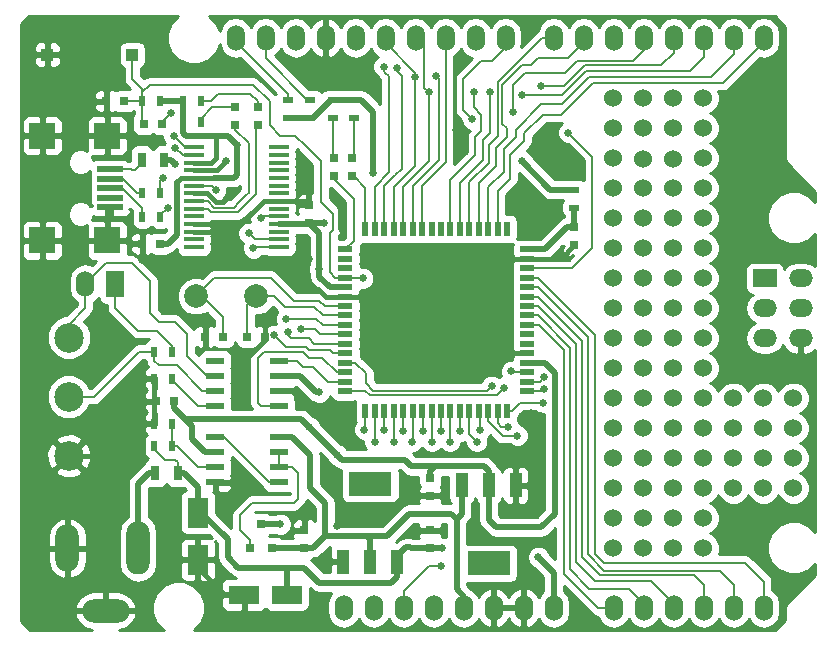
<source format=gbr>
G04 CAM350 V9.5.1 (Build 211) Date:  Tue May 10 22:49:43 2016 *
G04 Database: (Untitled) *
G04 Layer 5: canduino-F_Cu.g *
%FSLAX46Y46*%
%MOMM*%
%SFA1.000B1.000*%

%MIA0B0*%
%IPPOS*%
%ADD10C,0.25400*%
%ADD11O,1.52400X2.19964*%
%ADD12O,1.52400X2.19710*%
%ADD13O,4.00050X1.99898*%
%ADD14O,1.99898X4.00050*%
%ADD15O,1.99898X4.50088*%
%ADD16R,1.99898X1.52400*%
%ADD17O,1.99898X1.52400*%
%ADD18C,1.99898*%
%ADD19C,2.50000*%
%ADD20C,1.52400*%
%ADD21R,1.52400X2.19964*%
%ADD22C,0.68080*%
%ADD23C,0.20320*%
%ADD24C,0.50800*%
%ADD25C,0.38100*%
%ADD28R,0.50800X1.30048*%
%ADD29R,1.30048X0.50800*%
%ADD72R,2.60096X1.60020*%
%ADD73R,0.80010X0.80010*%
%ADD30R,1.55000X0.60000*%
%ADD31R,0.50000X0.90000*%
%ADD32R,1.00076X1.00076*%
%ADD33R,0.70000X1.30000*%
%ADD34R,3.65760X2.03200*%
%ADD35R,1.01600X2.03200*%
%ADD36R,2.19710X2.19710*%
%ADD37R,2.19710X0.49784*%
%ADD38R,1.80086X2.49936*%
%ADD39R,0.90000X0.50000*%
%ADD40R,0.80000X0.75000*%
%ADD41R,0.79756X0.79756*%
%ADD42R,1.65100X0.40640*%
%ADD43R,0.75000X0.80000*%
%LNcanduino-F_Cu.g*%
%LPD*%
G36*
X116128000Y-128999626D02*
G01Y-81669310D01*
X116128010Y-79658840*
X116128022Y-79658786*
X116742702Y-79044070*
X116742746Y-79044052*
X129391610Y-79044102*
X128828296Y-79606694*
X128487570Y-80427350*
X128487560Y-80427400*
X128486806Y-81315996*
X128486816Y-81316044*
X128826234Y-82137416*
X128826262Y-82137458*
X129454074Y-82766320*
X130274802Y-83107118*
X130274852Y-83107128*
X131163402Y-83107914*
X131163450Y-83107904*
X131984836Y-82768518*
X131984878Y-82768490*
X132613710Y-82140786*
X132914518Y-81417106*
X132986468Y-81778722*
X132986488Y-81778770*
X133289316Y-82231942*
X133742510Y-82534752*
X133742558Y-82534772*
X134277108Y-82641096*
X134277156*
X134617658Y-82573420*
X134617712Y-82573436*
X137647020Y-85602818*
X137636612Y-85618418*
X137636592Y-85618464*
X137628188Y-85659478*
X136283858Y-84315166*
X136044920Y-84155510*
X136044872Y-84155490*
X135763006Y-84099408*
X126999910Y-84099414*
X126718062Y-84155518*
X126718014Y-84155538*
X126494554Y-84304778*
X126255850Y-84066104*
X126255832Y-84066060*
X126255800Y-83398112*
X126255808Y-83398068*
X126255842Y-83398016*
X126261576Y-83396866*
X126261622Y-83396846*
X126474340Y-83257144*
X126616890Y-83046094*
X126616910Y-83046048*
X126666986Y-82796472*
X126666994Y-81795626*
X126620024Y-81553560*
X126620004Y-81553514*
X126480224Y-81340732*
X126269230Y-81198270*
X126269184Y-81198250*
X126019574Y-81148188*
X125018710Y-81148194*
X124776654Y-81195200*
X124776608Y-81195220*
X124563770Y-81335092*
X124421412Y-81546038*
X124421392Y-81546084*
X124371360Y-81795710*
X124371368Y-82796398*
X124418358Y-83038482*
X124418378Y-83038528*
X124558172Y-83251302*
X124769174Y-83393748*
X124769220Y-83393768*
X124782502Y-83396502*
X124782546Y-83396534*
X124782566Y-83396576*
X124782588Y-84371198*
X124838678Y-84653066*
X124838698Y-84653114*
X124998354Y-84892042*
X125338644Y-85232538*
X125229014Y-85210568*
X124428910Y-85210574*
X124186844Y-85257572*
X124186798Y-85257590*
X124090108Y-85321028*
X124088670Y-85319694*
X123855336Y-85223026*
X123855288Y-85223016*
X123614790Y-85223044*
X123614722Y-85223064*
X123614632Y-85223124*
X123456054Y-85381766*
X123456020Y-85381826*
X123456000Y-85381922*
X123456042Y-86105780*
X123456060Y-86105846*
X123456098Y-86105910*
X123456164Y-86105964*
X123456242Y-86105992*
X123456286Y-86106000*
X123475900Y-86106040*
X123475958Y-86106070*
X123475994Y-86106156*
X123475938Y-86359930*
X123475900Y-86359974*
X123475832Y-86360000*
X123456180Y-86360058*
X123456084Y-86360102*
X123456042Y-86360150*
X123456012Y-86360210*
X123456000Y-86360286*
X123456032Y-87084172*
X123456044Y-87084228*
X123456080Y-87084302*
X123614744Y-87242932*
X123614792Y-87242964*
X123614880Y-87242994*
X123614922Y-87243000*
X123855204Y-87242998*
X123855252Y-87242988*
X124088552Y-87146374*
X124089950Y-87145140*
X124179374Y-87205368*
X124179420Y-87205388*
X124429012Y-87255434*
X125228922Y-87255440*
X125471046Y-87208470*
X125471092Y-87208452*
X125639954Y-87097794*
X125640372Y-87098500*
X125640318Y-87315306*
X125506612Y-87513418*
X125506592Y-87513464*
X125456560Y-87763090*
X125456568Y-88513018*
X125503558Y-88755102*
X125503578Y-88755148*
X125643372Y-88967922*
X125854374Y-89110368*
X125854420Y-89110388*
X126104012Y-89160434*
X126903922Y-89160440*
X127146048Y-89113468*
X127146094Y-89113450*
X127254078Y-89042682*
X127354374Y-89110368*
X127354420Y-89110388*
X127604012Y-89160434*
X128056486Y-89160488*
X128056528Y-89160504*
X128056582Y-89160570*
X128056454Y-89347158*
X128056464Y-89347206*
X128204686Y-89705848*
X128204714Y-89705890*
X128268804Y-89770162*
X128219612Y-89888550*
X128219566Y-89888560*
X127853910Y-89888574*
X127611854Y-89935580*
X127611808Y-89935600*
X127398970Y-90075472*
X127256614Y-90286424*
X127256596Y-90286468*
X127254684Y-90295042*
X127254462Y-90293938*
X127254442Y-90293894*
X127114664Y-90081112*
X126903670Y-89938650*
X126903624Y-89938630*
X126654014Y-89888568*
X125953910Y-89888574*
X125711854Y-89935580*
X125711808Y-89935600*
X125498970Y-90075472*
X125356612Y-90286418*
X125356592Y-90286464*
X125306560Y-90536090*
X125306498Y-91264670*
X125306460Y-91264714*
X125306392Y-91264740*
X125170616Y-91264698*
X125008120Y-91155070*
X125008074Y-91155050*
X124758464Y-91104988*
X122561260Y-91104994*
X122319192Y-91151992*
X122319146Y-91152010*
X122217468Y-91218688*
X122217358Y-91187168*
X122217348Y-91187120*
X122088562Y-90875004*
X122155662Y-90902772*
X122155710Y-90902782*
X123094596*
X123094688Y-90902766*
X123094750Y-90902730*
X123253384Y-90744134*
X123253458Y-90744026*
X123253480Y-90743956*
X123253492Y-89296472*
X123253482Y-89296424*
X123253460Y-89296374*
X123253428Y-89296330*
X123253376Y-89296290*
X123253332Y-89296270*
X123253280Y-89296258*
X121805740Y-89296284*
X121805672Y-89296304*
X121805582Y-89296364*
X121647004Y-89455006*
X121646970Y-89455066*
X121646950Y-89455162*
X121646972Y-90394088*
X121646982Y-90394136*
X121670282Y-90450792*
X121349324Y-90317542*
X121349274Y-90317532*
X120917772Y-90317162*
X120917724Y-90317172*
X120518988Y-90481974*
X120518946Y-90482002*
X120213598Y-90786898*
X120048220Y-91185272*
X120048210Y-91185322*
X120047854Y-91616680*
X120047864Y-91616728*
X120212674Y-92015512*
X120212702Y-92015554*
X120517480Y-92320818*
X120915926Y-92486268*
X120915976Y-92486278*
X121347284Y-92486666*
X121347332Y-92486656*
X121746134Y-92321878*
X121746176Y-92321850*
X121913910Y-92154814*
X121913918Y-92250278*
X121943704Y-92403996*
X121913910Y-92552610*
X121913918Y-93050378*
X121943452Y-93202806*
X121913910Y-93350170*
X121913918Y-93847938*
X121943452Y-94000366*
X121913910Y-94147730*
X121913918Y-94645498*
X121941066Y-94785886*
X121926360Y-94821500*
X121926350Y-94821548*
X121926382Y-94913372*
X121926394Y-94913428*
X121926430Y-94913502*
X122076516Y-95063642*
X122080192Y-95069658*
X121937454Y-95069640*
X121937380Y-95069602*
X121747762Y-94879750*
X121349324Y-94714282*
X121349274Y-94714272*
X120917772Y-94713902*
X120917724Y-94713912*
X120518988Y-94878714*
X120518946Y-94878742*
X120213598Y-95183638*
X120048220Y-95582012*
X120048210Y-95582062*
X120047854Y-96013420*
X120047864Y-96013468*
X120212674Y-96412252*
X120212702Y-96412294*
X120517480Y-96717558*
X120915926Y-96883008*
X120915976Y-96883018*
X121347284Y-96883406*
X121347332Y-96883396*
X121669000Y-96750668*
X121646960Y-96803970*
X121646950Y-96804018*
X121646982Y-97742932*
X121646994Y-97742988*
X121647030Y-97743062*
X121805694Y-97901692*
X121805742Y-97901724*
X121805830Y-97901754*
X121805872Y-97901760*
X123253242Y-97901734*
X123253316Y-97901722*
X123253366Y-97901700*
X123253410Y-97901668*
X123253450Y-97901616*
X123253470Y-97901572*
X123253482Y-97901520*
X123253490Y-96454072*
X123253478Y-96454016*
X123253422Y-96453920*
X123094784Y-96295278*
X123094700Y-96295234*
X123094640Y-96295220*
X122155602Y-96295240*
X122155554Y-96295250*
X122089454Y-96322482*
X122216946Y-96015410*
X122216956Y-96015360*
X122217104Y-95990528*
X122435062Y-96080562*
X122435110Y-96080572*
X123373996*
X123374088Y-96080556*
X123374150Y-96080520*
X123532784Y-95921924*
X123532858Y-95921816*
X123532880Y-95921746*
X123532872Y-95321352*
X123532862Y-95321304*
X123532840Y-95321254*
X123532808Y-95321210*
X123532756Y-95321170*
X123532712Y-95321150*
X123532660Y-95321138*
X123513022Y-95321072*
X123512950Y-95321038*
X123512920Y-95320976*
X123512928Y-95293062*
X123512936Y-95293016*
X123512960Y-95292974*
X123513006Y-95292954*
X123806792Y-95292968*
X123806834Y-95292984*
X123806888Y-95293050*
X123806838Y-95321050*
X123806800Y-95321094*
X123806732Y-95321120*
X123787080Y-95321178*
X123786984Y-95321222*
X123786942Y-95321270*
X123786912Y-95321330*
X123786900Y-95321406*
X123786932Y-95921752*
X123786944Y-95921808*
X123786980Y-95921882*
X123945644Y-96080512*
X123945692Y-96080544*
X123945780Y-96080574*
X123945822Y-96080580*
X124884654Y-96080578*
X124884702Y-96080568*
X125118120Y-95983886*
X125118162Y-95983858*
X125296746Y-95805272*
X125296774Y-95805230*
X125393416Y-95571962*
X125393426Y-95571914*
X125393434Y-95479976*
X125393420Y-95479918*
X125393364Y-95479824*
X125237486Y-95323740*
X125349946Y-95323692*
X125350028Y-95323738*
X125497684Y-95471468*
X125497704Y-95471562*
X125479560Y-95562090*
X125479568Y-96462018*
X125526558Y-96704102*
X125526578Y-96704148*
X125666372Y-96916922*
X125877374Y-97059368*
X125877420Y-97059388*
X126127012Y-97109434*
X126626922Y-97109440*
X126869016Y-97062486*
X126869062Y-97062466*
X127081780Y-96922762*
X127126726Y-96856658*
X127166372Y-96916922*
X127377374Y-97059368*
X127377420Y-97059388*
X127627012Y-97109434*
X128126922Y-97109440*
X128369072Y-97062458*
X128369118Y-97062440*
X128397000Y-97044482*
X128396954Y-97167784*
X128396912Y-97167846*
X128287156Y-97277552*
X128287078Y-97277574*
X128277014Y-97275568*
X127476910Y-97275574*
X127234844Y-97322572*
X127234798Y-97322590*
X127138108Y-97386028*
X127136670Y-97384694*
X126903336Y-97288026*
X126903288Y-97288016*
X126662790Y-97288044*
X126662722Y-97288064*
X126662632Y-97288124*
X126504054Y-97446766*
X126504020Y-97446826*
X126504000Y-97446922*
X126504042Y-98170780*
X126504060Y-98170846*
X126504098Y-98170910*
X126504164Y-98170964*
X126504242Y-98170992*
X126504286Y-98171000*
X126523900Y-98171040*
X126523958Y-98171070*
X126523994Y-98171156*
X126523938Y-98424930*
X126523900Y-98424974*
X126523832Y-98425000*
X126504180Y-98425058*
X126504084Y-98425102*
X126504042Y-98425150*
X126504012Y-98425210*
X126504000Y-98425286*
X126504032Y-99149172*
X126504044Y-99149228*
X126504080Y-99149302*
X126662744Y-99307932*
X126662792Y-99307964*
X126662880Y-99307994*
X126662922Y-99308000*
X126903204Y-99307998*
X126903252Y-99307988*
X127136552Y-99211374*
X127137950Y-99210140*
X127227374Y-99270368*
X127227420Y-99270388*
X127477012Y-99320434*
X128276922Y-99320440*
X128519016Y-99273486*
X128519062Y-99273466*
X128705752Y-99150886*
X128864106Y-99119340*
X128864152Y-99119320*
X129152554Y-98926654*
X129293880Y-98785728*
X129293888Y-98788238*
X129340878Y-99030322*
X129340898Y-99030368*
X129480692Y-99243142*
X129691694Y-99385588*
X129691740Y-99385608*
X129941332Y-99435654*
X131592242Y-99435660*
X131834336Y-99388706*
X131834382Y-99388686*
X132047100Y-99248984*
X132189650Y-99037934*
X132189670Y-99037888*
X132239746Y-98788312*
X132239754Y-98381826*
X132215728Y-98257920*
X132239746Y-98138072*
X132239754Y-97731586*
X132220632Y-97632840*
X132227286Y-97616662*
X132227296Y-97616614*
X132227304Y-97547536*
X132227290Y-97547478*
X132227234Y-97547384*
X132198462Y-97518504*
X132192782Y-97489516*
X132192764Y-97489470*
X132053350Y-97277078*
X132130550Y-97199822*
X132184600Y-97069514*
X132227214Y-97026814*
X132227262Y-97026752*
X132227288Y-97026676*
X132227304Y-96897296*
X132227290Y-96897238*
X132227234Y-96897144*
X132184606Y-96854418*
X132130620Y-96724200*
X132051214Y-96644596*
X132189650Y-96439514*
X132189670Y-96439468*
X132196034Y-96407888*
X132227214Y-96376574*
X132227262Y-96376512*
X132227288Y-96376436*
X132227348Y-96367742*
X132227356Y-96367696*
X132227380Y-96367654*
X132227426Y-96367634*
X134492922Y-96367600*
X134774784Y-96311542*
X134774832Y-96311522*
X135013792Y-96151890*
X135565470Y-95600452*
X135422780Y-95944186*
X135422770Y-95944236*
X135422454Y-96332158*
X135422464Y-96332206*
X135464110Y-96433672*
X135188794Y-96433460*
X135188746Y-96433470*
X134830152Y-96581686*
X134830110Y-96581714*
X134555502Y-96855924*
X134406780Y-97214186*
X134406770Y-97214236*
X134406454Y-97602158*
X134406464Y-97602206*
X134554686Y-97960848*
X134554714Y-97960890*
X134828806Y-98235414*
X134881752Y-98257500*
X134787780Y-98484186*
X134787770Y-98484236*
X134787454Y-98872158*
X134787464Y-98872206*
X134935686Y-99230848*
X134935714Y-99230890*
X135209806Y-99505414*
X135568138Y-99654208*
X135568188Y-99654218*
X135956062Y-99654566*
X135956110Y-99654556*
X136314768Y-99506366*
X136314810Y-99506338*
X136499854Y-99321690*
X136499898Y-99321672*
X136795284*
X136890054Y-99385588*
X136890100Y-99385608*
X137139692Y-99435654*
X138790602Y-99435660*
X139032696Y-99388706*
X139032742Y-99388686*
X139245460Y-99248984*
X139388010Y-99037934*
X139388030Y-99037888*
X139438106Y-98788312*
X139438114Y-98381826*
X139414088Y-98257920*
X139438106Y-98138072*
X139438114Y-97731586*
X139414340Y-97608972*
X139430978Y-97525972*
X139431000Y-97525922*
X139431048Y-97525878*
X139939426Y-97525848*
X140087012Y-97555434*
X140252186Y-97555470*
X140252268Y-97555516*
X140461982Y-97765300*
X140461996Y-97765346*
X140461952Y-100054560*
X140375780Y-100262186*
X140375770Y-100262236*
X140375454Y-100650158*
X140375464Y-100650206*
X140461988Y-100859718*
X140462008Y-101092018*
X140529700Y-101432208*
X140529720Y-101432256*
X140722410Y-101720626*
X141398396Y-102396818*
X141351006Y-102387408*
X139497184Y-102387382*
X139497110Y-102387344*
X137807858Y-100698166*
X137568920Y-100538510*
X137568872Y-100538490*
X137287006Y-100482408*
X132460910Y-100482414*
X132179062Y-100538518*
X132179014Y-100538538*
X131940084Y-100698220*
X131451368Y-101186782*
X131263586Y-101108828*
X131263536Y-101108818*
X130613268Y-101108256*
X130613220Y-101108266*
X130012296Y-101356610*
X130012254Y-101356638*
X129552078Y-101816092*
X129302804Y-102416508*
X129302794Y-102416558*
X129302248Y-103066684*
X129302258Y-103066732*
X129550610Y-103667704*
X129550638Y-103667746*
X130009974Y-104127838*
X130610462Y-104377184*
X130610512Y-104377194*
X131260588Y-104377772*
X131260636Y-104377762*
X131810878Y-104150586*
X132474382Y-104814174*
X132474396Y-104814220*
X132474292Y-105258642*
X132474252Y-105258690*
X132472108Y-105260028*
X132470710Y-105258718*
X132237336Y-105162026*
X132237288Y-105162016*
X131996790Y-105162044*
X131996722Y-105162064*
X131996632Y-105162124*
X131838054Y-105320766*
X131838020Y-105320826*
X131838000Y-105320922*
X131838042Y-106044780*
X131838060Y-106044846*
X131838098Y-106044910*
X131838164Y-106044964*
X131838242Y-106044992*
X131838286Y-106045000*
X131857900Y-106045040*
X131857958Y-106045070*
X131857994Y-106045156*
X131857938Y-106298930*
X131857900Y-106298974*
X131857832Y-106299000*
X131838180Y-106299058*
X131838084Y-106299102*
X131838042Y-106299150*
X131838012Y-106299210*
X131838000Y-106299286*
X131838032Y-107023172*
X131838044Y-107023228*
X131838080Y-107023302*
X131996744Y-107181932*
X131996792Y-107181964*
X131996880Y-107181994*
X131996922Y-107182000*
X132237204Y-107181998*
X132237252Y-107181988*
X132470552Y-107085374*
X132471950Y-107084140*
X132561374Y-107144368*
X132561420Y-107144388*
X132811012Y-107194434*
X133610922Y-107194440*
X133853016Y-107147486*
X133853062Y-107147466*
X134065778Y-107007764*
X134208330Y-106796714*
X134208350Y-106796668*
X134238786Y-106646042*
X134266558Y-106789102*
X134266578Y-106789148*
X134406372Y-107001922*
X134617374Y-107144368*
X134617420Y-107144388*
X134867012Y-107194434*
X135666922Y-107194440*
X135903538Y-107148744*
X135623104Y-107429214*
X135463470Y-107668184*
X135463450Y-107668232*
X135407400Y-107950090*
X135407408Y-111760018*
X135463498Y-112041886*
X135463518Y-112041934*
X135614264Y-112268000*
X133977566Y-112267964*
X133977506Y-112267946*
X133977450Y-112267870*
X133977434Y-111714006*
X133930454Y-111471908*
X133930436Y-111471862*
X133869658Y-111379238*
X133927330Y-111293714*
X133927350Y-111293668*
X133977426Y-111044092*
X133977434Y-110444006*
X133930454Y-110201908*
X133930436Y-110201862*
X133869658Y-110109238*
X133927330Y-110023714*
X133927350Y-110023668*
X133977426Y-109774092*
X133977434Y-109174006*
X133930454Y-108931908*
X133930436Y-108931862*
X133869658Y-108839238*
X133927330Y-108753714*
X133927350Y-108753668*
X133977426Y-108504092*
X133977434Y-107904006*
X133930464Y-107661940*
X133930444Y-107661894*
X133790664Y-107449112*
X133579670Y-107306650*
X133579624Y-107306630*
X133330014Y-107256568*
X131779910Y-107256574*
X131537854Y-107303580*
X131537808Y-107303600*
X131324970Y-107443472*
X131182612Y-107654418*
X131182592Y-107654464*
X131159984Y-107766272*
X130911670Y-107517924*
X130911652Y-107517880*
X130911702Y-107045948*
X130951388Y-107085346*
X130951430Y-107085374*
X131184712Y-107181982*
X131184760Y-107181992*
X131425096*
X131425188Y-107181976*
X131425250Y-107181940*
X131583884Y-107023344*
X131583958Y-107023236*
X131583980Y-107023166*
X131583972Y-106299232*
X131583962Y-106299184*
X131583940Y-106299134*
X131583908Y-106299090*
X131583856Y-106299050*
X131583812Y-106299030*
X131583760Y-106299018*
X131564126Y-106298964*
X131564066Y-106298946*
X131564010Y-106298870*
X131564028Y-106045142*
X131564036Y-106045096*
X131564060Y-106045054*
X131564106Y-106045034*
X131583742Y-106044974*
X131583816Y-106044962*
X131583866Y-106044940*
X131583910Y-106044908*
X131583950Y-106044856*
X131583970Y-106044812*
X131583982Y-106044760*
X131583984Y-105320856*
X131583972Y-105320800*
X131583916Y-105320704*
X131425284Y-105162068*
X131425200Y-105162024*
X131425140Y-105162010*
X131184650Y-105162032*
X131184600Y-105162042*
X130951200Y-105258780*
X130772598Y-105437466*
X130753412Y-105483288*
X130695844Y-105397154*
X129679858Y-104381166*
X129440920Y-104221510*
X129440872Y-104221490*
X129159006Y-104165408*
X128067184Y-104165382*
X128067110Y-104165344*
X127736670Y-103834924*
X127736652Y-103834880*
X127736594Y-101473006*
X127680522Y-101191164*
X127680502Y-101191116*
X127520844Y-100952154*
X125996858Y-99428166*
X125762842Y-99271614*
X125850714Y-99307982*
X125850762Y-99307992*
X126091096*
X126091188Y-99307976*
X126091250Y-99307940*
X126249884Y-99149344*
X126249958Y-99149236*
X126249980Y-99149166*
X126249972Y-98425232*
X126249962Y-98425184*
X126249940Y-98425134*
X126249908Y-98425090*
X126249856Y-98425050*
X126249812Y-98425030*
X126249760Y-98425018*
X125500790Y-98425044*
X125500722Y-98425064*
X125500632Y-98425124*
X125342054Y-98583766*
X125342020Y-98583826*
X125342000Y-98583922*
X125342022Y-98799300*
X125342032Y-98799348*
X125438746Y-99032748*
X125438774Y-99032790*
X125617348Y-99211318*
X125752106Y-99267310*
X125476006Y-99212408*
X125114176Y-99212364*
X125114116Y-99212346*
X125114060Y-99212270*
X125114034Y-98314616*
X125114022Y-98314560*
X125113966Y-98314464*
X124955334Y-98155828*
X124955250Y-98155784*
X124955190Y-98155770*
X123507680Y-98155818*
X123507584Y-98155862*
X123507542Y-98155910*
X123507512Y-98155970*
X123507500Y-98156046*
X123507438Y-98175690*
X123507400Y-98175734*
X123507332Y-98175760*
X123253626Y-98175724*
X123253566Y-98175706*
X123253510Y-98175630*
X123253472Y-98155992*
X123253462Y-98155944*
X123253440Y-98155894*
X123253408Y-98155850*
X123253356Y-98155810*
X123253312Y-98155790*
X123253260Y-98155778*
X121805740Y-98155804*
X121805672Y-98155824*
X121805582Y-98155884*
X121647004Y-98314526*
X121646970Y-98314586*
X121646950Y-98314682*
X121646972Y-99253608*
X121646982Y-99253656*
X121743696Y-99487058*
X121743724Y-99487100*
X121922338Y-99665656*
X121922380Y-99665684*
X122155662Y-99762292*
X122155710Y-99762302*
X122461708Y-99762412*
X122125146Y-100098968*
X122073644Y-100064572*
X122073596Y-100064552*
X121539040Y-99958208*
X121538992*
X121004338Y-100064580*
X121004290Y-100064600*
X120551068Y-100367510*
X120248340Y-100820654*
X120248320Y-100820702*
X120142000Y-101355282*
X120142008Y-102098824*
X120248368Y-102633418*
X120248388Y-102633466*
X120551216Y-103086636*
X120802356Y-103254516*
X120802388Y-103254574*
X120802354Y-103453910*
X120802312Y-103453972*
X119889456Y-104366766*
X119889398Y-104366778*
X119768658Y-104366704*
X119768610Y-104366714*
X119075578Y-104653114*
X119075536Y-104653142*
X118544832Y-105183004*
X118257338Y-105875460*
X118257328Y-105875510*
X118256696Y-106625294*
X118256706Y-106625342*
X118543116Y-107318422*
X118543144Y-107318464*
X119072886Y-107849084*
X119765414Y-108136650*
X119765464Y-108136660*
X120515200Y-108137324*
X120515248Y-108137314*
X121208342Y-107850936*
X121208384Y-107850908*
X121738974Y-107321274*
X122026626Y-106628682*
X122026636Y-106628632*
X122027316Y-105878752*
X122027306Y-105878704*
X121740938Y-105185658*
X121740910Y-105185616*
X121447880Y-104891938*
X122059786Y-104279910*
X122219470Y-104040970*
X122219490Y-104040922*
X122275586Y-103759078*
X122275612Y-103254608*
X122275626Y-103254546*
X122526694Y-103086726*
X122676578Y-102862964*
X122716558Y-103068922*
X122716578Y-103068968*
X122856372Y-103281742*
X123067374Y-103424188*
X123067420Y-103424208*
X123317012Y-103474254*
X123342300Y-103474300*
X123342358Y-103474330*
X123342394Y-103474416*
X123342408Y-103759018*
X123398498Y-104040886*
X123398518Y-104040934*
X123558174Y-104279862*
X125463162Y-106184848*
X125702134Y-106344510*
X125702182Y-106344530*
X125984018Y-106400594*
X126886742Y-106400708*
X126687970Y-106531472*
X126570488Y-106705392*
X126570442Y-106705400*
X126110910Y-106705414*
X125829062Y-106761518*
X125829014Y-106761538*
X125590084Y-106921220*
X121995832Y-110515388*
X121995774Y-110515400*
X121877268Y-110515326*
X121877212Y-110515282*
X121740938Y-110185658*
X121740910Y-110185616*
X121211156Y-109654942*
X120518636Y-109367362*
X120518586Y-109367352*
X119768658Y-109366704*
X119768610Y-109366714*
X119075578Y-109653114*
X119075536Y-109653142*
X118544832Y-110183004*
X118257338Y-110875460*
X118257328Y-110875510*
X118256696Y-111625294*
X118256706Y-111625342*
X118543116Y-112318422*
X118543144Y-112318464*
X119072886Y-112849084*
X119765414Y-113136650*
X119765464Y-113136660*
X120515200Y-113137324*
X120515248Y-113137314*
X121208342Y-112850936*
X121208384Y-112850908*
X121738974Y-112321274*
X121877156Y-111988724*
X121877204Y-111988660*
X121877266Y-111988636*
X122300922Y-111988600*
X122582784Y-111932542*
X122582832Y-111932522*
X122821792Y-111772890*
X126416076Y-108178670*
X126416120Y-108178652*
X126571734Y-108178654*
X126571788Y-108178682*
X126682348Y-108346934*
X126682444Y-108347070*
X126712494Y-108497888*
X126712514Y-108497934*
X126854188Y-108710304*
X126783170Y-108739804*
X126604654Y-108918386*
X126604626Y-108918428*
X126508010Y-109151760*
X126508000Y-109151808*
X126508032Y-109442172*
X126508044Y-109442228*
X126508080Y-109442302*
X126666744Y-109600932*
X126666792Y-109600964*
X126666880Y-109600994*
X126666922Y-109601000*
X127267742Y-109600974*
X127267816Y-109600962*
X127267866Y-109600940*
X127267910Y-109600908*
X127267950Y-109600856*
X127267970Y-109600812*
X127267982Y-109600760*
X127268028Y-109581142*
X127268036Y-109581096*
X127268060Y-109581054*
X127268106Y-109581034*
X127517900Y-109581040*
X127517958Y-109581070*
X127517994Y-109581156*
X127518042Y-109600780*
X127518060Y-109600846*
X127518098Y-109600910*
X127518164Y-109600964*
X127518242Y-109600992*
X127518286Y-109601000*
X127539900Y-109601040*
X127539958Y-109601070*
X127539994Y-109601156*
X127539938Y-109854930*
X127539900Y-109854974*
X127539832Y-109855000*
X127518180Y-109855058*
X127518084Y-109855102*
X127518042Y-109855150*
X127518012Y-109855210*
X127518000Y-109855286*
X127517938Y-110622930*
X127517900Y-110622974*
X127517832Y-110623000*
X127393178Y-110623058*
X127393082Y-110623102*
X127393040Y-110623150*
X127393010Y-110623210*
X127392998Y-110623286*
X127392792Y-110781528*
X127266848Y-110655472*
X127267890Y-110654352*
X127267962Y-110654236*
X127267980Y-110654170*
X127267972Y-109855232*
X127267962Y-109855184*
X127267940Y-109855134*
X127267908Y-109855090*
X127267856Y-109855050*
X127267812Y-109855030*
X127267760Y-109855018*
X126666790Y-109855044*
X126666722Y-109855064*
X126666632Y-109855124*
X126508054Y-110013766*
X126508020Y-110013826*
X126508000Y-110013922*
X126508022Y-110304300*
X126508032Y-110304348*
X126604746Y-110537748*
X126604774Y-110537790*
X126778732Y-110712038*
X126760170Y-110719804*
X126581654Y-110898386*
X126581626Y-110898428*
X126485010Y-111131760*
X126485000Y-111131808*
X126485032Y-111347172*
X126485044Y-111347228*
X126485080Y-111347302*
X126643744Y-111505932*
X126643792Y-111505964*
X126643880Y-111505994*
X126643922Y-111506000*
X127392742Y-111505974*
X127392816Y-111505962*
X127392866Y-111505940*
X127392910Y-111505908*
X127392950Y-111505856*
X127392970Y-111505812*
X127392982Y-111505760*
X127393028Y-111486142*
X127393036Y-111486096*
X127393060Y-111486054*
X127393106Y-111486034*
X127646900Y-111486040*
X127646958Y-111486070*
X127646994Y-111486156*
X127647042Y-111505780*
X127647060Y-111505846*
X127647098Y-111505910*
X127647164Y-111505964*
X127647242Y-111505992*
X127647286Y-111506000*
X127666900Y-111506040*
X127666958Y-111506070*
X127666994Y-111506156*
X127666938Y-111759930*
X127666900Y-111759974*
X127666832Y-111760000*
X127647180Y-111760058*
X127647084Y-111760102*
X127647042Y-111760150*
X127647012Y-111760210*
X127647000Y-111760286*
X127646938Y-111779930*
X127646900Y-111779974*
X127646832Y-111780000*
X127393126Y-111779964*
X127393066Y-111779946*
X127393010Y-111779870*
X127392972Y-111760232*
X127392962Y-111760184*
X127392940Y-111760134*
X127392908Y-111760090*
X127392856Y-111760050*
X127392812Y-111760030*
X127392760Y-111760018*
X126643790Y-111760044*
X126643722Y-111760064*
X126643632Y-111760124*
X126485054Y-111918766*
X126485020Y-111918826*
X126485000Y-111918922*
X126485022Y-112134300*
X126485032Y-112134348*
X126581746Y-112367748*
X126581774Y-112367790*
X126760348Y-112546318*
X126778750Y-112554068*
X126604654Y-112728386*
X126604626Y-112728428*
X126508010Y-112961760*
X126508000Y-112961808*
X126508032Y-113252172*
X126508044Y-113252228*
X126508080Y-113252302*
X126666744Y-113410932*
X126666792Y-113410964*
X126666880Y-113410994*
X126666922Y-113411000*
X127267742Y-113410974*
X127267816Y-113410962*
X127267866Y-113410940*
X127267910Y-113410908*
X127267950Y-113410856*
X127267970Y-113410812*
X127267982Y-113410760*
Y-112611842*
X127267956Y-112611762*
X127267930Y-112611716*
X127266848Y-112610510*
X127392998Y-112484624*
X127393040Y-112642780*
X127393058Y-112642846*
X127393096Y-112642910*
X127393162Y-112642964*
X127393240Y-112642992*
X127393284Y-112643000*
X127517900Y-112643040*
X127517958Y-112643070*
X127517994Y-112643156*
X127518042Y-113410780*
X127518060Y-113410846*
X127518098Y-113410910*
X127518164Y-113410964*
X127518242Y-113410992*
X127518286Y-113411000*
X127539900Y-113411040*
X127539958Y-113411070*
X127539994Y-113411156*
X127539938Y-113664930*
X127539900Y-113664974*
X127539832Y-113665000*
X127518180Y-113665058*
X127518084Y-113665102*
X127518042Y-113665150*
X127518012Y-113665210*
X127518000Y-113665286*
X127517938Y-113684930*
X127517900Y-113684974*
X127517832Y-113685000*
X127268126Y-113684964*
X127268066Y-113684946*
X127268010Y-113684870*
X127267972Y-113665232*
X127267962Y-113665184*
X127267940Y-113665134*
X127267908Y-113665090*
X127267856Y-113665050*
X127267812Y-113665030*
X127267760Y-113665018*
X126666790Y-113665044*
X126666722Y-113665064*
X126666632Y-113665124*
X126508054Y-113823766*
X126508020Y-113823826*
X126508000Y-113823922*
X126508022Y-114114300*
X126508032Y-114114348*
X126604746Y-114347748*
X126604774Y-114347790*
X126749016Y-114492278*
X126687970Y-114532472*
X126545612Y-114743418*
X126545592Y-114743464*
X126495560Y-114993090*
X126495568Y-115893018*
X126542558Y-116135102*
X126542578Y-116135148*
X126682372Y-116347922*
X126870846Y-116475440*
X126854854Y-116478580*
X126854808Y-116478600*
X126641970Y-116618472*
X126499612Y-116829418*
X126499592Y-116829464*
X126472980Y-116961540*
X126265120Y-117100458*
X125383280Y-117982312*
X125190612Y-118270724*
X125190592Y-118270772*
X125122940Y-118610950*
X125122870Y-121437550*
X125122822Y-121437600*
X124856078Y-121615908*
X124501868Y-122146098*
X124501848Y-122146146*
X124377450Y-122771610*
X124377458Y-125386496*
X124501896Y-126011972*
X124501916Y-126012020*
X124856226Y-126542240*
X125386466Y-126896530*
X125386514Y-126896550*
X126011948Y-127020952*
X126011996*
X126637330Y-126896562*
X126637378Y-126896542*
X127167566Y-126542330*
X127521952Y-126012056*
X127521972Y-126012008*
X127646416Y-125386556*
X127646430Y-123685990*
X127646424Y-122771526*
X127522004Y-122146078*
X127521984Y-122146030*
X127167690Y-121615794*
X126900962Y-121437430*
X126900992Y-118987272*
X126901000Y-118987230*
X126901048Y-118987178*
X126901098Y-118987166*
X127097012Y-119026434*
X127796922Y-119026440*
X128039014Y-118979486*
X128039060Y-118979466*
X128251780Y-118839764*
X128394324Y-118628718*
X128394342Y-118628674*
X128396320Y-118619946*
X128396564Y-118621116*
X128396584Y-118621160*
X128536372Y-118833922*
X128747374Y-118976368*
X128747420Y-118976388*
X128997012Y-119026434*
X129696922Y-119026440*
X129900848Y-118986938*
X129900902Y-118986952*
X130094058Y-119180392*
X129921424Y-119213920*
X129921378Y-119213940*
X129708540Y-119353812*
X129566182Y-119564758*
X129566162Y-119564804*
X129516130Y-119814430*
X129516138Y-122313718*
X129563128Y-122555802*
X129563148Y-122555848*
X129702942Y-122768622*
X129913944Y-122911068*
X129913990Y-122911088*
X130163582Y-122961134*
X131964352Y-122961140*
X131986598Y-122956888*
X131986652Y-122956904*
X132288954Y-123259406*
X132090766Y-123177326*
X132090718Y-123177316*
X131349790Y-123177344*
X131349722Y-123177364*
X131349632Y-123177424*
X131191054Y-123336066*
X131191020Y-123336126*
X131191000Y-123336222*
X131191042Y-124934760*
X131191060Y-124934826*
X131191098Y-124934890*
X131191164Y-124934944*
X131191242Y-124934972*
X131191286Y-124934980*
X132440526Y-124934972*
X132440618Y-124934956*
X132440680Y-124934920*
X132599314Y-124776324*
X132599388Y-124776216*
X132599410Y-124776146*
X132599420Y-123686048*
X132599410Y-123686000*
X132517470Y-123487712*
X132714982Y-123685300*
X132714996Y-123685346*
X132715008Y-124841018*
X132782700Y-125181208*
X132782720Y-125181256*
X132975410Y-125469626*
X133864398Y-126358612*
X134152808Y-126551320*
X134152854Y-126551340*
X134300650Y-126580900*
X133551312Y-126580932*
X133551262Y-126580942*
X133317860Y-126677680*
X133139314Y-126856286*
X133139286Y-126856328*
X133042670Y-127089660*
X133042660Y-127089708*
X133042692Y-127730172*
X133042704Y-127730228*
X133042740Y-127730302*
X133201404Y-127888932*
X133201452Y-127888964*
X133201540Y-127888994*
X133201582Y-127889000*
X134850882Y-127888974*
X134850956Y-127888962*
X134851006Y-127888940*
X134851050Y-127888908*
X134851090Y-127888856*
X134851110Y-127888812*
X134851122Y-127888760*
X134851168Y-127869142*
X134851176Y-127869096*
X134851200Y-127869054*
X134851246Y-127869034*
X135105040Y-127869040*
X135105098Y-127869070*
X135105134Y-127869156*
X135105182Y-127888780*
X135105200Y-127888846*
X135105238Y-127888910*
X135105304Y-127888964*
X135105382Y-127888992*
X135105426Y-127889000*
X135125040Y-127889040*
X135125098Y-127889070*
X135125134Y-127889156*
X135125078Y-128142930*
X135125040Y-128142974*
X135124972Y-128143000*
X135105320Y-128143058*
X135105224Y-128143102*
X135105182Y-128143150*
X135105152Y-128143210*
X135105140Y-128143286*
X135105172Y-129292272*
X135105184Y-129292328*
X135105220Y-129292402*
X135263884Y-129451032*
X135263932Y-129451064*
X135264020Y-129451094*
X135264062Y-129451100*
X136404824Y-129451098*
X136404872Y-129451088*
X136638288Y-129354406*
X136638330Y-129354378*
X136780356Y-129212666*
X136818752Y-129271022*
X137029754Y-129413468*
X137029800Y-129413488*
X137279392Y-129463534*
X139880262Y-129463540*
X140122356Y-129416586*
X140122402Y-129416566*
X140335120Y-129276864*
X140477670Y-129065814*
X140477690Y-129065768*
X140527766Y-128816192*
X140527882Y-127434340*
X140722398Y-127628612*
X141010812Y-127821308*
X141010860Y-127821328*
X141351018Y-127888994*
X142356172Y-127889104*
X142130440Y-128227254*
X142130420Y-128227302*
X142024100Y-128761884*
X142024108Y-129505424*
X142130468Y-130040018*
X142130488Y-130040066*
X142433316Y-130493236*
X142886510Y-130796046*
X142886558Y-130796066*
X143421108Y-130902392*
X143421156*
X143955608Y-130796078*
X143955656Y-130796058*
X144408794Y-130493326*
X144691220Y-130071112*
X144973316Y-130493236*
X145426510Y-130796046*
X145426558Y-130796066*
X145961108Y-130902392*
X145961156*
X146495608Y-130796078*
X146495656Y-130796058*
X146948794Y-130493326*
X147231220Y-130071112*
X147513316Y-130493236*
X147966510Y-130796046*
X147966558Y-130796066*
X148501108Y-130902392*
X148501156*
X149035608Y-130796078*
X149035656Y-130796058*
X149488794Y-130493326*
X149771220Y-130071112*
X150053316Y-130493236*
X150506510Y-130796046*
X150506558Y-130796066*
X151041108Y-130902392*
X151041156*
X151575608Y-130796078*
X151575656Y-130796058*
X152028794Y-130493326*
X152311220Y-130071112*
X152593316Y-130493236*
X153046510Y-130796046*
X153046558Y-130796066*
X153581108Y-130902392*
X153581156*
X154115608Y-130796078*
X154115656Y-130796058*
X154568794Y-130493326*
X154859832Y-130058274*
X154879066Y-130123362*
X154879088Y-130123406*
X155223126Y-130549044*
X155703848Y-130810666*
X155777956Y-130825612*
X155778046Y-130825598*
X155993934Y-130703228*
X155994030Y-130703116*
X155994054Y-130703040*
X155994092Y-129260832*
X155994082Y-129260784*
X155994060Y-129260734*
X155994028Y-129260690*
X155993976Y-129260650*
X155993932Y-129260630*
X155993880Y-129260618*
X155974226Y-129260564*
X155974166Y-129260546*
X155974110Y-129260470*
X155974128Y-129006742*
X155974136Y-129006696*
X155974160Y-129006654*
X155974206Y-129006634*
X155993842Y-129006574*
X155993916Y-129006562*
X155993966Y-129006540*
X155994010Y-129006508*
X155994050Y-129006456*
X155994070Y-129006412*
X155994082Y-129006360*
X155994094Y-127564216*
X155994082Y-127564162*
X155994046Y-127564084*
X155993994Y-127564026*
X155778078Y-127441604*
X155778000Y-127441586*
X155777946Y-127441584*
X155703686Y-127456596*
X155222956Y-127718302*
X154879040Y-128143900*
X154879018Y-128143944*
X154859604Y-128209000*
X154568918Y-127773996*
X154153800Y-127496550*
X153860570Y-127203298*
X153860552Y-127203254*
Y-127010042*
X153860560Y-127010000*
X153860608Y-127009948*
X153860658Y-127009936*
X153873214Y-127012434*
X157530722Y-127012440*
X157772816Y-126965486*
X157772862Y-126965466*
X157985580Y-126825764*
X158128130Y-126614714*
X158128150Y-126614668*
X158178226Y-126365092*
X158178234Y-124333006*
X158131264Y-124090940*
X158131244Y-124090894*
X157991464Y-123878112*
X157780470Y-123735650*
X157780424Y-123735630*
X157530814Y-123685568*
X153873110Y-123685574*
X153860606Y-123687938*
X153860526Y-123687900*
X153860504Y-123687844*
X153860510Y-121970840*
X153860522Y-121970786*
X154044548Y-121786674*
X154237270Y-121498292*
X154237290Y-121498244*
X154304986Y-121158078*
X154305014Y-120270362*
X154305046Y-120270292*
X154378780Y-120221764*
X154521330Y-120010714*
X154521350Y-120010668*
X154558900Y-119824558*
X154593558Y-120003102*
X154593578Y-120003148*
X154733372Y-120215922*
X154812952Y-120269720*
X154812992Y-120269792*
X154813008Y-121666018*
X154880700Y-122006208*
X154880720Y-122006256*
X155073410Y-122294626*
X155708398Y-122929612*
X155996814Y-123122310*
X155996862Y-123122330*
X156337018Y-123189994*
X160146922Y-123190000*
X160487104Y-123122340*
X160487152Y-123122320*
X160775554Y-122929654*
X161315400Y-122390208*
X161315194Y-125005944*
X160806220Y-124496922*
X160720366Y-124289232*
X160720338Y-124289190*
X160446236Y-124014614*
X160087910Y-123865804*
X160087860Y-123865794*
X159699794Y-123865460*
X159699746Y-123865470*
X159341152Y-124013686*
X159341110Y-124013714*
X159066502Y-124287924*
X158917780Y-124646186*
X158917770Y-124646236*
X158917454Y-125034158*
X158917464Y-125034206*
X159065686Y-125392848*
X159065714Y-125392890*
X159339806Y-125667414*
X159549132Y-125754404*
X160312082Y-126517400*
X160312096Y-126517446*
X160312030Y-127707962*
X160311982Y-127708012*
X160213168Y-127774110*
X159922466Y-128208990*
X159903156Y-128143886*
X159903134Y-128143842*
X159559112Y-127718188*
X159078390Y-127456548*
X159004198Y-127441592*
X159004134Y-127441596*
X159004030Y-127441630*
X158788182Y-127564082*
X158788124Y-127564156*
X158788100Y-127564252*
X158788142Y-129006380*
X158788160Y-129006446*
X158788198Y-129006510*
X158788264Y-129006564*
X158788342Y-129006592*
X158788386Y-129006600*
X158808000Y-129006640*
X158808058Y-129006670*
X158808094Y-129006756*
X158808038Y-129260530*
X158808000Y-129260574*
X158807932Y-129260600*
X158788280Y-129260658*
X158788184Y-129260702*
X158788142Y-129260750*
X158788112Y-129260810*
X158788100Y-129260886*
X158788144Y-130703038*
X158788170Y-130703114*
X158788252Y-130703224*
X159004108Y-130825596*
X159004152Y-130825610*
X159004204Y-130825618*
X159004250*
X159078264Y-130810702*
X159558978Y-130549122*
X159903102Y-130123432*
X159903124Y-130123388*
X159922478Y-130058256*
X160213316Y-130493236*
X160666510Y-130796046*
X160666558Y-130796066*
X161201108Y-130902392*
X161201156*
X161735608Y-130796078*
X161735656Y-130796058*
X162188794Y-130493326*
X162491700Y-130040102*
X162491720Y-130040054*
X162598086Y-129505484*
X162598094Y-128761800*
X162491752Y-128227234*
X162491732Y-128227186*
X162188918Y-127773996*
X162090122Y-127707842*
X162090202Y-127318134*
X164426762Y-129654450*
X164665734Y-129814110*
X164665782Y-129814130*
X164947620Y-129870194*
X164956608Y-129870266*
X164956658Y-129870292*
X164956686Y-129870344*
X164990468Y-130040018*
X164990488Y-130040066*
X165293316Y-130493236*
X165746510Y-130796046*
X165746558Y-130796066*
X166281108Y-130902392*
X166281156*
X166815608Y-130796078*
X166815656Y-130796058*
X167268794Y-130493326*
X167551220Y-130071112*
X167833316Y-130493236*
X168286510Y-130796046*
X168286558Y-130796066*
X168821108Y-130902392*
X168821156*
X169355608Y-130796078*
X169355656Y-130796058*
X169808794Y-130493326*
X170091220Y-130071112*
X170373316Y-130493236*
X170826510Y-130796046*
X170826558Y-130796066*
X171361108Y-130902392*
X171361156*
X171895608Y-130796078*
X171895656Y-130796058*
X172348794Y-130493326*
X172631220Y-130071112*
X172913316Y-130493236*
X173366510Y-130796046*
X173366558Y-130796066*
X173901108Y-130902392*
X173901156*
X174435608Y-130796078*
X174435656Y-130796058*
X174888794Y-130493326*
X175171220Y-130071112*
X175453316Y-130493236*
X175906510Y-130796046*
X175906558Y-130796066*
X176441108Y-130902392*
X176441156*
X176975608Y-130796078*
X176975656Y-130796058*
X177428794Y-130493326*
X177711220Y-130071112*
X177993316Y-130493236*
X178446510Y-130796046*
X178446558Y-130796066*
X178981108Y-130902392*
X178981156*
X179515608Y-130796078*
X179515656Y-130796058*
X179968794Y-130493326*
X180271700Y-130040102*
X180271720Y-130040054*
X180378086Y-129505484*
X180378094Y-128761800*
X180271752Y-128227234*
X180271732Y-128227186*
X179968918Y-127773996*
X179717722Y-127606010*
X179717694Y-126911106*
X179661622Y-126629264*
X179661602Y-126629216*
X179501944Y-126390254*
X177939858Y-124828166*
X177700920Y-124668510*
X177700872Y-124668490*
X177419006Y-124612408*
X175154248Y-124612194*
X175259712Y-124358188*
X175259722Y-124358138*
X175260232Y-123802396*
X175260222Y-123802348*
X175047990Y-123288726*
X175047962Y-123288684*
X174655364Y-122895406*
X174447744Y-122809030*
X174653274Y-122723990*
X174653316Y-122723962*
X175046510Y-122331484*
X175259712Y-121818188*
X175259722Y-121818138*
X175260232Y-121262396*
X175260222Y-121262348*
X175047990Y-120748726*
X175047962Y-120748684*
X174655364Y-120355406*
X174447744Y-120269030*
X174653274Y-120183990*
X174653316Y-120183962*
X175046510Y-119791484*
X175133066Y-119583776*
X175218062Y-119789352*
X175218090Y-119789394*
X175610676Y-120182620*
X176123908Y-120395734*
X176123958Y-120395744*
X176679556Y-120396240*
X176679604Y-120396230*
X177193274Y-120183990*
X177193316Y-120183962*
X177586510Y-119791484*
X177673066Y-119583776*
X177758062Y-119789352*
X177758090Y-119789394*
X178150676Y-120182620*
X178663908Y-120395734*
X178663958Y-120395744*
X179219556Y-120396240*
X179219604Y-120396230*
X179733274Y-120183990*
X179733316Y-120183962*
X180126510Y-119791484*
X180213066Y-119583776*
X180298062Y-119789352*
X180298090Y-119789394*
X180690676Y-120182620*
X181203908Y-120395734*
X181203958Y-120395744*
X181759556Y-120396240*
X181759604Y-120396230*
X182273274Y-120183990*
X182273316Y-120183962*
X182666510Y-119791484*
X182879712Y-119278188*
X182879722Y-119278138*
X182880232Y-118722396*
X182880222Y-118722348*
X182667990Y-118208726*
X182667962Y-118208684*
X182275364Y-117815406*
X182067744Y-117729030*
X182273274Y-117643990*
X182273316Y-117643962*
X182666510Y-117251484*
X182879712Y-116738188*
X182879722Y-116738138*
X182880232Y-116182396*
X182880222Y-116182348*
X182667990Y-115668726*
X182667962Y-115668684*
X182275364Y-115275406*
X182067744Y-115189030*
X182273274Y-115103990*
X182273316Y-115103962*
X182666510Y-114711484*
X182879712Y-114198188*
X182879722Y-114198138*
X182880232Y-113642396*
X182880222Y-113642348*
X182667990Y-113128726*
X182667962Y-113128684*
X182275364Y-112735406*
X182067744Y-112649030*
X182273274Y-112563990*
X182273316Y-112563962*
X182666510Y-112171484*
X182879712Y-111658188*
X182879722Y-111658138*
X182880232Y-111102396*
X182880222Y-111102348*
X182667990Y-110588726*
X182667962Y-110588684*
X182275364Y-110195406*
X181762140Y-109982276*
X181762090Y-109982266*
X181206302Y-109981788*
X181206254Y-109981798*
X180692648Y-110194062*
X180692606Y-110194090*
X180299296Y-110586796*
X180213048Y-110794224*
X180127990Y-110588726*
X180127962Y-110588684*
X179735364Y-110195406*
X179222140Y-109982276*
X179222090Y-109982266*
X178666302Y-109981788*
X178666254Y-109981798*
X178152648Y-110194062*
X178152606Y-110194090*
X177759296Y-110586796*
X177673048Y-110794224*
X177587990Y-110588726*
X177587962Y-110588684*
X177195364Y-110195406*
X176682140Y-109982276*
X176682090Y-109982266*
X176126302Y-109981788*
X176126254Y-109981798*
X175612648Y-110194062*
X175612606Y-110194090*
X175219296Y-110586796*
X175133048Y-110794224*
X175047990Y-110588726*
X175047962Y-110588684*
X174655364Y-110195406*
X174447744Y-110109030*
X174653274Y-110023990*
X174653316Y-110023962*
X175046510Y-109631484*
X175259712Y-109118188*
X175259722Y-109118138*
X175260232Y-108562396*
X175260222Y-108562348*
X175047990Y-108048726*
X175047962Y-108048684*
X174655364Y-107655406*
X174447744Y-107569030*
X174653274Y-107483990*
X174653316Y-107483962*
X175046510Y-107091484*
X175259712Y-106578188*
X175259722Y-106578138*
X175260232Y-106022396*
X175260222Y-106022348*
X175047990Y-105508726*
X175047962Y-105508684*
X174655364Y-105115406*
X174447744Y-105029030*
X174653274Y-104943990*
X174653316Y-104943962*
X175046510Y-104551484*
X175259712Y-104038188*
X175259722Y-104038138*
X175260232Y-103482396*
X175260222Y-103482348*
X175047990Y-102968726*
X175047962Y-102968684*
X174655364Y-102575406*
X174447744Y-102489030*
X174653274Y-102403990*
X174653316Y-102403962*
X175046510Y-102011484*
X175259712Y-101498188*
X175259722Y-101498138*
X175260232Y-100942396*
X175260222Y-100942348*
X175047990Y-100428726*
X175047962Y-100428684*
X174655364Y-100035406*
X174447744Y-99949030*
X174653274Y-99863990*
X174653316Y-99863962*
X175046510Y-99471484*
X175259712Y-98958188*
X175259722Y-98958138*
X175260232Y-98402396*
X175260222Y-98402348*
X175047990Y-97888726*
X175047962Y-97888684*
X174655364Y-97495406*
X174447744Y-97409030*
X174653274Y-97323990*
X174653316Y-97323962*
X175046510Y-96931484*
X175259712Y-96418188*
X175259722Y-96418138*
X175260232Y-95862396*
X175260222Y-95862348*
X175047990Y-95348726*
X175047962Y-95348684*
X174655364Y-94955406*
X174447744Y-94869030*
X174653274Y-94783990*
X174653316Y-94783962*
X175046510Y-94391484*
X175259712Y-93878188*
X175259722Y-93878138*
X175260232Y-93322396*
X175260222Y-93322348*
X175047990Y-92808726*
X175047962Y-92808684*
X174655364Y-92415406*
X174447744Y-92329030*
X174653274Y-92243990*
X174653316Y-92243962*
X175046510Y-91851484*
X175259712Y-91338188*
X175259722Y-91338138*
X175260232Y-90782396*
X175260222Y-90782348*
X175047990Y-90268726*
X175047962Y-90268684*
X174655364Y-89875406*
X174447744Y-89789030*
X174653274Y-89703990*
X174653316Y-89703962*
X175046510Y-89311484*
X175259712Y-88798188*
X175259722Y-88798138*
X175260232Y-88242396*
X175260222Y-88242348*
X175047990Y-87728726*
X175047962Y-87728684*
X174655364Y-87335406*
X174447744Y-87249030*
X174653274Y-87163990*
X174653316Y-87163962*
X175046510Y-86771484*
X175259712Y-86258188*
X175259722Y-86258138*
X175260232Y-85702396*
X175260222Y-85702348*
X175133332Y-85394932*
X175532954Y-85394818*
X175814814Y-85338760*
X175814862Y-85338740*
X176053822Y-85179110*
X178656358Y-82576618*
X178656436Y-82576578*
X178981108Y-82641096*
X178981156*
X179515608Y-82534784*
X179515656Y-82534764*
X179968794Y-82232032*
X180271700Y-81778806*
X180271720Y-81778758*
X180378086Y-81244190*
X180378094Y-80503094*
X180271752Y-79968528*
X180271732Y-79968480*
X179968918Y-79515292*
X179515744Y-79212468*
X179515696Y-79212448*
X178981140Y-79106104*
X178981092*
X178446438Y-79212476*
X178446390Y-79212496*
X177993168Y-79515406*
X177711124Y-79937382*
X177428918Y-79515292*
X176975744Y-79212468*
X176975696Y-79212448*
X176441140Y-79106104*
X176441092*
X175906438Y-79212476*
X175906390Y-79212496*
X175453168Y-79515406*
X175171124Y-79937382*
X174888918Y-79515292*
X174435744Y-79212468*
X174435696Y-79212448*
X173901140Y-79106104*
X173901092*
X173366438Y-79212476*
X173366390Y-79212496*
X172913168Y-79515406*
X172631124Y-79937382*
X172348918Y-79515292*
X171895744Y-79212468*
X171895696Y-79212448*
X171361140Y-79106104*
X171361092*
X170826438Y-79212476*
X170826390Y-79212496*
X170373168Y-79515406*
X170091124Y-79937382*
X169808918Y-79515292*
X169355744Y-79212468*
X169355696Y-79212448*
X168821140Y-79106104*
X168821092*
X168286438Y-79212476*
X168286390Y-79212496*
X167833168Y-79515406*
X167551124Y-79937382*
X167268918Y-79515292*
X166815744Y-79212468*
X166815696Y-79212448*
X166281140Y-79106104*
X166281092*
X165746438Y-79212476*
X165746390Y-79212496*
X165293168Y-79515406*
X165011124Y-79937382*
X164728918Y-79515292*
X164275744Y-79212468*
X164275696Y-79212448*
X163741140Y-79106104*
X163741092*
X163206438Y-79212476*
X163206390Y-79212496*
X162753168Y-79515406*
X162471124Y-79937382*
X162188918Y-79515292*
X161735744Y-79212468*
X161735696Y-79212448*
X161201140Y-79106104*
X161201092*
X160666438Y-79212476*
X160666390Y-79212496*
X160213168Y-79515406*
X159910436Y-79968544*
X159910416Y-79968590*
X159852082Y-80261184*
X159714984Y-80352820*
X158462254Y-81605340*
X158534086Y-81244190*
X158534094Y-80503094*
X158427752Y-79968528*
X158427732Y-79968480*
X158124918Y-79515292*
X157671744Y-79212468*
X157671696Y-79212448*
X157137140Y-79106104*
X157137092*
X156602438Y-79212476*
X156602390Y-79212496*
X156149168Y-79515406*
X155867124Y-79937382*
X155584918Y-79515292*
X155131744Y-79212468*
X155131696Y-79212448*
X154597140Y-79106104*
X154597092*
X154062438Y-79212476*
X154062390Y-79212496*
X153609168Y-79515406*
X153327124Y-79937382*
X153044918Y-79515292*
X152591744Y-79212468*
X152591696Y-79212448*
X152057140Y-79106104*
X152057092*
X151522438Y-79212476*
X151522390Y-79212496*
X151069168Y-79515406*
X150787124Y-79937382*
X150504918Y-79515292*
X150051744Y-79212468*
X150051696Y-79212448*
X149517140Y-79106104*
X149517092*
X148982438Y-79212476*
X148982390Y-79212496*
X148529168Y-79515406*
X148247124Y-79937382*
X147964918Y-79515292*
X147511744Y-79212468*
X147511696Y-79212448*
X146977140Y-79106104*
X146977092*
X146442438Y-79212476*
X146442390Y-79212496*
X145989168Y-79515406*
X145707124Y-79937382*
X145424918Y-79515292*
X144971744Y-79212468*
X144971696Y-79212448*
X144437140Y-79106104*
X144437092*
X143902438Y-79212476*
X143902390Y-79212496*
X143449168Y-79515406*
X143158470Y-79950276*
X143139156Y-79885154*
X143139134Y-79885110*
X142795112Y-79459458*
X142314390Y-79197818*
X142240198Y-79182862*
X142240134Y-79182866*
X142240030Y-79182900*
X142024182Y-79305352*
X142024124Y-79305426*
X142024100Y-79305522*
X142024142Y-80746380*
X142024160Y-80746446*
X142024198Y-80746510*
X142024264Y-80746564*
X142024342Y-80746592*
X142024386Y-80746600*
X142044000Y-80746640*
X142044058Y-80746670*
X142044094Y-80746756*
X142044038Y-81000530*
X142044000Y-81000574*
X142043932Y-81000600*
X142024280Y-81000658*
X142024184Y-81000702*
X142024142Y-81000750*
X142024112Y-81000810*
X142024100Y-81000886*
X142024144Y-82441768*
X142024170Y-82441844*
X142024252Y-82441954*
X142240108Y-82564326*
X142240152Y-82564340*
X142240204Y-82564348*
X142240250*
X142314264Y-82549432*
X142794978Y-82287852*
X143139102Y-81862162*
X143139124Y-81862118*
X143158482Y-81796968*
X143449316Y-82231942*
X143902510Y-82534752*
X143902558Y-82534772*
X144437108Y-82641096*
X144437156*
X144971608Y-82534784*
X144971656Y-82534764*
X145424794Y-82232032*
X145707220Y-81809816*
X145989316Y-82231942*
X146326246Y-82457322*
X146260152Y-82484686*
X146260110Y-82484714*
X145985502Y-82758924*
X145836780Y-83117186*
X145836770Y-83117236*
X145836454Y-83505158*
X145836464Y-83505206*
X145984686Y-83863848*
X145984714Y-83863890*
X146204312Y-84083908*
X146291174Y-84213862*
X146519882Y-84442674*
X146519896Y-84442720*
X146519694Y-86461444*
X145547620Y-85489404*
X145259240Y-85296710*
X145259192Y-85296690*
X144919006Y-85229008*
X144764086Y-85228994*
X144722014Y-85220568*
X143821910Y-85220574*
X143778410Y-85229000*
X142986086Y-85228994*
X142944014Y-85220568*
X142043910Y-85220574*
X141801854Y-85267580*
X141801808Y-85267600*
X141588970Y-85407472*
X141541876Y-85477100*
X141499664Y-85413112*
X141288670Y-85270650*
X141288624Y-85270630*
X141039014Y-85220568*
X140491344Y-85220542*
X140491270Y-85220504*
X137623828Y-82352998*
X137804794Y-82232032*
X138088490Y-81807916*
X138371856Y-82231942*
X138825050Y-82534752*
X138825098Y-82534772*
X139359648Y-82641096*
X139359696*
X139894148Y-82534784*
X139894196Y-82534764*
X140347334Y-82232032*
X140636604Y-81799622*
X140655066Y-81862092*
X140655088Y-81862136*
X140999126Y-82287774*
X141479848Y-82549396*
X141553956Y-82564342*
X141554046Y-82564328*
X141769934Y-82441958*
X141770030Y-82441846*
X141770054Y-82441770*
X141770072Y-81000832*
X141770062Y-81000784*
X141770040Y-81000734*
X141770008Y-81000690*
X141769956Y-81000650*
X141769912Y-81000630*
X141769860Y-81000618*
X141750226Y-81000564*
X141750166Y-81000546*
X141750110Y-81000470*
X141750128Y-80746742*
X141750136Y-80746696*
X141750160Y-80746654*
X141750206Y-80746634*
X141769842Y-80746574*
X141769916Y-80746562*
X141769966Y-80746540*
X141770010Y-80746508*
X141770050Y-80746456*
X141770070Y-80746412*
X141770082Y-80746360*
X141770084Y-79305480*
X141770072Y-79305426*
X141770036Y-79305348*
X141769984Y-79305290*
X141554078Y-79182874*
X141554000Y-79182856*
X141553946Y-79182854*
X141479686Y-79197866*
X140998956Y-79459572*
X140655040Y-79885168*
X140655018Y-79885212*
X140636376Y-79947650*
X140347458Y-79515292*
X139894284Y-79212468*
X139894236Y-79212448*
X139359680Y-79106104*
X139359632*
X138824978Y-79212476*
X138824930Y-79212496*
X138371708Y-79515406*
X138088394Y-79939284*
X137804918Y-79515292*
X137351744Y-79212468*
X137351696Y-79212448*
X136817140Y-79106104*
X136817092*
X136282438Y-79212476*
X136282390Y-79212496*
X135829168Y-79515406*
X135547124Y-79937382*
X135264918Y-79515292*
X134811744Y-79212468*
X134811696Y-79212448*
X134277140Y-79106104*
X134277092*
X133742438Y-79212476*
X133742390Y-79212496*
X133289168Y-79515406*
X132986432Y-79968540*
X132986412Y-79968586*
X132914102Y-80331186*
X132616018Y-79609864*
X132615990Y-79609822*
X132051428Y-79044078*
X179929246Y-79044030*
X179929328Y-79044076*
X180797982Y-79912800*
X180797996Y-79912846*
X180798008Y-91059018*
X180850172Y-91321140*
X180850192Y-91321188*
X180998660Y-91543376*
X183337982Y-93882800*
X183337996Y-93882846*
X183337794Y-94771440*
X182788166Y-94220906*
X181967446Y-93880092*
X181967396Y-93880082*
X181078656Y-93879312*
X181078608Y-93879322*
X180257284Y-94218734*
X180257242Y-94218762*
X179628296Y-94846694*
X179287570Y-95667350*
X179287560Y-95667400*
X179286806Y-96555996*
X179286816Y-96556044*
X179626234Y-97377416*
X179626262Y-97377458*
X180254074Y-98006320*
X181074802Y-98347118*
X181074852Y-98347128*
X181963402Y-98347914*
X181963450Y-98347904*
X182784836Y-98008518*
X182784878Y-98008490*
X183338000Y-97456740*
X183337770Y-100209456*
X182917076Y-99928380*
X182917028Y-99928360*
X182382438Y-99822008*
X181843318Y-99822014*
X181308746Y-99928388*
X181308698Y-99928408*
X180855476Y-100231318*
X180718146Y-100436658*
X180675034Y-100214940*
X180675014Y-100214894*
X180535234Y-100002112*
X180324240Y-99859650*
X180324194Y-99859630*
X180074584Y-99809568*
X178075500Y-99809574*
X177833444Y-99856580*
X177833398Y-99856600*
X177620560Y-99996472*
X177478202Y-100207418*
X177478182Y-100207464*
X177428150Y-100457090*
X177428158Y-101981018*
X177475148Y-102223102*
X177475168Y-102223148*
X177614962Y-102435922*
X177825964Y-102578368*
X177826010Y-102578388*
X178041314Y-102621664*
X177817636Y-102771318*
X177514908Y-103224460*
X177514888Y-103224508*
X177408582Y-103759060*
X177514936Y-104293610*
X177514956Y-104293658*
X177817784Y-104746830*
X178239882Y-105029110*
X177817636Y-105311318*
X177514908Y-105764460*
X177514888Y-105764508*
X177408582Y-106299060*
X177514936Y-106833610*
X177514956Y-106833658*
X177817784Y-107286830*
X178270978Y-107589640*
X178271026Y-107589660*
X178805586Y-107695994*
X179344514Y-107696000*
X179879100Y-107589672*
X179879148Y-107589652*
X180332286Y-107286920*
X180612882Y-106867470*
X180806186Y-107212468*
X181237118Y-107552124*
X181237164Y-107552148*
X181765156Y-107700976*
X181765264Y-107700956*
X181985770Y-107542350*
X181985860Y-107542240*
X181985884Y-107542164*
X181985892Y-106426232*
X181985882Y-106426184*
X181985860Y-106426134*
X181985828Y-106426090*
X181985776Y-106426050*
X181985732Y-106426030*
X181985680Y-106426018*
X181966046Y-106425964*
X181965986Y-106425946*
X181965930Y-106425870*
X181965948Y-106172142*
X181965956Y-106172096*
X181965980Y-106172054*
X181966026Y-106172034*
X181985662Y-106171974*
X181985736Y-106171962*
X181985786Y-106171940*
X181985830Y-106171908*
X181985870Y-106171856*
X181985890Y-106171812*
X181985902Y-106171760*
X181985948Y-106152142*
X181985956Y-106152096*
X181985980Y-106152054*
X181986026Y-106152034*
X182239820Y-106152040*
X182239878Y-106152070*
X182239914Y-106152156*
X182239962Y-106171780*
X182239980Y-106171846*
X182240018Y-106171910*
X182240084Y-106171964*
X182240162Y-106171992*
X182240206Y-106172000*
X182259820Y-106172040*
X182259878Y-106172070*
X182259914Y-106172156*
X182259858Y-106425930*
X182259820Y-106425974*
X182259752Y-106426000*
X182240100Y-106426058*
X182240004Y-106426102*
X182239962Y-106426150*
X182239932Y-106426210*
X182239920Y-106426286*
X182239946Y-107542136*
X182239968Y-107542208*
X182240054Y-107542336*
X182460538Y-107700948*
X182460646Y-107700968*
X182988644Y-107552164*
X182988690Y-107552140*
X183338000Y-107277220*
X183337794Y-122711440*
X182788166Y-122160906*
X181967446Y-121820092*
X181967396Y-121820082*
X181078656Y-121819312*
X181078608Y-121819322*
X180257284Y-122158734*
X180257242Y-122158762*
X179628296Y-122786694*
X179287570Y-123607350*
X179287560Y-123607400*
X179286806Y-124495996*
X179286816Y-124496044*
X179626234Y-125317416*
X179626262Y-125317458*
X180254074Y-125946320*
X181074802Y-126287118*
X181074852Y-126287128*
X181963402Y-126287914*
X181963450Y-126287904*
X182784836Y-125948518*
X182784878Y-125948490*
X183338000Y-125396740*
X183337954Y-126335284*
X183337912Y-126335346*
X180998590Y-128674702*
X180850144Y-128896932*
X180850124Y-128896980*
X180798000Y-129159090*
X180797954Y-130145284*
X180797912Y-130145346*
X179929206Y-131013988*
X179929148Y-131014000*
X130729624Y-131013820*
X131343710Y-130400786*
X131684596Y-129579994*
X131684606Y-129579944*
X131685408Y-128691250*
X131685398Y-128691202*
X131346018Y-127869864*
X131345990Y-127869822*
X130718166Y-127240906*
X129897446Y-126900092*
X129897396Y-126900082*
X129008656Y-126899312*
X129008608Y-126899322*
X128187284Y-127238734*
X128187242Y-127238762*
X127558296Y-127866694*
X127217570Y-128687350*
X127217560Y-128687400*
X127216806Y-129575996*
X127216816Y-129576044*
X127556234Y-130397416*
X127556262Y-130397458*
X128171398Y-131014000*
X124391132Y-131013836*
X125004602Y-130841480*
X125004648Y-130841456*
X125507308Y-130446036*
X125820504Y-129888224*
X125851440Y-129760408*
X125851432Y-129760324*
X125732172Y-129507112*
X125732110Y-129507050*
X125732032Y-129507014*
X125731978Y-129507002*
X123388300Y-129507038*
X123388204Y-129507082*
X123388162Y-129507130*
X123388132Y-129507190*
X123388120Y-129507266*
X123388058Y-129526910*
X123388020Y-129526954*
X123387952Y-129526980*
X123134246Y-129526944*
X123134186Y-129526926*
X123134130Y-129526850*
X123134092Y-129507212*
X123134082Y-129507164*
X123134060Y-129507114*
X123134028Y-129507070*
X123133976Y-129507030*
X123133932Y-129507010*
X123133880Y-129506998*
X120790202Y-129507038*
X120790152Y-129507048*
X120790110Y-129507066*
X120790060Y-129507104*
X120790002Y-129507182*
X120670796Y-129760384*
X120670784Y-129760438*
X120701708Y-129888146*
X121014854Y-130445940*
X121517560Y-130841440*
X121517606Y-130841464*
X122131058Y-131014000*
X116869810Y-131013982*
X116869736Y-131013944*
X116128076Y-130272312*
X116128058Y-130272268*
X116128000Y-128999626*
G37*
%LPC*%
G36*
X117185456Y-82010148D02*
G01X117185470Y-82010206D01*
X117185514Y-82010294*
X117344174Y-82168928*
X117344270Y-82168980*
X117344322Y-82168992*
X118193568Y-82168980*
X118193650Y-82168964*
X118193710Y-82168932*
X118193756Y-82168888*
X118193796Y-82168796*
X118193826Y-81319526*
X118193820Y-81319484*
X118193794Y-81319408*
X118193762Y-81319360*
X118035108Y-81160686*
X118035032Y-81160648*
X118034974Y-81160634*
X117694106Y-81160646*
X117694058Y-81160656*
X117460720Y-81257340*
X117460678Y-81257368*
X117282116Y-81435956*
X117282088Y-81435998*
X117185428Y-81669360*
X117185420Y-81669422*
X117185456Y-82010148*
G37*
G36*
X117185450Y-82922620D02*
G01X117185460Y-82922668D01*
X117282102Y-83156020*
X117282130Y-83156062*
X117460708Y-83334658*
X117460798Y-83334718*
X117694094Y-83431354*
X117694190Y-83431376*
X118034934Y-83431374*
X118035026Y-83431358*
X118035088Y-83431322*
X118193712Y-83272730*
X118193770Y-83272638*
X118193788Y-83272574*
X118193820Y-82423252*
X118193812Y-82423208*
X118193782Y-82423128*
X118193720Y-82423058*
X118193654Y-82423024*
X118193596Y-82423010*
X117344264Y-82423028*
X117344200Y-82423044*
X117344100Y-82423108*
X117185492Y-82581746*
X117185462Y-82581790*
X117185430Y-82581874*
X117185422Y-82581920*
X117185450Y-82922620*
G37*
G36*
X116147866Y-88883388D02*
G01X116147880Y-88883446D01*
X116147924Y-88883534*
X116306584Y-89042168*
X116306680Y-89042220*
X116306732Y-89042232*
X117754148Y-89042220*
X117754230Y-89042204*
X117754290Y-89042172*
X117754336Y-89042128*
X117754376Y-89042036*
X117754406Y-87594596*
X117754400Y-87594554*
X117754374Y-87594478*
X117754342Y-87594430*
X117595688Y-87435756*
X117595612Y-87435718*
X117595554Y-87435704*
X116656514Y-87435716*
X116656466Y-87435726*
X116423130Y-87532410*
X116423088Y-87532438*
X116244526Y-87711028*
X116244498Y-87711070*
X116147838Y-87944430*
X116147830Y-87944492*
X116147866Y-88883388*
G37*
G36*
X116147860Y-90394028D02*
G01X116147870Y-90394076D01*
X116244512Y-90627430*
X116244540Y-90627472*
X116423118Y-90806068*
X116423208Y-90806128*
X116656502Y-90902764*
X116656598Y-90902786*
X117595514Y-90902784*
X117595606Y-90902768*
X117595668Y-90902732*
X117754292Y-90744140*
X117754350Y-90744048*
X117754368Y-90743984*
X117754400Y-89296492*
X117754392Y-89296448*
X117754362Y-89296368*
X117754300Y-89296298*
X117754234Y-89296264*
X117754176Y-89296250*
X116306674Y-89296268*
X116306610Y-89296284*
X116306510Y-89296348*
X116147902Y-89454986*
X116147872Y-89455030*
X116147840Y-89455114*
X116147832Y-89455160*
X116147860Y-90394028*
G37*
G36*
X116147866Y-97742908D02*
G01X116147880Y-97742966D01*
X116147924Y-97743054*
X116306584Y-97901688*
X116306680Y-97901740*
X116306732Y-97901752*
X117754148Y-97901740*
X117754230Y-97901724*
X117754290Y-97901692*
X117754336Y-97901648*
X117754376Y-97901556*
X117754406Y-96454116*
X117754400Y-96454074*
X117754374Y-96453998*
X117754342Y-96453950*
X117595688Y-96295276*
X117595612Y-96295238*
X117595554Y-96295224*
X116656514Y-96295236*
X116656466Y-96295246*
X116423130Y-96391930*
X116423088Y-96391958*
X116244526Y-96570548*
X116244498Y-96570590*
X116147838Y-96803950*
X116147830Y-96804012*
X116147866Y-97742908*
G37*
G36*
X118447850Y-82168774D02*
G01X118447866Y-82168836D01*
X118447902Y-82168900*
X118447966Y-82168956*
X118448036Y-82168984*
X118448084Y-82168994*
X119297318*
X119297426Y-82168966*
X119297476Y-82168934*
X119456092Y-82010350*
X119456150Y-82010258*
X119456168Y-82010194*
X119456190Y-81669356*
X119456180Y-81669308*
X119359504Y-81435930*
X119359476Y-81435888*
X119180940Y-81257356*
X119180898Y-81257328*
X118947560Y-81160662*
X118947512Y-81160652*
X118606644Y-81160648*
X118606580Y-81160664*
X118606480Y-81160728*
X118447872Y-81319366*
X118447842Y-81319410*
X118447810Y-81319494*
X118447802Y-81319540*
X118447850Y-82168774*
G37*
G36*
X118447836Y-83272528D02*
G01X118447850Y-83272586D01*
X118447894Y-83272674*
X118606554Y-83431308*
X118606650Y-83431360*
X118606702Y-83431372*
X118947416Y-83431378*
X118947464Y-83431368*
X119180882Y-83334686*
X119180924Y-83334658*
X119359464Y-83156120*
X119359492Y-83156078*
X119456150Y-82922788*
X119456160Y-82922740*
X119456194Y-82581886*
X119456188Y-82581844*
X119456162Y-82581768*
X119456130Y-82581720*
X119297488Y-82423066*
X119297412Y-82423028*
X119297354Y-82423014*
X118448012Y-82423040*
X118447946Y-82423058*
X118447896Y-82423088*
X118447844Y-82423148*
X118447816Y-82423214*
X118447806Y-82423264*
X118447836Y-83272528*
G37*
G36*
X118008430Y-89042014D02*
G01X118008446Y-89042076D01*
X118008482Y-89042140*
X118008546Y-89042196*
X118008616Y-89042224*
X118008664Y-89042234*
X119456068*
X119456176Y-89042206*
X119456226Y-89042174*
X119614842Y-88883590*
X119614900Y-88883498*
X119614918Y-88883434*
X119614942Y-87944430*
X119614932Y-87944382*
X119518254Y-87711002*
X119518226Y-87710960*
X119339692Y-87532426*
X119339650Y-87532398*
X119106310Y-87435732*
X119106262Y-87435722*
X118167224Y-87435718*
X118167160Y-87435734*
X118167060Y-87435798*
X118008452Y-87594436*
X118008422Y-87594480*
X118008390Y-87594564*
X118008382Y-87594610*
X118008430Y-89042014*
G37*
G36*
X118008416Y-90743938D02*
G01X118008430Y-90743996D01*
X118008474Y-90744084*
X118167134Y-90902718*
X118167230Y-90902770*
X118167282Y-90902782*
X119106166Y-90902788*
X119106214Y-90902778*
X119339634Y-90806096*
X119339676Y-90806068*
X119518214Y-90627530*
X119518242Y-90627488*
X119614900Y-90394196*
X119614910Y-90394148*
X119614944Y-89455126*
X119614938Y-89455084*
X119614912Y-89455008*
X119614880Y-89454960*
X119456238Y-89296306*
X119456162Y-89296268*
X119456104Y-89296254*
X118008592Y-89296280*
X118008526Y-89296298*
X118008476Y-89296328*
X118008424Y-89296388*
X118008396Y-89296454*
X118008386Y-89296504*
X118008416Y-90743938*
G37*
G36*
X118008430Y-97901534D02*
G01X118008446Y-97901596D01*
X118008482Y-97901660*
X118008546Y-97901716*
X118008616Y-97901744*
X118008664Y-97901754*
X119456068*
X119456176Y-97901726*
X119456226Y-97901694*
X119614842Y-97743110*
X119614900Y-97743018*
X119614918Y-97742954*
X119614940Y-96803946*
X119614930Y-96803898*
X119518254Y-96570522*
X119518226Y-96570480*
X119339692Y-96391946*
X119339650Y-96391918*
X119106310Y-96295252*
X119106262Y-96295242*
X118167224Y-96295238*
X118167160Y-96295254*
X118167060Y-96295318*
X118008452Y-96453956*
X118008422Y-96454000*
X118008390Y-96454084*
X118008382Y-96454130*
X118008430Y-97901534*
G37*
G36*
X118008416Y-99603458D02*
G01X118008430Y-99603516D01*
X118008474Y-99603604*
X118167134Y-99762238*
X118167230Y-99762290*
X118167282Y-99762302*
X119106166Y-99762308*
X119106214Y-99762298*
X119339634Y-99665616*
X119339676Y-99665588*
X119518214Y-99487050*
X119518242Y-99487008*
X119614900Y-99253716*
X119614910Y-99253668*
X119614944Y-98314646*
X119614938Y-98314604*
X119614912Y-98314528*
X119614880Y-98314480*
X119456238Y-98155826*
X119456162Y-98155788*
X119456104Y-98155774*
X118008592Y-98155800*
X118008526Y-98155818*
X118008476Y-98155848*
X118008424Y-98155908*
X118008396Y-98155974*
X118008386Y-98156024*
X118008416Y-99603458*
G37*
G36*
X118988348Y-114918726D02*
G01X118988364Y-114918770D01*
X118988394Y-114918816*
X120141896Y-116072234*
X120142076*
X121295548Y-114918840*
X121295602Y-114918758*
X121295618Y-114918700*
X121295620Y-114918654*
X121295610Y-114918596*
X121166472Y-114625974*
X121166400Y-114625906*
X120466194Y-114357624*
X120466144Y-114357616*
X119716550Y-114377776*
X119716506Y-114377786*
X119117524Y-114625980*
X119117454Y-114626046*
X118988352Y-114918584*
X118988342Y-114918630*
X118988340Y-114918682*
X118988348Y-114918726*
G37*
G36*
X118267760Y-116677366D02*
G01X118267770Y-116677410D01*
X118515918Y-117276408*
X118515984Y-117276478*
X118808540Y-117405634*
X118808622Y-117405648*
X118808724Y-117405610*
X119962188Y-116252226*
X119962236Y-116252152*
X119962252Y-116252062*
X119962240Y-116252002*
X119962204Y-116251938*
X118808756Y-115098404*
X118808686Y-115098368*
X118808620Y-115098354*
X118808524Y-115098360*
X118808480Y-115098370*
X118515888Y-115227620*
X118515820Y-115227692*
X118247598Y-115927852*
X118247592Y-115927922*
X118267760Y-116677366*
G37*
G36*
X120321760Y-116252170D02*
G01X121475234Y-117405588D01*
X121475326Y-117405642*
X121475434Y-117405644*
X121767948Y-117276552*
X121768016Y-117276480*
X122036348Y-116576306*
X122036356Y-116576260*
X122016240Y-115826608*
X122016230Y-115826564*
X121768132Y-115227610*
X121768062Y-115227526*
X121768016Y-115227490*
X121475480Y-115098376*
X121475438Y-115098366*
X121475362Y-115098360*
X121475300Y-115098372*
X121475178Y-115098436*
X120321778Y-116251938*
X120321748Y-116251986*
X120321730Y-116252038*
X120321722Y-116252080*
X120321760Y-116252170*
G37*
G36*
X118988338Y-117585498D02*
G01X119117550Y-117878044D01*
X119117622Y-117878112*
X119817774Y-118146370*
X119817866Y-118146384*
X120567340Y-118126250*
X120567384Y-118126240*
X121166332Y-117878162*
X121166448Y-117878088*
X121166494Y-117878034*
X121295624Y-117585504*
X121295642Y-117585396*
X121295632Y-117585332*
X121295582Y-117585240*
X120142156Y-116431796*
X120142112Y-116431766*
X120142034Y-116431736*
X120141942*
X120141874Y-116431762*
X120141830Y-116431792*
X118988386Y-117585300*
X118988356Y-117585344*
X118988338Y-117585390*
X118988330Y-117585436*
X118988338Y-117585498*
G37*
G36*
X118375472Y-123951788D02*
G01X118375490Y-123951852D01*
X118375520Y-123951904*
X118375582Y-123951958*
X118375646Y-123951984*
X118375694Y-123951994*
X119882668Y-123951980*
X119882750Y-123951964*
X119882810Y-123951932*
X119882856Y-123951888*
X119882896Y-123951796*
X119882924Y-121608170*
X119882910Y-121608110*
X119882872Y-121608038*
X119882812Y-121607982*
X119629626Y-121488668*
X119629574Y-121488656*
X119629454Y-121488658*
X119501670Y-121519618*
X118943858Y-121832818*
X118548450Y-122335438*
X118548416Y-122335510*
X118375410Y-122951378*
X118375472Y-123951788*
G37*
G36*
X118375446Y-125206782D02*
G01X118548464Y-125822572D01*
X118548488Y-125822618*
X118944004Y-126325304*
X119501792Y-126638426*
X119629560Y-126669334*
X119629644Y-126669326*
X119882722Y-126550116*
X119882820Y-126550034*
X119882862Y-126549940*
X119882920Y-124206252*
X119882912Y-124206208*
X119882882Y-124206128*
X119882820Y-124206058*
X119882754Y-124206024*
X119882696Y-124206010*
X118375622Y-124206040*
X118375556Y-124206058*
X118375506Y-124206088*
X118375454Y-124206148*
X118375426Y-124206214*
X118375416Y-124206264*
X118375446Y-125206782*
G37*
G36*
X120136962Y-123951788D02*
G01X120136980Y-123951852D01*
X120137010Y-123951904*
X120137072Y-123951958*
X120137136Y-123951984*
X120137184Y-123951994*
X121644158Y-123951980*
X121644240Y-123951964*
X121644300Y-123951932*
X121644346Y-123951888*
X121644386Y-123951796*
X121644398Y-122951270*
X121471402Y-122335466*
X121471378Y-122335420*
X121075874Y-121832728*
X120518082Y-121519584*
X120390260Y-121488672*
X120390176Y-121488680*
X120137004Y-121607992*
X120136940Y-121608060*
X120136914Y-121608124*
X120136904Y-121608172*
X120136962Y-123951788*
G37*
G36*
X120136950Y-126549880D02*
G01X120136958Y-126549926D01*
X120136974Y-126549968*
X120137004Y-126550012*
X120137054Y-126550062*
X120390256Y-126669332*
X120390340Y-126669340*
X120517942Y-126638466*
X121075716Y-126325406*
X121471318Y-125822676*
X121471342Y-125822630*
X121644382Y-125206878*
X121644390Y-124206252*
X121644382Y-124206208*
X121644352Y-124206128*
X121644290Y-124206058*
X121644224Y-124206024*
X121644166Y-124206010*
X120137112Y-124206040*
X120137046Y-124206058*
X120136996Y-124206088*
X120136944Y-124206148*
X120136916Y-124206214*
X120136906Y-124206264*
X120136950Y-126549880*
G37*
G36*
X120670780Y-128999698D02*
G01X120790122Y-129252858D01*
X120790170Y-129252912*
X120790224Y-129252946*
X120790292Y-129252966*
X123133868Y-129252960*
X123133950Y-129252944*
X123134010Y-129252912*
X123134056Y-129252868*
X123134096Y-129252776*
X123134140Y-127745762*
X123134132Y-127745718*
X123134102Y-127745638*
X123134040Y-127745568*
X123133974Y-127745534*
X123133916Y-127745520*
X122133248Y-127745518*
X121517500Y-127918546*
X121517454Y-127918570*
X121014720Y-128314178*
X120701658Y-128871948*
X120670768Y-128999644*
X120670780Y-128999698*
G37*
G36*
X122294016Y-85947148D02*
G01X122294030Y-85947206D01*
X122294074Y-85947294*
X122452734Y-86105928*
X122452830Y-86105980*
X122452882Y-86105992*
X123201748Y-86105980*
X123201830Y-86105964*
X123201890Y-86105932*
X123201936Y-86105888*
X123201976Y-86105796*
X123202000Y-85381900*
X123201994Y-85381858*
X123201968Y-85381782*
X123201936Y-85381734*
X123043288Y-85223066*
X123043212Y-85223028*
X123043154Y-85223014*
X122802666Y-85223026*
X122802618Y-85223036*
X122569280Y-85319720*
X122569238Y-85319748*
X122390676Y-85498336*
X122390648Y-85498378*
X122293988Y-85731740*
X122293980Y-85731802*
X122294016Y-85947148*
G37*
G36*
X122294010Y-86734240D02*
G01X122294020Y-86734288D01*
X122390662Y-86967640*
X122390690Y-86967682*
X122569268Y-87146278*
X122569358Y-87146338*
X122802654Y-87242974*
X122802750Y-87242996*
X123043114Y-87242994*
X123043206Y-87242978*
X123043268Y-87242942*
X123201892Y-87084350*
X123201950Y-87084258*
X123201968Y-87084194*
X123201980Y-86360252*
X123201972Y-86360208*
X123201942Y-86360128*
X123201880Y-86360058*
X123201814Y-86360024*
X123201756Y-86360010*
X122452824Y-86360028*
X122452760Y-86360044*
X122452660Y-86360108*
X122294052Y-86518746*
X122294022Y-86518790*
X122293990Y-86518874*
X122293982Y-86518920*
X122294010Y-86734240*
G37*
G36*
X121646966Y-88883388D02*
G01X121646980Y-88883446D01*
X121647024Y-88883534*
X121805684Y-89042168*
X121805780Y-89042220*
X121805832Y-89042232*
X123253248Y-89042220*
X123253330Y-89042204*
X123253390Y-89042172*
X123253436Y-89042128*
X123253476Y-89042036*
X123253506Y-87594596*
X123253500Y-87594554*
X123253474Y-87594478*
X123253442Y-87594430*
X123094788Y-87435756*
X123094712Y-87435718*
X123094654Y-87435704*
X122155614Y-87435716*
X122155566Y-87435726*
X121922230Y-87532410*
X121922188Y-87532438*
X121743626Y-87711028*
X121743598Y-87711070*
X121646938Y-87944430*
X121646930Y-87944492*
X121646966Y-88883388*
G37*
G36*
X123388150Y-129252754D02*
G01X123388166Y-129252816D01*
X123388202Y-129252880*
X123388266Y-129252936*
X123388336Y-129252964*
X123388384Y-129252974*
X125731960Y-129252968*
X125732010Y-129252958*
X125732076Y-129252930*
X125732142Y-129252866*
X125851434Y-128999754*
X125851466Y-128999604*
X125851464Y-128999550*
X125820550Y-128871858*
X125507430Y-128314070*
X125004750Y-127918558*
X125004704Y-127918534*
X124388896Y-127745506*
X123388312Y-127745530*
X123388246Y-127745548*
X123388196Y-127745578*
X123388144Y-127745638*
X123388116Y-127745704*
X123388106Y-127745754*
X123388150Y-129252754*
G37*
G36*
X123507530Y-97901534D02*
G01X123507546Y-97901596D01*
X123507582Y-97901660*
X123507646Y-97901716*
X123507716Y-97901744*
X123507764Y-97901754*
X124955168*
X124955276Y-97901726*
X124955326Y-97901694*
X125060370Y-97796690*
X125113948Y-97743096*
X125114006Y-97743004*
X125114024Y-97742940*
X125114040Y-96803946*
X125114030Y-96803898*
X125017354Y-96570522*
X125017326Y-96570480*
X124838792Y-96391946*
X124838750Y-96391918*
X124605410Y-96295252*
X124605362Y-96295242*
X123666324Y-96295238*
X123666260Y-96295254*
X123666160Y-96295318*
X123507552Y-96453956*
X123507522Y-96454000*
X123507490Y-96454084*
X123507482Y-96454130*
X123507530Y-97901534*
G37*
G36*
Y-89042014D02*
G01X123507546Y-89042076D01*
X123507582Y-89042140*
X123507646Y-89042196*
X123507716Y-89042224*
X123507764Y-89042234*
X124955168*
X124955276Y-89042206*
X124955326Y-89042174*
X125113942Y-88883590*
X125114000Y-88883498*
X125114018Y-88883434*
X125114040Y-87944426*
X125114030Y-87944378*
X125017354Y-87711002*
X125017326Y-87710960*
X124838792Y-87532426*
X124838750Y-87532398*
X124605410Y-87435732*
X124605362Y-87435722*
X123666324Y-87435718*
X123666260Y-87435734*
X123666160Y-87435798*
X123507552Y-87594436*
X123507522Y-87594480*
X123507490Y-87594564*
X123507482Y-87594610*
X123507530Y-89042014*
G37*
G36*
X123507516Y-90743938D02*
G01X123507530Y-90743996D01*
X123507574Y-90744084*
X123666234Y-90902718*
X123666330Y-90902770*
X123666382Y-90902782*
X124605266Y-90902788*
X124605314Y-90902778*
X124838734Y-90806096*
X124838776Y-90806068*
X125017314Y-90627530*
X125017342Y-90627488*
X125114000Y-90394196*
X125114010Y-90394148*
X125114044Y-89455126*
X125114038Y-89455084*
X125114012Y-89455008*
X125113980Y-89454960*
X124955338Y-89296306*
X124955262Y-89296268*
X124955204Y-89296254*
X123507692Y-89296280*
X123507626Y-89296298*
X123507576Y-89296328*
X123507524Y-89296388*
X123507496Y-89296454*
X123507486Y-89296504*
X123507516Y-90743938*
G37*
G36*
X125342016Y-98012148D02*
G01X125342030Y-98012206D01*
X125342074Y-98012294*
X125500734Y-98170928*
X125500830Y-98170980*
X125500882Y-98170992*
X126249748Y-98170980*
X126249830Y-98170964*
X126249890Y-98170932*
X126249936Y-98170888*
X126249976Y-98170796*
X126250000Y-97446900*
X126249994Y-97446858*
X126249968Y-97446782*
X126249936Y-97446734*
X126091288Y-97288066*
X126091212Y-97288028*
X126091154Y-97288014*
X125850666Y-97288026*
X125850618Y-97288036*
X125617280Y-97384720*
X125617238Y-97384748*
X125438676Y-97563336*
X125438648Y-97563378*
X125341988Y-97796740*
X125341980Y-97796802*
X125342016Y-98012148*
G37*
G36*
X129528628Y-124776192D02*
G01X129528638Y-124776240D01*
X129528656Y-124776284*
X129528684Y-124776326*
X129687304Y-124934908*
X129687400Y-124934960*
X129687452Y-124934972*
X130936748Y-124934960*
X130936830Y-124934944*
X130936890Y-124934912*
X130936936Y-124934868*
X130936976Y-124934776*
X130937000Y-123336200*
X130936994Y-123336158*
X130936968Y-123336082*
X130936936Y-123336034*
X130778288Y-123177366*
X130778212Y-123177328*
X130778154Y-123177314*
X130037234Y-123177326*
X130037186Y-123177336*
X129803848Y-123274020*
X129803806Y-123274048*
X129625246Y-123452638*
X129625218Y-123452680*
X129528558Y-123686040*
X129528550Y-123686102*
X129528628Y-124776192*
G37*
G36*
X129528580Y-126437898D02*
G01X129528590Y-126437946D01*
X129625232Y-126671300*
X129625260Y-126671342*
X129803836Y-126849938*
X129803926Y-126849998*
X130037222Y-126946634*
X130037318Y-126946656*
X130778114Y-126946654*
X130778206Y-126946638*
X130778268Y-126946602*
X130936892Y-126788010*
X130936950Y-126787918*
X130936968Y-126787854*
X130937000Y-125189232*
X130936992Y-125189188*
X130936962Y-125189108*
X130936900Y-125189038*
X130936834Y-125189004*
X130936776Y-125188990*
X129687394Y-125189008*
X129687330Y-125189024*
X129687230Y-125189088*
X129528622Y-125347726*
X129528592Y-125347770*
X129528560Y-125347854*
X129528552Y-125347900*
X129528580Y-126437898*
G37*
G36*
X131191058Y-126787872D02*
G01X131191068Y-126787920D01*
X131191086Y-126787964*
X131191114Y-126788006*
X131349734Y-126946588*
X131349830Y-126946640*
X131349882Y-126946652*
X132090646Y-126946658*
X132090694Y-126946648*
X132324114Y-126849966*
X132324156Y-126849938*
X132502694Y-126671400*
X132502722Y-126671358*
X132599380Y-126438066*
X132599390Y-126438018*
X132599424Y-125347866*
X132599418Y-125347824*
X132599392Y-125347748*
X132599360Y-125347700*
X132440718Y-125189046*
X132440642Y-125189008*
X132440584Y-125188994*
X131191192Y-125189020*
X131191126Y-125189038*
X131191076Y-125189068*
X131191024Y-125189128*
X131190996Y-125189194*
X131190986Y-125189244*
X131191058Y-126787872*
G37*
G36*
X133042670Y-128942340D02*
G01X133042680Y-128942388D01*
X133139322Y-129175742*
X133139350Y-129175784*
X133317928Y-129354378*
X133318018Y-129354438*
X133551314Y-129451074*
X133551410Y-129451096*
X134692254Y-129451094*
X134692346Y-129451078*
X134692408Y-129451042*
X134851032Y-129292450*
X134851090Y-129292358*
X134851108Y-129292294*
X134851120Y-128143252*
X134851112Y-128143208*
X134851082Y-128143128*
X134851020Y-128143058*
X134850954Y-128143024*
X134850896Y-128143010*
X133201484Y-128143028*
X133201420Y-128143044*
X133201320Y-128143108*
X133042712Y-128301746*
X133042682Y-128301790*
X133042650Y-128301874*
X133042642Y-128301920*
X133042670Y-128942340*
G37*
G36*
X156248130Y-129006374D02*
G01X156248146Y-129006436D01*
X156248182Y-129006500*
X156248246Y-129006556*
X156248316Y-129006584*
X156248364Y-129006594*
X158533848Y-129006580*
X158533930Y-129006564*
X158533990Y-129006532*
X158534036Y-129006488*
X158534076Y-129006396*
X158534096Y-127564222*
X158534078Y-127564156*
X158534032Y-127564080*
X158533986Y-127564034*
X158318088Y-127441602*
X158318006Y-127441584*
X158317908*
X158243698Y-127456592*
X157762968Y-127718290*
X157419048Y-128143876*
X157419026Y-128143920*
X157391186Y-128237904*
X157391114Y-128237958*
X157390984Y-128237866*
X157363140Y-128143842*
X157363118Y-128143798*
X157019124Y-127718200*
X156538402Y-127456552*
X156464254Y-127441584*
X156464158Y-127441592*
X156464034Y-127441630*
X156248178Y-127564060*
X156248122Y-127564126*
X156248090Y-127564208*
X156248082Y-127564254*
X156248130Y-129006374*
G37*
G36*
Y-130703028D02*
G01X156248154Y-130703102D01*
X156248224Y-130703200*
X156464100Y-130825584*
X156464190Y-130825598*
X156538252Y-130810706*
X157018966Y-130549134*
X157363106Y-130123432*
X157363128Y-130123388*
X157390948Y-130029368*
X157391098Y-130029252*
X157391192Y-130029336*
X157419030Y-130123286*
X157419052Y-130123330*
X157763114Y-130549032*
X158243836Y-130810662*
X158317976Y-130825600*
X158318066Y-130825586*
X158533964Y-130703212*
X158534042Y-130703120*
X158534066Y-130703046*
X158534080Y-129260852*
X158534072Y-129260808*
X158534042Y-129260728*
X158533980Y-129260658*
X158533914Y-129260624*
X158533856Y-129260610*
X156248292Y-129260640*
X156248226Y-129260658*
X156248176Y-129260688*
X156248124Y-129260748*
X156248096Y-129260814*
X156248086Y-129260864*
X156248130Y-130703028*
G37*
G36*
X116147860Y-99253548D02*
G01X116147870Y-99253596D01*
X116244512Y-99486950*
X116244540Y-99486992*
X116423118Y-99665588*
X116423208Y-99665648*
X116656502Y-99762284*
X116656598Y-99762306*
X117595514Y-99762304*
X117595606Y-99762288*
X117595668Y-99762252*
X117754292Y-99603660*
X117754350Y-99603568*
X117754368Y-99603504*
X117754400Y-98156012*
X117754392Y-98155968*
X117754362Y-98155888*
X117754300Y-98155818*
X117754234Y-98155784*
X117754176Y-98155770*
X116306674Y-98155788*
X116306610Y-98155804*
X116306510Y-98155868*
X116147902Y-98314506*
X116147872Y-98314550*
X116147840Y-98314634*
X116147832Y-98314680*
X116147860Y-99253548*
G37*
%LPD*%
G36*
X133180072Y-94513288D02*
G01X133414338Y-94279318D01*
X133563196Y-93920934*
X133563206Y-93920884*
X133563518Y-93624518*
X133563532Y-93624468*
X133563582Y-93624420*
X134086546Y-93624400*
X134426732Y-93556736*
X134426780Y-93556716*
X134645400Y-93410902*
X134645368Y-93674886*
X134645332Y-93674956*
X133806866Y-94513382*
X133806794Y-94513400*
X133180072Y-94513288*
G37*
G36*
X160559934Y-99639050D02*
G01X160771616Y-99596858D01*
X160771662Y-99596838*
X161060054Y-99404162*
X161936232Y-98528042*
X161936278Y-98528028*
X162089476Y-98528108*
X161931038Y-98686802*
X161931000Y-98686892*
X161931014Y-98927278*
X161931024Y-98927326*
X162027726Y-99160732*
X162027754Y-99160774*
X162206364Y-99339338*
X162206406Y-99339366*
X162439684Y-99435982*
X162439732Y-99435992*
X162655142Y-99435988*
X162655188Y-99435980*
X162655244Y-99435958*
X162655288Y-99435928*
X162813998Y-99277512*
X162813966Y-99288288*
X162813930Y-99288358*
X162463146Y-99639102*
X162463074Y-99639120*
X160559934Y-99639050*
G37*
G36*
X136003606Y-105258216D02*
G01X136003632Y-104377576D01*
X136003670Y-104377518*
X136340616Y-104377772*
X136340664Y-104377762*
X136941610Y-104129462*
X136941652Y-104129434*
X137401762Y-103670150*
X137409076Y-103652892*
X137790766Y-104034676*
X137730522Y-104094880*
X137581780Y-104453162*
X137581770Y-104453212*
X137581446Y-104841138*
X137581456Y-104841186*
X137675612Y-105069718*
X137347814Y-105069452*
X137347766Y-105069462*
X137123716Y-105162000*
X137052790Y-105162038*
X137052722Y-105162056*
X137052648Y-105162108*
X137002632Y-105212064*
X136989116Y-105217702*
X136714522Y-105491880*
X136640032Y-105670964*
X136639988Y-105320858*
X136639980Y-105320812*
X136639958Y-105320756*
X136639928Y-105320712*
X136481264Y-105162054*
X136481210Y-105162022*
X136481120Y-105162000*
X136240674Y-105162022*
X136240626Y-105162032*
X136007212Y-105258758*
X136005944Y-105259900*
X136003644Y-105258288*
X136003606Y-105258216*
G37*
G36*
X142214622Y-94436852D02*
G01X142214654Y-93615120D01*
X142214670Y-93615070*
X142214742Y-93615026*
X142222208Y-93616514*
X142358782Y-93616538*
X142358826Y-93616552*
X143535360Y-94793108*
X143535374Y-94793154*
X143535368Y-97741426*
X143535332Y-97741496*
X143402726Y-97874062*
X143402654Y-97874080*
X142976696Y-97874048*
X142976640Y-97874016*
X142976608Y-97873952*
X142976610Y-97714198*
X142976628Y-97714154*
X143014806Y-97675894*
X143174486Y-97436946*
X143174506Y-97436898*
X143230590Y-97155054*
X143230594Y-95757982*
X143174518Y-95476136*
X143174498Y-95476088*
X143014832Y-95237134*
X142214640Y-94436896*
X142214622Y-94436852*
G37*
G36*
X140667906Y-125073456D02*
G01X140698044Y-125067478D01*
X140698090Y-125067458*
X140873338Y-124952380*
X141195132Y-124888336*
X141195180Y-124888316*
X141483574Y-124695642*
X142227234Y-123952040*
X142227280Y-123952026*
X142292690Y-123952088*
X142240010Y-124079732*
X142240000Y-124079780*
X142240030Y-124936182*
X142240044Y-124936240*
X142240084Y-124936320*
X142398754Y-125094954*
X142398844Y-125094992*
X143255766Y-125094974*
X143255808Y-125094966*
X143255860Y-125094948*
X143255922Y-125094904*
X143255970Y-125094838*
X143255994Y-125094762*
X143256028Y-125075118*
X143256042Y-125075068*
X143256092Y-125075020*
X143509902Y-125075034*
X143509962Y-125075064*
X143509996Y-125075126*
X143510026Y-125094766*
X143510048Y-125094854*
X143510090Y-125094914*
X143510152Y-125094964*
X143510232Y-125094992*
X143529902Y-125095034*
X143529962Y-125095064*
X143529996Y-125095126*
X143529954Y-125348938*
X143529908Y-125348984*
X143529850Y-125349000*
X143510208Y-125349032*
X143510134Y-125349056*
X143510084Y-125349092*
X143510040Y-125349144*
X143510010Y-125349212*
X143510000Y-125349264*
X143509954Y-125368938*
X143509908Y-125368984*
X143509850Y-125369000*
X143256096Y-125368968*
X143256040Y-125368936*
X143256008Y-125368872*
X143255968Y-125349206*
X143255942Y-125349128*
X143255900Y-125349074*
X143255842Y-125349032*
X143255778Y-125349008*
X143255734Y-125349000*
X142398790Y-125349038*
X142398722Y-125349056*
X142398648Y-125349108*
X142240038Y-125507802*
X142240000Y-125507892*
X142239954Y-126110938*
X142239908Y-126110984*
X142239850Y-126111000*
X141719324Y-126110990*
X141719280Y-126110972*
X140709604Y-125101384*
X140667906Y-125073456*
G37*
G36*
X139255714Y-94684824D02*
G01X139388022Y-94488774D01*
X139388042Y-94488728*
X139389468Y-94481690*
X139394402Y-94457128*
X139425590Y-94425844*
X139425650Y-94425750*
X139425668Y-94425686*
X139425670Y-94356640*
X139425660Y-94356592*
X139418204Y-94338520*
X139438110Y-94239144*
X139438114Y-93832662*
X139414084Y-93708756*
X139438110Y-93588904*
X139438114Y-93182422*
X139414084Y-93058516*
X139438110Y-92938664*
X139438114Y-92532182*
X139414084Y-92408276*
X139438110Y-92288424*
X139438114Y-91881942*
X139414084Y-91758036*
X139438110Y-91638184*
X139438114Y-91231702*
X139414336Y-91109088*
X139438110Y-90990484*
X139438114Y-90584002*
X139414084Y-90460096*
X139438110Y-90340244*
X139438222Y-90315046*
X140741360Y-91618108*
X140741374Y-91618154*
X140741368Y-93979346*
X140741332Y-93979416*
X140589038Y-94131802*
X140589000Y-94131892*
X140589036Y-94880786*
X140589050Y-94880844*
X140589080Y-94880902*
X140589148Y-94880964*
X140589222Y-94880992*
X140589268Y-94881000*
X140608902Y-94881034*
X140608962Y-94881064*
X140608996Y-94881126*
X140608954Y-95134938*
X140608908Y-95134984*
X140608850Y-95135000*
X140589208Y-95135032*
X140589134Y-95135056*
X140589084Y-95135092*
X140589040Y-95135144*
X140589010Y-95135212*
X140589000Y-95135264*
X140588954Y-95154938*
X140588908Y-95154984*
X140588850Y-95155000*
X140335096Y-95154968*
X140335040Y-95154936*
X140335008Y-95154872*
X140334968Y-95135208*
X140334944Y-95135134*
X140334908Y-95135084*
X140334856Y-95135040*
X140334788Y-95135010*
X140334736Y-95135000*
X139610790Y-95135038*
X139610722Y-95135056*
X139610648Y-95135108*
X139452038Y-95293802*
X139452000Y-95293892*
X139452014Y-95534278*
X139452024Y-95534326*
X139540188Y-95747840*
X139431248Y-95747786*
X139431206Y-95747724*
X139414084Y-95659476*
X139438110Y-95539624*
X139438114Y-95133142*
X139418648Y-95032656*
X139425654Y-95015682*
X139425664Y-95015634*
X139425668Y-94946578*
X139425660Y-94946532*
X139425638Y-94946476*
X139425608Y-94946432*
X139396184Y-94916908*
X139391136Y-94891072*
X139391116Y-94891026*
X139255714Y-94684824*
G37*
G36*
X152762296Y-91559826D02*
G01X152793690Y-91401954D01*
X152793712Y-82399884*
X152793732Y-82399818*
X153044834Y-82232004*
X153327184Y-81809764*
X153609276Y-82231914*
X154062484Y-82534754*
X154062530Y-82534774*
X154255806Y-82573320*
X153022116Y-83807194*
X152862474Y-84046156*
X152862454Y-84046204*
X152806400Y-84328066*
X152806404Y-86994994*
X152862482Y-87276862*
X152862502Y-87276910*
X153022154Y-87515846*
X153329502Y-87823250*
X153329516Y-87823296*
X153329446Y-87950138*
X153329456Y-87950186*
X153477614Y-88308752*
X153477642Y-88308794*
X153751762Y-88583394*
X154078812Y-88719328*
X154038116Y-88760194*
X153878474Y-88999156*
X153878454Y-88999204*
X153822400Y-89281066*
X153822368Y-90499886*
X153822332Y-90499956*
X152762296Y-91559826*
G37*
G36*
X157192988Y-95763212D02*
G01X157192990Y-94165818D01*
X157193008Y-94165774*
X158000806Y-93357894*
X158160486Y-93118946*
X158160506Y-93118898*
X158216590Y-92837054*
X158216702Y-92291052*
X160292378Y-94366600*
X160580784Y-94559304*
X160580832Y-94559324*
X160920994Y-94626994*
X161968560Y-94627100*
X161893620Y-94738394*
X161893600Y-94738440*
X161843560Y-94988066*
X161843564Y-95487994*
X161890542Y-95730086*
X161890562Y-95730132*
X162030332Y-95942894*
X162051950Y-95957550*
X162051990Y-95957614*
X162051960Y-96062442*
X162051926Y-96062508*
X162051852Y-96062556*
X161965764Y-96079702*
X161965718Y-96079722*
X161677336Y-96272438*
X160063220Y-97886502*
X160063148Y-97886520*
X159683228Y-97886514*
X159621206Y-97874084*
X158320674Y-97874090*
X158117378Y-97913446*
X158157910Y-97711324*
X158157914Y-96410762*
X158110936Y-96168692*
X158110916Y-96168646*
X157971116Y-95955848*
X157760130Y-95813418*
X157760084Y-95813398*
X157510466Y-95763344*
X157193076Y-95763308*
X157193020Y-95763276*
X157192988Y-95763212*
G37*
G36*
X132371916Y-119323458D02*
G01X132427910Y-119267326D01*
X132427970Y-119267232*
X132427988Y-119267168*
Y-118618206*
X132427962Y-118618128*
X132427920Y-118618074*
X132427862Y-118618032*
X132427798Y-118618008*
X132427754Y-118618000*
X132408096Y-118617968*
X132408040Y-118617936*
X132408008Y-118617872*
X132408028Y-118364118*
X132408042Y-118364068*
X132408092Y-118364020*
X132427766Y-118363974*
X132427808Y-118363966*
X132427860Y-118363948*
X132427922Y-118363904*
X132427970Y-118363838*
X132427994Y-118363762*
X132428028Y-118344118*
X132428042Y-118344068*
X132428092Y-118344020*
X132681902Y-118344034*
X132681962Y-118344064*
X132681996Y-118344126*
X132682026Y-118363766*
X132682048Y-118363854*
X132682090Y-118363914*
X132682152Y-118363964*
X132682232Y-118363992*
X133806142Y-118363988*
X133806188Y-118363980*
X133806244Y-118363958*
X133806288Y-118363928*
X133964906Y-118205330*
X133964980Y-118205204*
X133964994Y-118205144*
X133964990Y-118064720*
X133964980Y-118064672*
X133875252Y-117847934*
X133875260Y-117847866*
X133927342Y-117770694*
X133927362Y-117770648*
X133977430Y-117521064*
X133977434Y-116920982*
X133930450Y-116678884*
X133930432Y-116678838*
X133869658Y-116586238*
X133927342Y-116500694*
X133927362Y-116500648*
X133951604Y-116380320*
X136573496Y-119002154*
X136579542Y-119033086*
X136579562Y-119033132*
X136719332Y-119245894*
X136930350Y-119388360*
X136930396Y-119388380*
X137179988Y-119438434*
X138729946Y-119438440*
X138836282Y-119417872*
X138836334Y-119417880*
X138836390Y-119417938*
X138836354Y-119532338*
X138836308Y-119532384*
X138836250Y-119532400*
X135635934Y-119532410*
X135354086Y-119588502*
X135354038Y-119588522*
X135115100Y-119748200*
X134099116Y-120764194*
X133939474Y-121003156*
X133939454Y-121003204*
X133883400Y-121285066*
X133883246Y-122339000*
X132611872Y-121067564*
X132611864Y-119814322*
X132564886Y-119572252*
X132564866Y-119572206*
X132425066Y-119359408*
X132371916Y-119323458*
G37*
G36*
X137808008Y-110870868D02*
G01X137808028Y-110617118D01*
X137808042Y-110617068*
X137808092Y-110617020*
X137827766Y-110616974*
X137827808Y-110616966*
X137827860Y-110616948*
X137827922Y-110616904*
X137827970Y-110616838*
X137827994Y-110616762*
X137828028Y-110597118*
X137828042Y-110597068*
X137828092Y-110597020*
X138081902Y-110597034*
X138081962Y-110597064*
X138081996Y-110597126*
X138082026Y-110616766*
X138082048Y-110616854*
X138082090Y-110616914*
X138082152Y-110616964*
X138082232Y-110616992*
X139206142Y-110616988*
X139206188Y-110616980*
X139206244Y-110616958*
X139206288Y-110616928*
X139364906Y-110458330*
X139364980Y-110458204*
X139364994Y-110458144*
X139365102Y-110396452*
X140468378Y-111499600*
X140756786Y-111692306*
X140756832Y-111692326*
X140811874Y-111703298*
X141156114Y-111846208*
X141156164Y-111846218*
X141544090Y-111846566*
X141544138Y-111846556*
X141902752Y-111698386*
X141902794Y-111698358*
X142177338Y-111424318*
X142276104Y-111187014*
X142292322Y-111270566*
X142292342Y-111270612*
X142432112Y-111483374*
X142643130Y-111625840*
X142643176Y-111625860*
X142892768Y-111675914*
X144193206Y-111675920*
X144396608Y-111636644*
X144356080Y-111838806*
X144356084Y-113139214*
X144403066Y-113381314*
X144403084Y-113381360*
X144420050Y-113407436*
X144334522Y-113492880*
X144185780Y-113851162*
X144185770Y-113851212*
X144185446Y-114239138*
X144185456Y-114239186*
X144333666Y-114597832*
X144333694Y-114597874*
X144607762Y-114872394*
X144966114Y-115021208*
X144966164Y-115021218*
X145074510Y-115021352*
X145074574Y-115021376*
X145074628Y-115021460*
X145074446Y-115255138*
X145074456Y-115255186*
X145222666Y-115613832*
X145222694Y-115613874*
X145305358Y-115697000*
X143720550Y-115696974*
X143720478Y-115696918*
X143702386Y-115653248*
X143702358Y-115653206*
X143428200Y-115378578*
X143218864Y-115291604*
X141375228Y-113447946*
X141289386Y-113240248*
X141289358Y-113240206*
X141015200Y-112965578*
X140805864Y-112878604*
X140455604Y-112528384*
X140167216Y-112335694*
X140167168Y-112335674*
X139826982Y-112268004*
X139377536Y-112267968*
X139377480Y-112267936*
X139377448Y-112267872*
X139377434Y-111713982*
X139330450Y-111471884*
X139330432Y-111471838*
X139275072Y-111387462*
X139364974Y-111170364*
X139364984Y-111170316*
X139364988Y-111029858*
X139364980Y-111029812*
X139364958Y-111029756*
X139364928Y-111029712*
X139206264Y-110871054*
X139206210Y-110871022*
X139206120Y-110871000*
X138082208Y-110871032*
X138082134Y-110871056*
X138082084Y-110871092*
X138082040Y-110871144*
X138082010Y-110871212*
X138082000Y-110871264*
X138081954Y-110890938*
X138081908Y-110890984*
X138081850Y-110891000*
X137828096Y-110890968*
X137828040Y-110890936*
X137828008Y-110890872*
X137827968Y-110871206*
X137827942Y-110871128*
X137827900Y-110871074*
X137827842Y-110871032*
X137827778Y-110871008*
X137827734Y-110871000*
X137808086Y-110870966*
X137808020Y-110870914*
X137808008Y-110870868*
G37*
G36*
X149298896Y-116037644D02*
G01X149418090Y-116037566D01*
X149418138Y-116037556*
X149776752Y-115889386*
X149776794Y-115889358*
X150050822Y-115616008*
X150322762Y-115888394*
X150681114Y-116037208*
X150681164Y-116037218*
X151069090Y-116037566*
X151069138Y-116037556*
X151427752Y-115889386*
X151427794Y-115889358*
X151638210Y-115679508*
X151846762Y-115888394*
X152205114Y-116037208*
X152205164Y-116037218*
X152593090Y-116037566*
X152593138Y-116037556*
X152951752Y-115889386*
X152951794Y-115889358*
X153226338Y-115615318*
X153375196Y-115256934*
X153375206Y-115256884*
X153375358Y-115148572*
X153375396Y-115148514*
X153482090Y-115148566*
X153482138Y-115148556*
X153658212Y-115075922*
X153710502Y-115128250*
X153710516Y-115128296*
X153710446Y-115255138*
X153710456Y-115255186*
X153858666Y-115613832*
X153858694Y-115613874*
X154132762Y-115888394*
X154491114Y-116037208*
X154491164Y-116037218*
X154879090Y-116037566*
X154879138Y-116037556*
X155237752Y-115889386*
X155237794Y-115889358*
X155512338Y-115615318*
X155661196Y-115256934*
X155661206Y-115256884*
X155661560Y-114868862*
X155661550Y-114868814*
X155613376Y-114752096*
X155613394Y-114752050*
X155766338Y-114599318*
X155797258Y-114525214*
X156347002Y-115074836*
X156585966Y-115234506*
X156586014Y-115234526*
X156867854Y-115290594*
X157472066Y-115290618*
X157472110Y-115290632*
X157561762Y-115380394*
X157920114Y-115529208*
X157920164Y-115529218*
X158308090Y-115529566*
X158308138Y-115529556*
X158666752Y-115381386*
X158666794Y-115381358*
X158941338Y-115107318*
X159090196Y-114748934*
X159090206Y-114748884*
X159090560Y-114360862*
X159090550Y-114360814*
X158942386Y-114002248*
X158942358Y-114002206*
X158668200Y-113727578*
X158322448Y-113583912*
X158180386Y-113240248*
X158180358Y-113240206*
X158144840Y-113204508*
X158157910Y-113139284*
X158157932Y-113011886*
X158157952Y-113011820*
X158160832Y-113009858*
X158674108Y-112496640*
X158674154Y-112496626*
X159631066Y-112496618*
X159631110Y-112496632*
X159720762Y-112586394*
X160079114Y-112735208*
X160079164Y-112735218*
X160400902Y-112735544*
X160400962Y-112735574*
X160400996Y-112735636*
X160400968Y-120789760*
X160400932Y-120789830*
X159778740Y-121411982*
X159778668Y-121412000*
X156705324Y-121411990*
X156705280Y-121411972*
X156591002Y-121297694*
X156591014Y-120270352*
X156591040Y-120270304*
X156664824Y-120221736*
X156807342Y-120010694*
X156807362Y-120010648*
X156845000Y-119823772*
X156845014Y-119887280*
X156845024Y-119887328*
X156941726Y-120120732*
X156941754Y-120120774*
X157120364Y-120299338*
X157120406Y-120299366*
X157353686Y-120395982*
X157353734Y-120395992*
X157702142Y-120395988*
X157702188Y-120395980*
X157702244Y-120395958*
X157702288Y-120395928*
X157860906Y-120237330*
X157860980Y-120237204*
X157860994Y-120237144*
X157860988Y-118872206*
X157860962Y-118872128*
X157860920Y-118872074*
X157860862Y-118872032*
X157860798Y-118872008*
X157860754Y-118872000*
X157841096Y-118871968*
X157841040Y-118871936*
X157841008Y-118871872*
X157841028Y-118618118*
X157841042Y-118618068*
X157841092Y-118618020*
X157860766Y-118617974*
X157860808Y-118617966*
X157860860Y-118617948*
X157860922Y-118617904*
X157860970Y-118617838*
X157860994Y-118617762*
Y-117252864*
X157860986Y-117252818*
X157860964Y-117252762*
X157860934Y-117252718*
X157702264Y-117094054*
X157702210Y-117094022*
X157702120Y-117094000*
X157353674Y-117094022*
X157353626Y-117094032*
X157120268Y-117190724*
X157120226Y-117190752*
X156941662Y-117369362*
X156941634Y-117369404*
X156845010Y-117602732*
X156845000Y-117602780*
X156844854Y-117664146*
X156810456Y-117486912*
X156810436Y-117486866*
X156670636Y-117274068*
X156509958Y-117165554*
X156330594Y-116897172*
X155942604Y-116509184*
X155654216Y-116316494*
X155654168Y-116316474*
X155313982Y-116248804*
X149510124Y-116248790*
X149510080Y-116248772*
X149298896Y-116037644*
G37*
G36*
X144518640Y-102775800D02*
G01X144648084Y-102690656D01*
X144690304Y-102628236*
X144828166Y-102490350*
X144828240Y-102490224*
X144828254Y-102490164*
X144828250Y-102395740*
X144828240Y-102395692*
X144814262Y-102361876*
X144840690Y-102229984*
X144840732Y-102194326*
X144840770Y-102194268*
X145227090Y-102194566*
X145227138Y-102194556*
X145585752Y-102046386*
X145585794Y-102046358*
X145860338Y-101772318*
X146009196Y-101413934*
X146009206Y-101413884*
X146009560Y-101025862*
X146009550Y-101025814*
X145861386Y-100667248*
X145861358Y-100667206*
X145587200Y-100392578*
X145228886Y-100243792*
X145228836Y-100243782*
X144840784Y-100243428*
X144840726Y-100243388*
X144840700Y-100243326*
X144840694Y-100121702*
X144811906Y-99973268*
X144840690Y-99829684*
X144840694Y-99321602*
X144811906Y-99173168*
X144840690Y-99029584*
X144840694Y-98521502*
X144836858Y-98501602*
X144836874Y-98501540*
X144940698Y-98346176*
X144940754Y-98346138*
X145003508Y-98358694*
X145511466Y-98358700*
X145659988Y-98329904*
X145803608Y-98358694*
X146311566Y-98358700*
X146460088Y-98329904*
X146603708Y-98358694*
X147111666Y-98358700*
X147260188Y-98329904*
X147403808Y-98358694*
X147911766Y-98358700*
X148060288Y-98329904*
X148203908Y-98358694*
X148711866Y-98358700*
X148860388Y-98329904*
X149004008Y-98358694*
X149511966Y-98358700*
X149660488Y-98329904*
X149804108Y-98358694*
X150312066Y-98358700*
X150460588Y-98329904*
X150604208Y-98358694*
X151112166Y-98358700*
X151259396Y-98330154*
X151401768Y-98358694*
X151909726Y-98358700*
X152058248Y-98329904*
X152201868Y-98358694*
X152709826Y-98358700*
X152858348Y-98329904*
X153001968Y-98358694*
X153509926Y-98358700*
X153658448Y-98329904*
X153802068Y-98358694*
X154310026Y-98358700*
X154458548Y-98329904*
X154602168Y-98358694*
X155110126Y-98358700*
X155258648Y-98329904*
X155402268Y-98358694*
X155910226Y-98358700*
X156058748Y-98329904*
X156202368Y-98358694*
X156710326Y-98358700*
X156858848Y-98329904*
X157002468Y-98358694*
X157510426Y-98358700*
X157713828Y-98319424*
X157673300Y-98521586*
X157673304Y-99029514*
X157699128Y-99162974*
X157685750Y-99195352*
X157685740Y-99195400*
X157685770Y-99289802*
X157685784Y-99289860*
X157685824Y-99289940*
X157821328Y-99425492*
X157860072Y-99484414*
X157995334Y-99575956*
X157865738Y-99661152*
X157823698Y-99723402*
X157685778Y-99861422*
X157685740Y-99861512*
X157685754Y-99955900*
X157685764Y-99955948*
X157699728Y-99989786*
X157673300Y-100121786*
X157673304Y-100629714*
X157702096Y-100778264*
X157673300Y-100921886*
X157673304Y-101429814*
X157702096Y-101578364*
X157673300Y-101721986*
X157673304Y-102229914*
X157702096Y-102378464*
X157673300Y-102522086*
X157673304Y-103030014*
X157702096Y-103178564*
X157673300Y-103322186*
X157673304Y-103830114*
X157702096Y-103978664*
X157673300Y-104122286*
X157673304Y-104630214*
X157701846Y-104777474*
X157673300Y-104919846*
X157673304Y-105427774*
X157702096Y-105576324*
X157673300Y-105719946*
X157673304Y-106227874*
X157702096Y-106376424*
X157673300Y-106520046*
X157673304Y-107027974*
X157699128Y-107161434*
X157685750Y-107193812*
X157685740Y-107193860*
X157685770Y-107288262*
X157685784Y-107288320*
X157685824Y-107288400*
X157821328Y-107423952*
X157860072Y-107482874*
X157995334Y-107574416*
X157865738Y-107659612*
X157823698Y-107721862*
X157685778Y-107859882*
X157685740Y-107859972*
X157685754Y-107954360*
X157685764Y-107954408*
X157699728Y-107988246*
X157673784Y-108117570*
X157673734Y-108117634*
X157673662Y-108117658*
X157413814Y-108117452*
X157413766Y-108117462*
X157055168Y-108265666*
X157055126Y-108265694*
X156780522Y-108539880*
X156631780Y-108898162*
X156631770Y-108898212*
X156631446Y-109286138*
X156631456Y-109286186*
X156736622Y-109541216*
X156578916Y-109606338*
X156509200Y-109536578*
X156150886Y-109387792*
X156150836Y-109387782*
X155762814Y-109387452*
X155762766Y-109387462*
X155404168Y-109535666*
X155404126Y-109535694*
X155129522Y-109809880*
X155047452Y-110007378*
X155047390Y-110007400*
X146228198Y-110007390*
X146228154Y-110007372*
X146024602Y-109803820*
X146024594Y-109265702*
X145968518Y-108983856*
X145968498Y-108983808*
X145808832Y-108744854*
X144917302Y-107853326*
X144840744Y-107802096*
X144840706Y-107802024*
X144840694Y-107320062*
X144811906Y-107171628*
X144840690Y-107028044*
X144840694Y-106519962*
X144811906Y-106371528*
X144840690Y-106227944*
X144840694Y-105719862*
X144811906Y-105571428*
X144840690Y-105427844*
X144840694Y-104919762*
X144812156Y-104772620*
X144840690Y-104630284*
X144840694Y-104122202*
X144811906Y-103973768*
X144840690Y-103830184*
X144840694Y-103322102*
X144814852Y-103188750*
X144828234Y-103156384*
X144828244Y-103156336*
X144828248Y-103061878*
X144828240Y-103061832*
X144828218Y-103061776*
X144828188Y-103061732*
X144692674Y-102926146*
X144653896Y-102867188*
X144518640Y-102775800*
G37*
%LPC*%
G36*
X139452000Y-94722118D02*
G01X139452008Y-94722160D01*
X139452034Y-94722234*
X139452064Y-94722282*
X139610674Y-94880912*
X139610742Y-94880962*
X139610814Y-94880984*
X140334778Y-94880980*
X140334860Y-94880960*
X140334920Y-94880918*
X140334958Y-94880870*
X140334986Y-94880790*
X140334966Y-94131794*
X140334928Y-94131704*
X140176218Y-93973042*
X140176128Y-93973004*
X139960684Y-93973018*
X139960636Y-93973028*
X139727310Y-94069686*
X139727268Y-94069714*
X139548686Y-94248314*
X139548658Y-94248356*
X139451996Y-94481692*
X139451980Y-94481788*
X139452000Y-94722118*
G37*
G36*
X132682010Y-119267146D02*
G01X132682048Y-119267236D01*
X132840674Y-119425912*
X132840742Y-119425962*
X132840814Y-119425984*
X133456244Y-119425998*
X133456292Y-119425988*
X133689666Y-119329326*
X133689708Y-119329298*
X133868256Y-119150764*
X133868284Y-119150722*
X133964958Y-118917388*
X133964968Y-118917340*
X133964966Y-118776794*
X133964928Y-118776704*
X133806218Y-118618042*
X133806128Y-118618004*
X132682212Y-118618020*
X132682154Y-118618034*
X132682080Y-118618072*
X132682022Y-118618132*
X132682000Y-118618180*
X132681988Y-118618234*
X132682010Y-119267146*
G37*
G36*
X158115020Y-118617778D02*
G01X158115040Y-118617860D01*
X158115082Y-118617920*
X158115130Y-118617958*
X158115210Y-118617986*
X158972142Y-118617994*
X158972242Y-118617968*
X158972292Y-118617936*
X159130906Y-118459340*
X159130956Y-118459272*
X159130978Y-118459200*
X159130982Y-117602684*
X159130972Y-117602636*
X159034314Y-117369308*
X159034286Y-117369266*
X158855686Y-117190684*
X158855644Y-117190656*
X158622324Y-117094016*
X158622228Y-117094000*
X158273794Y-117094034*
X158273704Y-117094072*
X158115022Y-117252794*
X158114984Y-117252884*
X158115020Y-118617778*
G37*
G36*
X158115006Y-120237132D02*
G01X158115014Y-120237174D01*
X158115040Y-120237248*
X158115070Y-120237296*
X158273674Y-120395912*
X158273742Y-120395962*
X158273814Y-120395984*
X158622244Y-120395998*
X158622292Y-120395988*
X158855666Y-120299326*
X158855708Y-120299298*
X159034256Y-120120764*
X159034284Y-120120722*
X159130958Y-119887388*
X159130968Y-119887340*
X159130966Y-119030794*
X159130928Y-119030704*
X158972218Y-118872042*
X158972128Y-118872004*
X158115212Y-118872020*
X158115154Y-118872034*
X158115080Y-118872072*
X158115022Y-118872132*
X158115000Y-118872180*
X158114988Y-118872234*
X158115006Y-120237132*
G37*
%LPD*%
G36*
X162794000Y-98527874D02*
G01X162794030Y-98274090D01*
X162794056Y-98274032*
X162813798Y-98273972*
X162813864Y-98273954*
X162813920Y-98273920*
X162813974Y-98273856*
X162813992Y-98273810*
X162814000Y-98273764*
X162814030Y-98254090*
X162814056Y-98254032*
X163067910Y-98254030*
X163067968Y-98254056*
X163068028Y-98273798*
X163068046Y-98273864*
X163068080Y-98273920*
X163068144Y-98273974*
X163068190Y-98273992*
X163068236Y-98274000*
X163087910Y-98274030*
X163087968Y-98274056*
X163087960Y-98527944*
X163087916Y-98527990*
X163087874Y-98528000*
X163068202Y-98528028*
X163068136Y-98528046*
X163068080Y-98528080*
X163068026Y-98528144*
X163068008Y-98528190*
X163068000Y-98528236*
X163067960Y-98547944*
X163067916Y-98547990*
X163067874Y-98548000*
X162814056Y-98547960*
X162814010Y-98547916*
X162814000Y-98547874*
X162813972Y-98528202*
X162813954Y-98528136*
X162813920Y-98528080*
X162813856Y-98528026*
X162813810Y-98528008*
X162813764Y-98528000*
X162794056Y-98527960*
X162794010Y-98527916*
X162794000Y-98527874*
G37*
G36*
X158901588Y-90425150D02*
G01X159207326Y-90119378D01*
X159367002Y-89880422*
X159367022Y-89880374*
X159423094Y-89598530*
X159423114Y-89268658*
X159423132Y-89268614*
X160584202Y-88107532*
X161797970Y-88107508*
X161858062Y-88095714*
X161606542Y-88346836*
X161457780Y-88705138*
X161457770Y-88705188*
X161457434Y-89093118*
X161457444Y-89093166*
X161605594Y-89451736*
X161605622Y-89451778*
X161879718Y-89726374*
X162238090Y-89875208*
X162238140Y-89875218*
X162366584Y-89875356*
X162366628Y-89875374*
X163728376Y-91237110*
X163728298Y-92949790*
X163640630Y-92890626*
X163640584Y-92890606*
X163390958Y-92840560*
X162490958Y-92840566*
X162447458Y-92849000*
X161289232Y-92848980*
X161289186Y-92848950*
X159409236Y-90968970*
X159323354Y-90761184*
X159323326Y-90761142*
X159049164Y-90486542*
X158901588Y-90425150*
G37*
G36*
X135913152Y-121033744D02*
G01X135941110Y-121005624D01*
X139191970Y-121005600*
X139473840Y-120949534*
X139473888Y-120949514*
X139712832Y-120789866*
X140093826Y-120408878*
X140253504Y-120169920*
X140253524Y-120169874*
X140294942Y-119962176*
X140969976Y-120637236*
X140969898Y-121782866*
X140815742Y-121628720*
X140815700Y-121628692*
X140582296Y-121532010*
X140582248Y-121532000*
X140366762Y-121532046*
X140366672Y-121532084*
X140208038Y-121690766*
X140208000Y-121690856*
X140208028Y-122439798*
X140208046Y-122439864*
X140208080Y-122439920*
X140208144Y-122439974*
X140208190Y-122439992*
X140208236Y-122440000*
X140227910Y-122440030*
X140227968Y-122440056*
X140227960Y-122693944*
X140227916Y-122693990*
X140227874Y-122694000*
X140208202Y-122694028*
X140208136Y-122694046*
X140208080Y-122694080*
X140208026Y-122694144*
X140208008Y-122694190*
X140208000Y-122694236*
X140207960Y-122713944*
X140207916Y-122713990*
X140207874Y-122714000*
X139954056Y-122713960*
X139954010Y-122713916*
X139954000Y-122713874*
X139953972Y-122694202*
X139953954Y-122694136*
X139953920Y-122694080*
X139953856Y-122694026*
X139953810Y-122694008*
X139953764Y-122694000*
X139229762Y-122694046*
X139229672Y-122694084*
X139071038Y-122852766*
X139071000Y-122852856*
X139071002Y-123093258*
X139071012Y-123093306*
X139105828Y-123178000*
X138163054Y-123177958*
X137997680Y-123066336*
X137997634Y-123066316*
X137748008Y-123016270*
X137115066Y-123016102*
X137209908Y-122953810*
X137689260Y-122953786*
X137854090Y-123022208*
X137854140Y-123022218*
X138242118Y-123022566*
X138242166Y-123022556*
X138600736Y-122874406*
X138600778Y-122874378*
X138875374Y-122600282*
X139024208Y-122241910*
X139024218Y-122241860*
X139024556Y-121853834*
X139024546Y-121853786*
X138876406Y-121495264*
X138876378Y-121495222*
X138602164Y-121220542*
X138243862Y-121071780*
X138243812Y-121071770*
X137855834Y-121071444*
X137855786Y-121071454*
X137603234Y-121175780*
X137208254Y-121175738*
X137047680Y-121067356*
X137047634Y-121067336*
X136798008Y-121017290*
X135997908Y-121017296*
X135913152Y-121033744*
G37*
G36*
X141443378Y-116030718D02*
G01X141961764Y-116549030D01*
X142047646Y-116756816*
X142047674Y-116756858*
X142321718Y-117031374*
X142531060Y-117118332*
X142627358Y-117214588*
X142915756Y-117407300*
X142915804Y-117407320*
X143219574Y-117467784*
X143219616Y-117467814*
X143219646Y-117467864*
X143219654Y-117467908*
X143192760Y-117602042*
Y-119633970*
X143239730Y-119876070*
X143239750Y-119876116*
X143379492Y-120088866*
X143590526Y-120231352*
X143590572Y-120231372*
X143840164Y-120281434*
X147497770Y-120281440*
X147739872Y-120234470*
X147739918Y-120234450*
X147952668Y-120094708*
X148095154Y-119883674*
X148095174Y-119883628*
X148145234Y-119634036*
Y-117601958*
X148120662Y-117475062*
X148120696Y-117475012*
X148221716Y-117475014*
X148221760Y-117475032*
X148513158Y-117766388*
X148801556Y-117959100*
X148801604Y-117959120*
X149141770Y-118026794*
X149726470Y-118026830*
X149726528Y-118026856*
X149726560Y-118521970*
X149773540Y-118764094*
X149773558Y-118764140*
X149837006Y-118860968*
X149835668Y-118862340*
X149835642Y-118862382*
X149739010Y-119095704*
X149739000Y-119095752*
X149739010Y-119336158*
X149739048Y-119336248*
X149897698Y-119494932*
X149897798Y-119494988*
X149897852Y-119495000*
X150621798Y-119494972*
X150621864Y-119494954*
X150621920Y-119494920*
X150621974Y-119494856*
X150621992Y-119494810*
X150622000Y-119494764*
X150622030Y-119475090*
X150622056Y-119475032*
X150875910Y-119475030*
X150875968Y-119475056*
X150876028Y-119494798*
X150876046Y-119494864*
X150876080Y-119494920*
X150876144Y-119494974*
X150876190Y-119494992*
X150876236Y-119495000*
X151600158Y-119494990*
X151600248Y-119494952*
X151758932Y-119336302*
X151758988Y-119336202*
X151759000Y-119336148*
X151758986Y-119095692*
X151758976Y-119095644*
X151662298Y-118862282*
X151661106Y-118860930*
X151721354Y-118771674*
X151721374Y-118771628*
X151771434Y-118522036*
X151771470Y-118026890*
X151771496Y-118026832*
X152260470Y-118026830*
X152260528Y-118026856*
X152260560Y-119760970*
X152307530Y-120003070*
X152307550Y-120003116*
X152447292Y-120215866*
X152525592Y-120269000*
X151709092Y-120268802*
X151758982Y-120148342*
X151758992Y-120148294*
X151758954Y-119907762*
X151758916Y-119907672*
X151600230Y-119749038*
X151600140Y-119749000*
X150876202Y-119749028*
X150876136Y-119749046*
X150876080Y-119749080*
X150876026Y-119749144*
X150876008Y-119749190*
X150876000Y-119749236*
X150875960Y-119768944*
X150875916Y-119768990*
X150875874Y-119769000*
X150622056Y-119768960*
X150622010Y-119768916*
X150622000Y-119768874*
X150621972Y-119749202*
X150621954Y-119749136*
X150621920Y-119749080*
X150621856Y-119749026*
X150621810Y-119749008*
X150621764Y-119749000*
X149897762Y-119749046*
X149897672Y-119749084*
X149739038Y-119907766*
X149739000Y-119907856*
X149739002Y-120148258*
X149739012Y-120148306*
X149788740Y-120269000*
X148970958Y-120269006*
X148630788Y-120336686*
X148630740Y-120336706*
X148342352Y-120529418*
X146697740Y-122173992*
X146697698Y-122174000*
X142748056Y-122173960*
X142748010Y-122173916*
X142748000Y-122173874*
X142747994Y-120268958*
X142680314Y-119928788*
X142680294Y-119928740*
X142487582Y-119640352*
X141478008Y-118630740*
X141478000Y-118630698*
X141477994Y-116204958*
X141443378Y-116030718*
G37*
%LPC*%
G36*
X139070980Y-122040764D02*
G01X139071002Y-122040668D01*
X139167658Y-121807350*
X139167714Y-121807268*
X139346288Y-121628694*
X139346330Y-121628666*
X139579666Y-121532014*
X139795170Y-121532004*
X139795244Y-121532028*
X139953954Y-121690720*
X139953984Y-121690784*
X139953986Y-122439846*
X139953962Y-122439888*
X139953868Y-122439968*
X139953824Y-122439980*
X139229784Y-122439984*
X139229692Y-122439932*
X139071034Y-122281258*
X139071006Y-122281168*
X139070980Y-122040764*
G37*
%LPD*%
G36*
X147853162Y-123558560D02*
G01X147827820Y-123558466D01*
X149339234Y-122047018*
X149339278Y-122047000*
X149738954Y-122047032*
X149739000Y-122047090*
X149739010Y-122281210*
X149739048Y-122281296*
X149897730Y-122439964*
X149897820Y-122440000*
X150621884Y-122439968*
X150622000Y-122439836*
X150622032Y-122420046*
X150622090Y-122420000*
X150875954Y-122420032*
X150876000Y-122420090*
X150876032Y-122439884*
X150876164Y-122440000*
X151600210Y-122439990*
X151600296Y-122439952*
X151758964Y-122281270*
X151759000Y-122281180*
X151759032Y-122047046*
X151759090Y-122047000*
X152082454Y-122047032*
X152082500Y-122047090*
X152082414Y-123154654*
X151959886Y-123103780*
X151959836Y-123103770*
X151754794Y-123103468*
X151758990Y-123093322*
X151759000Y-123093274*
X151758990Y-122852790*
X151758952Y-122852704*
X151600270Y-122694036*
X151600180Y-122694000*
X150876116Y-122694032*
X150876000Y-122694164*
X150875968Y-122713954*
X150875910Y-122714000*
X150622046Y-122713968*
X150622000Y-122713910*
X150621968Y-122694116*
X150621836Y-122694000*
X149897790Y-122694010*
X149897704Y-122694048*
X149739036Y-122852730*
X149739000Y-122852820*
X149739002Y-123093292*
X149739016Y-123093338*
X149773936Y-123178000*
X149368538Y-123177998*
X149045782Y-123113800*
X148666182Y-123113802*
X148326012Y-123181470*
X148325964Y-123181490*
X148037568Y-123374198*
X147853206Y-123558542*
X147853162Y-123558560*
G37*
G54D28*
X154856180Y-97061020D03*
X154056080D03*
X153255980D03*
X152455880D03*
X151655780D03*
X157256480D03*
X156456380D03*
X155656280D03*
X148457920D03*
X147657820D03*
X146857720D03*
X146057620D03*
X145257520D03*
G54D29*
X143543020Y-98775520D03*
Y-99575620D03*
Y-100375720D03*
Y-103576120D03*
Y-104376220D03*
Y-105173780D03*
Y-105973880D03*
Y-106773980D03*
Y-107574080D03*
Y-108374180D03*
Y-109174280D03*
G54D28*
X146057620Y-112488980D03*
X146857720D03*
X147657820D03*
X148457920D03*
X149258020D03*
X150058120D03*
X150858220D03*
X151655780D03*
X150858220Y-97061020D03*
X150058120D03*
X149258020D03*
G54D29*
X143543020Y-101175820D03*
Y-101975920D03*
Y-102776020D03*
Y-109974380D03*
Y-110774480D03*
G54D28*
X145257520Y-112488980D03*
X152455880D03*
X153255980D03*
X154056080D03*
X154856180D03*
X155656280D03*
X156456380D03*
X157256480D03*
G54D29*
X158970980Y-110774480D03*
Y-109974380D03*
Y-109174280D03*
Y-108374180D03*
Y-107574080D03*
Y-106773980D03*
Y-105973880D03*
Y-105173780D03*
Y-104376220D03*
Y-103576120D03*
Y-102776020D03*
Y-101975920D03*
Y-101175820D03*
Y-100375720D03*
Y-99575620D03*
Y-98775520D03*
G54D11*
X143421100Y-129133600D03*
X145961100D03*
X148501100D03*
X151041100D03*
X153581100D03*
X156121100D03*
X158661100D03*
X161201100D03*
X166281100D03*
X168821100D03*
X171361100D03*
X173901100D03*
X176441100D03*
X178981100D03*
G54D12*
Y-80873600D03*
X176441100D03*
X173901100D03*
X171361100D03*
X168821100D03*
X166281100D03*
X163741100D03*
X161201100D03*
X157137100D03*
X154597100D03*
X152057100D03*
X149517100D03*
X146977100D03*
X144437100D03*
X141897100D03*
X139359640D03*
X136817100D03*
X134277100D03*
G54D13*
X123261120Y-129379980D03*
G54D14*
X120009920Y-124079000D03*
G54D15*
X126011940D03*
G54D72*
X138579860Y-128016000D03*
X134978140D03*
G54D73*
X135448000Y-124063760D03*
X137348000D03*
X136398000Y-122064780D03*
G54D30*
X132555000Y-114681000D03*
Y-115951000D03*
Y-117221000D03*
Y-118491000D03*
X137955000D03*
Y-117221000D03*
Y-115951000D03*
Y-114681000D03*
G54D16*
X179075080Y-101219000D03*
G54D17*
X182112920D03*
X179075080Y-103759000D03*
X182112920D03*
X179075080Y-106299000D03*
X182112920D03*
G54D31*
X128893000Y-109728000D03*
X127393000D03*
X127877000Y-86233000D03*
X126377000D03*
X128893000Y-115443000D03*
X127393000D03*
X128893000Y-113538000D03*
X127393000D03*
Y-107442000D03*
X128893000D03*
G54D32*
X118320820Y-82296000D03*
X125519180D03*
G54D18*
X130937000Y-102743000D03*
X136017000D03*
G54D33*
X129347000Y-117729000D03*
X127447000D03*
X128204000Y-91186000D03*
X126304000D03*
G54D19*
X120142000Y-116252000D03*
Y-106252000D03*
Y-111252000D03*
G54D34*
X155702000Y-125349000D03*
G54D35*
Y-118745000D03*
X153416000D03*
X157988000D03*
G54D34*
X145669000Y-118618000D03*
G54D35*
Y-125222000D03*
X147955000D03*
X143383000D03*
G54D20*
X166243000Y-118999000D03*
Y-121539000D03*
X168783000D03*
X166243000Y-124079000D03*
X168783000D03*
X171323000Y-121539000D03*
X173863000D03*
X171323000Y-124079000D03*
X173863000D03*
X166243000Y-85979000D03*
X168783000D03*
X166243000Y-88519000D03*
X168783000D03*
X166243000Y-91059000D03*
X168783000Y-91122500D03*
X166243000Y-93599000D03*
X168783000D03*
X171323000Y-85979000D03*
X173863000D03*
X171323000Y-88519000D03*
X173863000D03*
X171323000Y-91122500D03*
X173863000Y-91059000D03*
X171323000Y-93599000D03*
X173863000D03*
X176403000Y-111379000D03*
Y-113919000D03*
Y-116459000D03*
Y-118999000D03*
X178943000Y-111379000D03*
X181483000D03*
X178943000Y-113919000D03*
X181483000D03*
X178943000Y-116459000D03*
X181483000D03*
X178943000Y-118999000D03*
X181483000D03*
X173863000D03*
X171323000D03*
X173863000Y-116459000D03*
X171323000D03*
X173863000Y-113919000D03*
X171323000D03*
X173863000Y-111379000D03*
X171323000D03*
X173863000Y-108839000D03*
X171323000D03*
X173863000Y-106299000D03*
X171323000D03*
X173863000Y-103759000D03*
X171323000D03*
X173863000Y-101219000D03*
X171323000D03*
X173863000Y-98679000D03*
X171323000D03*
X173863000Y-96139000D03*
X171323000D03*
X168783000Y-118999000D03*
Y-116459000D03*
X166243000D03*
X168783000Y-113919000D03*
X166243000D03*
X168783000Y-111379000D03*
X166243000D03*
X168783000Y-108839000D03*
X166243000D03*
X168783000Y-106299000D03*
X166243000D03*
X168783000Y-103759000D03*
X166243000D03*
X168783000Y-101219000D03*
X166243000D03*
X168783000Y-98679000D03*
X166243000D03*
X168783000Y-96139000D03*
X166243000D03*
G54D36*
X123380500Y-98028760D03*
G54D37*
X123659900Y-92001340D03*
Y-92801440D03*
Y-93599000D03*
Y-94396560D03*
Y-95196660D03*
G54D36*
X123380500Y-89169240D03*
X117881400D03*
Y-98028760D03*
G54D38*
X131064000Y-125061980D03*
Y-121064020D03*
G54D39*
X162941000Y-95238000D03*
Y-93738000D03*
G54D40*
X127877000Y-98298000D03*
X126377000D03*
X129020000Y-111633000D03*
X127520000D03*
X126504000Y-88138000D03*
X128004000D03*
G54D41*
X136144000Y-86753700D03*
Y-88252300D03*
X134239000Y-86753700D03*
Y-88252300D03*
G54D31*
X127877000Y-93980000D03*
X126377000D03*
X127877000Y-96012000D03*
X126377000D03*
X129806000Y-86233000D03*
X131306000D03*
X129806000Y-88011000D03*
X131306000D03*
G54D42*
X137965180Y-94686120D03*
Y-94035880D03*
Y-93385640D03*
Y-92735400D03*
X130766820Y-96636840D03*
X137965180D03*
Y-95986600D03*
Y-95336360D03*
X130766820Y-92085160D03*
Y-92735400D03*
Y-93385640D03*
Y-94035880D03*
Y-94686120D03*
Y-95336360D03*
X137965180Y-92085160D03*
X130766820Y-95986600D03*
Y-97287080D03*
Y-97934780D03*
Y-98585020D03*
X137965180D03*
Y-97934780D03*
Y-97287080D03*
Y-91434920D03*
Y-90787220D03*
Y-90136980D03*
X130766820D03*
Y-90787220D03*
Y-91434920D03*
G54D40*
X124829000Y-86233000D03*
X123329000D03*
G54D43*
X162941000Y-96901000D03*
Y-98401000D03*
X140081000Y-124067000D03*
Y-122567000D03*
X150749000Y-118122000D03*
Y-119622000D03*
X140462000Y-96508000D03*
Y-95008000D03*
G54D41*
X144145000Y-91071700D03*
Y-92570300D03*
X142621000Y-91071700D03*
Y-92570300D03*
G54D40*
X133211000Y-106172000D03*
X131711000D03*
X135267000D03*
X136767000D03*
G54D43*
X150749000Y-124067000D03*
Y-122567000D03*
G54D30*
X137955000Y-112014000D03*
Y-110744000D03*
Y-109474000D03*
Y-108204000D03*
X132555000D03*
Y-109474000D03*
Y-110744000D03*
Y-112014000D03*
G54D39*
X140589000Y-87618000D03*
Y-86118000D03*
X144272000D03*
Y-87618000D03*
X142494000Y-86118000D03*
Y-87618000D03*
X138684000D03*
Y-86118000D03*
G54D21*
X124079000Y-101727000D03*
G54D11*
X121539000D03*
G54D22*
X138557000Y-104648000D03*
X139827000Y-105537000D03*
X151638000Y-125603000D03*
X145034000Y-101219000D03*
X141351000Y-110871000D03*
X140462000Y-113792000D03*
X142875000Y-116205000D03*
X141732000Y-96520000D03*
X145923000Y-92329000D03*
X158496000Y-91313000D03*
X134366000Y-89916000D03*
X141351000Y-100457000D03*
X133731000Y-94234000D03*
X139573000Y-83947000D03*
X152908000Y-88646000D03*
X126377000Y-99683000D03*
X126111000Y-109728000D03*
X128651000Y-125095000D03*
X134366000Y-118491000D03*
X140462000Y-121031000D03*
X141986000Y-125222000D03*
X142875000Y-122174000D03*
X147701000Y-120777000D03*
X131826000Y-104648000D03*
X140081000Y-91567000D03*
X133477000Y-91313000D03*
X154813000Y-122809000D03*
X149225000D03*
X135382000Y-83693000D03*
X160147000Y-112903000D03*
X159258000Y-112649000D03*
X158496000Y-112903000D03*
X134747000Y-110490000D03*
X135255000Y-107950000D03*
X136271000Y-104775000D03*
X140462000Y-99568000D03*
X139954000Y-98171000D03*
X143256000Y-97028000D03*
X142494000Y-94234000D03*
X140081000Y-98933000D03*
X143637000Y-112395000D03*
X143510000Y-114681000D03*
X140081000Y-111760000D03*
X143637000Y-113411000D03*
X146812000Y-104267000D03*
Y-109347000D03*
X153670000D03*
X155448000Y-104521000D03*
X155194000Y-100330000D03*
X145796000Y-99314000D03*
X149352000Y-100711000D03*
X140462000Y-102108000D03*
X133604000Y-98298000D03*
Y-99695000D03*
Y-96901000D03*
X161163000Y-122936000D03*
X159004000Y-121285000D03*
X159639000Y-97536000D03*
X157607000Y-94488000D03*
X160909000Y-90424000D03*
X129159000Y-91567000D03*
X138049000Y-122047000D03*
X132588000Y-93726000D03*
X158496000Y-85725000D03*
X155765520Y-85471000D03*
X160147000Y-84963000D03*
X154432000Y-85471000D03*
X150622000D03*
X149479000Y-84201000D03*
X147955000Y-83439000D03*
X146812000Y-83312000D03*
X138684000Y-105791000D03*
X136398000Y-96139000D03*
X135763000Y-98679000D03*
X137541000Y-106045000D03*
X155956000Y-110363000D03*
X154305000Y-87757000D03*
X146050000Y-115062000D03*
X146812000Y-114046000D03*
X147701000Y-115062000D03*
X148463000Y-114173000D03*
X149225000Y-115062000D03*
X150114000Y-114173000D03*
X150876000Y-115062000D03*
X151638000Y-114173000D03*
X151257000Y-84074000D03*
X157734000Y-87122000D03*
X156989370Y-110492170D03*
X145161000Y-114046000D03*
X152400000Y-115062000D03*
X153289000Y-114173000D03*
X154686000Y-115062000D03*
X154940000Y-114046000D03*
X158115000Y-114554000D03*
X157353000Y-113792000D03*
X160274000Y-111760000D03*
X160401000Y-110617000D03*
Y-109601000D03*
X157607000Y-109093000D03*
X162433000Y-88900000D03*
X135382000Y-97409000D03*
X128778000Y-87249000D03*
X129159000Y-90170000D03*
X128143000Y-92710000D03*
X129032000Y-89154000D03*
X128524000Y-95250000D03*
X151765000Y-124079000D03*
X159893000Y-124841000D03*
G54D23*
X130937000Y-102743000D02*
G01Y-103124000D01*
X131445000Y-102743000D02*
G01X130937000D01*
X133211000Y-104509000D02*
G01X131445000Y-102743000D01*
X133211000Y-106172000D02*
G01Y-104509000D01*
X132461000Y-101219000D02*
G01X130937000Y-102743000D01*
X135890000Y-101219000D02*
G01X132461000D01*
X137287000D02*
G01X139192000Y-103124000D01*
Y-103124000D02*
G01X139954000D01*
X135890000Y-101219000D02*
G01X137287000D01*
X141803120Y-103576120D02*
G01X141351000Y-103124000D01*
Y-103124000D02*
G01X139954000D01*
X143543020Y-103576120D02*
G01X141803120D01*
X135267000Y-106172000D02*
G01Y-103493000D01*
Y-103493000D02*
G01X136017000Y-102743000D01*
X142603220Y-104376220D02*
G01X143543020D01*
X142603220D02*
G01X143543020D01*
X138430000Y-103632000D02*
G01X138938000D01*
X137541000Y-102743000D02*
G01X138430000Y-103632000D01*
X136017000Y-102743000D02*
G01X137541000D01*
X141622780Y-104376220D02*
G01X140878560Y-103632000D01*
Y-103632000D02*
G01X138938000D01*
X143543020Y-104376220D02*
G01X141622780D01*
X134277100Y-81210150D02*
G01Y-80873600D01*
X139192000Y-104648000D02*
G01X138557000D01*
X134277100Y-81572100D02*
G01Y-80873600D01*
X138684000Y-86118000D02*
G01Y-85979000D01*
Y-85598000D02*
G01Y-86118000D01*
X134277100Y-81191100D02*
G01X138684000Y-85598000D01*
X134277100Y-80873600D02*
G01Y-81191100D01*
X141622780Y-105173780D02*
G01X141097000Y-104648000D01*
Y-104648000D02*
G01X139192000D01*
X143543020Y-105173780D02*
G01X141622780D01*
X143543020Y-105973880D02*
G01X141406880D01*
X140970000Y-105537000D02*
G01X139827000D01*
X141406880Y-105973880D02*
G01X140970000Y-105537000D01*
X136817100Y-82588100D02*
G01Y-80873600D01*
X140347000Y-86118000D02*
G01X136817100Y-82588100D01*
X140589000Y-86118000D02*
G01X140347000D01*
X143543020Y-109174280D02*
G01X142829280D01*
X136398000Y-112014000D02*
G01X137955000D01*
X136144000Y-111760000D02*
G01X136398000Y-112014000D01*
X136144000Y-107950000D02*
G01Y-111760000D01*
X136652000Y-107442000D02*
G01X136144000Y-107950000D01*
X139954000Y-107442000D02*
G01X136652000D01*
X140462000Y-107950000D02*
G01X139954000Y-107442000D01*
X141605000Y-107950000D02*
G01X140462000D01*
X142829280Y-109174280D02*
G01X141605000Y-107950000D01*
X144272000Y-94488000D02*
G01Y-98046540D01*
Y-98046540D02*
G01X143543020Y-98775520D01*
X142621000Y-92837000D02*
G01X144272000Y-94488000D01*
X142621000Y-92570300D02*
G01Y-92837000D01*
X145257520Y-93568520D02*
G01Y-97061020D01*
X144259300Y-92570300D02*
G01X145257520Y-93568520D01*
X144145000Y-92570300D02*
G01X144259300D01*
X148501100Y-129133600D02*
G01Y-127723900D01*
X150622000Y-125603000D02*
G01X151638000D01*
X148501100Y-127723900D02*
G01X150622000Y-125603000D01*
X126377000Y-85229000D02*
G01X125519180Y-84371180D01*
Y-84371180D02*
G01Y-82296000D01*
X126377000Y-86233000D02*
G01Y-85229000D01*
Y-86233000D02*
G01Y-88011000D01*
Y-88011000D02*
G01X126504000Y-88138000D01*
X124829000Y-86233000D02*
G01X126377000D01*
X143543020Y-101175820D02*
G01X144990820D01*
Y-101175820D02*
G01X145034000Y-101219000D01*
X141478000Y-91313000D02*
G01X140208000Y-90043000D01*
X141478000Y-94742000D02*
G01Y-91313000D01*
X142494000Y-95758000D02*
G01X141478000Y-94742000D01*
X142494000Y-97155000D02*
G01Y-95758000D01*
X142240000Y-97409000D02*
G01X142494000Y-97155000D01*
X138049000Y-89154000D02*
G01X139319000D01*
X137160000Y-88265000D02*
G01X138049000Y-89154000D01*
X137160000Y-86233000D02*
G01Y-88265000D01*
X143543020Y-101175820D02*
G01X142704820D01*
X142240000Y-100711000D02*
G01Y-98425000D01*
X142704820Y-101175820D02*
G01X142240000Y-100711000D01*
X140208000Y-90043000D02*
G01X139319000Y-89154000D01*
X142240000Y-98425000D02*
G01Y-97409000D01*
X126377000Y-85459000D02*
G01X127000000Y-84836000D01*
Y-84836000D02*
G01X134620000D01*
Y-84836000D02*
G01X134874000D01*
Y-84836000D02*
G01X135382000D01*
Y-84836000D02*
G01X135636000D01*
Y-84836000D02*
G01X135763000D01*
Y-84836000D02*
G01X137160000Y-86233000D01*
X126377000D02*
G01Y-85459000D01*
G54D24*
X127877000Y-98298000D02*
G01X128524000D01*
X129286000Y-97536000D02*
G01Y-93091000D01*
X128524000Y-98298000D02*
G01X129286000Y-97536000D01*
X127877000Y-86233000D02*
G01X129806000D01*
Y-88011000D02*
G01Y-86233000D01*
X137965180Y-96636840D02*
G01X140333160D01*
Y-96636840D02*
G01X140462000Y-96508000D01*
X132207000Y-113157000D02*
G01X129965800D01*
X130048000D02*
G01Y-113239200D01*
X129965800Y-113157000D02*
G01X130048000D01*
X132555000Y-115951000D02*
G01X131703800D01*
Y-115951000D02*
G01X130556000Y-114803200D01*
X137955000Y-109474000D02*
G01X139700000D01*
X141097000Y-110871000D02*
G01X141351000D01*
X139700000Y-109474000D02*
G01X141097000Y-110871000D01*
X130324400Y-113515600D02*
G01X130048000Y-113239200D01*
Y-113239200D02*
G01X129020000Y-112211200D01*
Y-112211200D02*
G01Y-111633000D01*
X130556000Y-113747200D02*
G01X130324400Y-113515600D01*
X130556000Y-114803200D02*
G01Y-113747200D01*
X155702000Y-118745000D02*
G01Y-117525800D01*
Y-117525800D02*
G01X155314000Y-117137800D01*
X151765000D02*
G01X151130000D01*
X155314000D02*
G01X151765000D01*
X151130000D02*
G01X150749000Y-117518800D01*
Y-117518800D02*
G01Y-118122000D01*
X161290000Y-119380000D02*
G01Y-109220000D01*
X139827000Y-113157000D02*
G01X132207000D01*
X140462000Y-113792000D02*
G01X139827000Y-113157000D01*
X142875000Y-116205000D02*
G01X140462000Y-113792000D01*
X143256000Y-116586000D02*
G01X142875000Y-116205000D01*
X148590000Y-116586000D02*
G01X143256000D01*
X149141800Y-117137800D02*
G01X148590000Y-116586000D01*
X151765000Y-117137800D02*
G01X149141800D01*
X141720000Y-96508000D02*
G01X141732000Y-96520000D01*
X140462000Y-96508000D02*
G01X141720000D01*
X138684000Y-87618000D02*
G01X140589000D01*
X142355000Y-86118000D02*
G01X142494000D01*
X140855000Y-87618000D02*
G01X142355000Y-86118000D01*
X140589000Y-87618000D02*
G01X140855000D01*
X142494000Y-86118000D02*
G01X144272000D01*
X144919000D02*
G01X145923000Y-87122000D01*
Y-87122000D02*
G01Y-90932000D01*
Y-90932000D02*
G01Y-92329000D01*
X144272000Y-86118000D02*
G01X144919000D01*
X141351000Y-97397000D02*
G01X140462000Y-96508000D01*
X141351000Y-100457000D02*
G01Y-97397000D01*
X160921000Y-93738000D02*
G01X158496000Y-91313000D01*
X162941000Y-93738000D02*
G01X160921000D01*
X133604000Y-89154000D02*
G01X134366000Y-89916000D01*
X130556000Y-89154000D02*
G01X132334000D01*
X130556000D02*
G01X130048000D01*
Y-89154000D02*
G01X129806000Y-88912000D01*
Y-88912000D02*
G01Y-88011000D01*
X132588000Y-89154000D02*
G01X133604000D01*
X132334000D02*
G01X132588000D01*
X134086600Y-92735400D02*
G01X134366000Y-92456000D01*
Y-92456000D02*
G01Y-89916000D01*
X132435600Y-92735400D02*
G01X134086600D01*
X142689580Y-101975920D02*
G01X143543020D01*
X142234920D02*
G01X142689580D01*
X141351000Y-101092000D02*
G01X142234920Y-101975920D01*
X141351000Y-100457000D02*
G01Y-101092000D01*
X160444180Y-108374180D02*
G01X161290000Y-109220000D01*
X158970980Y-108374180D02*
G01X160444180D01*
X155702000Y-121666000D02*
G01X156337000Y-122301000D01*
Y-122301000D02*
G01X160147000D01*
Y-122301000D02*
G01X161290000Y-121158000D01*
Y-121158000D02*
G01Y-119380000D01*
X155702000Y-118745000D02*
G01Y-121666000D01*
G54D25*
X130766820Y-92735400D02*
G01X132435600D01*
X129641600D02*
G01X129286000Y-93091000D01*
X130766820Y-92735400D02*
G01X129641600D01*
X132212080Y-91434920D02*
G01X132588000Y-91059000D01*
Y-91059000D02*
G01Y-89154000D01*
X132212080Y-91434920D02*
G01X132588000Y-91059000D01*
X130766820Y-91434920D02*
G01X132212080D01*
X133223000Y-94742000D02*
G01X133731000Y-94234000D01*
X139827000Y-83693000D02*
G01X139573000Y-83947000D01*
X142875000Y-83693000D02*
G01X139827000D01*
X130766820Y-97287080D02*
G01X132963920D01*
Y-97287080D02*
G01X133223000Y-97028000D01*
X136767000Y-106172000D02*
G01Y-106438000D01*
X126377000Y-99683000D02*
G01X126365000Y-99695000D01*
X126377000Y-98298000D02*
G01Y-99683000D01*
X127393000Y-109728000D02*
G01X126111000D01*
X131064000Y-125061980D02*
G01X128684020D01*
Y-125061980D02*
G01X128651000Y-125095000D01*
X132555000Y-118491000D02*
G01X134366000D01*
X132555000D02*
G01X134366000D01*
X140081000Y-122567000D02*
G01Y-121412000D01*
Y-121412000D02*
G01X140462000Y-121031000D01*
X158970980Y-107574080D02*
G01X155326080D01*
X154559000Y-106807000D02*
G01Y-100330000D01*
X155326080Y-107574080D02*
G01X154559000Y-106807000D01*
X143543020Y-102776020D02*
G01X146524980D01*
X156202380Y-99575620D02*
G01X158970980D01*
X155448000Y-100330000D02*
G01X156202380Y-99575620D01*
X148971000Y-100330000D02*
G01X149225000D01*
Y-100330000D02*
G01X154559000D01*
Y-100330000D02*
G01X155448000D01*
X146524980Y-102776020D02*
G01X148971000Y-100330000D01*
X141897100Y-80873600D02*
G01Y-82715100D01*
Y-82715100D02*
G01X142875000Y-83693000D01*
X137965180Y-94686120D02*
G01X140140120D01*
Y-94686120D02*
G01X140462000Y-95008000D01*
X158970980Y-99575620D02*
G01X161336264D01*
X161791380D02*
G01X161336264D01*
X162941000Y-98401000D02*
G01Y-98426000D01*
Y-98426000D02*
G01X161791380Y-99575620D01*
X127393000Y-113538000D02*
G01Y-109728000D01*
X118320820Y-85808820D02*
G01X118745000Y-86233000D01*
Y-86233000D02*
G01X123329000D01*
X118320820Y-82296000D02*
G01Y-85808820D01*
X133350000Y-128016000D02*
G01X134978140D01*
X131064000Y-125730000D02*
G01X133350000Y-128016000D01*
X131064000Y-125061980D02*
G01Y-125730000D01*
X123380500Y-95476060D02*
G01X123659900Y-95196660D01*
X123380500Y-98028760D02*
G01Y-95476060D01*
X143383000Y-125222000D02*
G01X141986000D01*
X124968000Y-113538000D02*
G01X122254000Y-116252000D01*
Y-116252000D02*
G01X120142000D01*
X127393000Y-113538000D02*
G01X124968000D01*
X144272000Y-120777000D02*
G01X142875000Y-122174000D01*
X150749000Y-119622000D02*
G01X148856000D01*
Y-119622000D02*
G01X147701000Y-120777000D01*
Y-120777000D02*
G01X144272000D01*
X131711000Y-104763000D02*
G01X131826000Y-104648000D01*
X131711000Y-106172000D02*
G01Y-104763000D01*
X140462000Y-91948000D02*
G01X140081000Y-91567000D01*
X140462000Y-95008000D02*
G01Y-91948000D01*
X149467000Y-122567000D02*
G01X150749000D01*
X149467000D02*
G01X149225000Y-122809000D01*
X136707880Y-94686120D02*
G01X134493000Y-96901000D01*
Y-96901000D02*
G01X133604000D01*
Y-96901000D02*
G01X133223000D01*
X132958840Y-96636840D02*
G01X130766820D01*
X132958840D02*
G01X133223000Y-96901000D01*
X137965180Y-94686120D02*
G01X136707880D01*
X157988000Y-118745000D02*
G01Y-117221000D01*
X159258000Y-115951000D02*
G01Y-113284000D01*
X157988000Y-117221000D02*
G01X159258000Y-115951000D01*
Y-112649000D02*
G01Y-113284000D01*
X158750000Y-112649000D02*
G01X158496000Y-112903000D01*
X159258000Y-112649000D02*
G01X158750000D01*
X131881880Y-94035880D02*
G01X132588000Y-94742000D01*
Y-94742000D02*
G01X133223000D01*
X130766820Y-94035880D02*
G01X131881880D01*
X132704840Y-92085160D02*
G01X133477000Y-91313000D01*
X130766820Y-92085160D02*
G01X132704840D01*
X135255000Y-109982000D02*
G01X134747000Y-110490000D01*
X136767000Y-106438000D02*
G01X135255000Y-107950000D01*
Y-107950000D02*
G01Y-109982000D01*
X136767000Y-105271000D02*
G01X136271000Y-104775000D01*
X136767000Y-106172000D02*
G01Y-105271000D01*
X143129000Y-96901000D02*
G01X143256000Y-97028000D01*
X143129000Y-94869000D02*
G01Y-96901000D01*
X142494000Y-94234000D02*
G01X143129000Y-94869000D01*
X143510000Y-114681000D02*
G01Y-113538000D01*
X140589000Y-111760000D02*
G01X143510000Y-114681000D01*
X139065000Y-110744000D02*
G01X137955000D01*
X140081000Y-111760000D02*
G01X139065000Y-110744000D01*
X140081000Y-111760000D02*
G01X140589000D01*
X143510000Y-113538000D02*
G01X143637000Y-113411000D01*
X146812000Y-104267000D02*
G01Y-109347000D01*
X153670000D02*
G01X153797000Y-109220000D01*
Y-109220000D02*
G01Y-106172000D01*
Y-106172000D02*
G01X155448000Y-104521000D01*
X155194000Y-100330000D02*
G01X153924000Y-99060000D01*
Y-99060000D02*
G01X146050000D01*
Y-99060000D02*
G01X145796000Y-99314000D01*
X149225000Y-100584000D02*
G01X149352000Y-100711000D01*
X149225000Y-100330000D02*
G01Y-100584000D01*
X141892020Y-102776020D02*
G01X141224000Y-102108000D01*
Y-102108000D02*
G01X140462000D01*
X143543020Y-102776020D02*
G01X141892020D01*
G54D23*
X133604000Y-98298000D02*
G01Y-99695000D01*
X157988000Y-118745000D02*
G01Y-120269000D01*
Y-120269000D02*
G01X159004000Y-121285000D01*
X158242000Y-94488000D02*
G01X159639000Y-95885000D01*
Y-95885000D02*
G01Y-97536000D01*
X157607000Y-94488000D02*
G01X158242000D01*
X143543020Y-109974380D02*
G01X142105380D01*
X139446000Y-108204000D02*
G01X137955000D01*
X139954000Y-108712000D02*
G01X139446000Y-108204000D01*
X140843000Y-108712000D02*
G01X139954000D01*
X142105380Y-109974380D02*
G01X140843000Y-108712000D01*
G54D24*
X162826000Y-96786000D02*
G01X162941000Y-96901000D01*
X160431480Y-98775520D02*
G01X162306000Y-96901000D01*
Y-96901000D02*
G01X162941000D01*
X158970980Y-98775520D02*
G01X160431480D01*
X162941000Y-96901000D02*
G01Y-95238000D01*
X137955000Y-114681000D02*
G01X139065000D01*
Y-114681000D02*
G01X140589000Y-116205000D01*
Y-116205000D02*
G01Y-117094000D01*
Y-118999000D02*
G01X141859000Y-120269000D01*
Y-120269000D02*
G01Y-123063000D01*
X140589000Y-116205000D02*
G01Y-117094000D01*
Y-117094000D02*
G01Y-118999000D01*
X140081000Y-124067000D02*
G01X137351240D01*
Y-124067000D02*
G01X137348000Y-124063760D01*
X141859000Y-123063000D02*
G01X140855000Y-124067000D01*
Y-124067000D02*
G01X140081000D01*
X143637000Y-123063000D02*
G01X141859000D01*
X145415000D02*
G01X143637000D01*
X145669000Y-123317000D02*
G01X145415000Y-123063000D01*
X145669000Y-125222000D02*
G01Y-123317000D01*
X153581100Y-128181100D02*
G01Y-129133600D01*
X152971500Y-121602500D02*
G01X153416000Y-121158000D01*
Y-121158000D02*
G01Y-118745000D01*
X152971500Y-127571500D02*
G01X153581100Y-128181100D01*
X152971500Y-127571500D02*
G01Y-121602500D01*
X147066000Y-123063000D02*
G01X148971000Y-121158000D01*
Y-121158000D02*
G01X152527000D01*
Y-121158000D02*
G01X152971500Y-121602500D01*
X143637000Y-123063000D02*
G01X147066000D01*
X128204000Y-91186000D02*
G01X128778000D01*
Y-91186000D02*
G01X129159000Y-91567000D01*
X138031220Y-122064780D02*
G01X136398000D01*
X138049000Y-122047000D02*
G01X138031220Y-122064780D01*
G54D23*
X130766820Y-93385640D02*
G01X132247640D01*
Y-93385640D02*
G01X132588000Y-93726000D01*
X132555000Y-112014000D02*
G01X131953000D01*
X131064000D02*
G01X132555000D01*
X128893000Y-109843000D02*
G01X131064000Y-112014000D01*
X128893000Y-109728000D02*
G01Y-109843000D01*
X132555000Y-117221000D02*
G01X131064000D01*
X129286000Y-115443000D02*
G01X128893000D01*
X131064000Y-117221000D02*
G01X129286000Y-115443000D01*
X128893000D02*
G01Y-113538000D01*
X120476000Y-105918000D02*
G01X120142000Y-106252000D01*
X121539000Y-103759000D02*
G01Y-101727000D01*
X120142000Y-105156000D02*
G01X121539000Y-103759000D01*
X120142000Y-106252000D02*
G01Y-105156000D01*
X127000000Y-102108000D02*
G01Y-101473000D01*
Y-101473000D02*
G01X125476000Y-99949000D01*
Y-99949000D02*
G01X123317000D01*
Y-99949000D02*
G01X121539000Y-101727000D01*
X132555000Y-109474000D02*
G01X131826000D01*
X130175000Y-105918000D02*
G01X129159000Y-104902000D01*
X130175000Y-107823000D02*
G01Y-105918000D01*
X131826000Y-109474000D02*
G01X130556000Y-108204000D01*
Y-108204000D02*
G01X130175000Y-107823000D01*
X127000000Y-104140000D02*
G01X127762000Y-104902000D01*
Y-104902000D02*
G01X129159000D01*
X127000000Y-102108000D02*
G01Y-104140000D01*
X132555000Y-110744000D02*
G01X131826000D01*
X131445000D02*
G01X129286000Y-108585000D01*
Y-108585000D02*
G01X127762000D01*
Y-108585000D02*
G01X127393000Y-108216000D01*
Y-108216000D02*
G01Y-107442000D01*
X132555000Y-110744000D02*
G01X131445000D01*
X126111000Y-107442000D02*
G01X122301000Y-111252000D01*
Y-111252000D02*
G01X120142000D01*
X127393000Y-107442000D02*
G01X126111000D01*
X135448000Y-124063760D02*
G01Y-123383000D01*
X139065000Y-117221000D02*
G01X137955000D01*
X139573000Y-117729000D02*
G01X139065000Y-117221000D01*
X139573000Y-119888000D02*
G01Y-117729000D01*
X139192000Y-120269000D02*
G01X139573000Y-119888000D01*
X135636000Y-120269000D02*
G01X139192000D01*
X134620000Y-121285000D02*
G01X135636000Y-120269000D01*
X134620000Y-122555000D02*
G01Y-121285000D01*
X135448000Y-123383000D02*
G01X134620000Y-122555000D01*
X137955000Y-115951000D02*
G01Y-117221000D01*
X132555000Y-114681000D02*
G01X133294102D01*
Y-114681000D02*
G01X137104102Y-118491000D01*
Y-118491000D02*
G01X137955000D01*
X144272000Y-90944700D02*
G01X144145000Y-91071700D01*
X144272000Y-87618000D02*
G01Y-90944700D01*
X142494000D02*
G01X142621000Y-91071700D01*
X142494000Y-87618000D02*
G01Y-90944700D01*
X132969000Y-86753700D02*
G01X134239000D01*
X131306000Y-88011000D02*
G01Y-87738800D01*
Y-87738800D02*
G01X132291100Y-86753700D01*
Y-86753700D02*
G01X132969000D01*
Y-86753700D02*
G01X133477000D01*
X132291100D02*
G01X132875020D01*
Y-86753700D02*
G01X133477000D01*
X126011940Y-118610860D02*
G01X126893800Y-117729000D01*
Y-117729000D02*
G01X127447000D01*
G54D24*
X126893800D02*
G01X127447000D01*
X126011940Y-118610860D02*
G01X126893800Y-117729000D01*
X126011940Y-124079000D02*
G01Y-118610860D01*
G54D23*
X123659900Y-92001340D02*
G01X125488660D01*
Y-92001340D02*
G01X125526520Y-92039200D01*
Y-92039200D02*
G01X125750800D01*
Y-92039200D02*
G01X126304000Y-91486000D01*
Y-91486000D02*
G01Y-91186000D01*
X163741100Y-80873600D02*
G01Y-81210150D01*
X158496000Y-83185000D02*
G01X159263092D01*
X156845000Y-84836000D02*
G01X158496000Y-83185000D01*
X156845000Y-88138000D02*
G01Y-84836000D01*
X157251392Y-88544390D02*
G01X156845000Y-88138000D01*
X162401250Y-82550000D02*
G01X159898092D01*
X163741100Y-81210150D02*
G01X162401250Y-82550000D01*
X159898092D02*
G01X159263092Y-83185000D01*
X157251392Y-89027000D02*
G01Y-88544390D01*
X154856180Y-93174820D02*
G01X156337000Y-91694000D01*
Y-91694000D02*
G01Y-90170000D01*
Y-90170000D02*
G01X157251392Y-89255608D01*
Y-89255608D02*
G01Y-89027000D01*
X154856180Y-97061020D02*
G01Y-93174820D01*
X156464022Y-85806280D02*
G01Y-84645478D01*
Y-84645478D02*
G01X160235900Y-80873600D01*
X156464000Y-89027000D02*
G01Y-85806302D01*
Y-85806302D02*
G01X156464022Y-85806280D01*
X160235900Y-80873600D02*
G01X161201100D01*
X154056080Y-93085920D02*
G01X155702000Y-91440000D01*
Y-91440000D02*
G01Y-89916000D01*
Y-89916000D02*
G01X156464000Y-89154000D01*
Y-89154000D02*
G01Y-89027000D01*
X154056080Y-97061020D02*
G01Y-93085920D01*
X153255980Y-97061020D02*
G01Y-96207580D01*
X173901100Y-81210150D02*
G01Y-80873600D01*
Y-80873600D02*
G01Y-82511900D01*
X160147000Y-85725000D02*
G01X161290000D01*
X173901100Y-82511900D02*
G01X172720000Y-83693000D01*
Y-83693000D02*
G01X163957000D01*
Y-83693000D02*
G01X161925000Y-85725000D01*
Y-85725000D02*
G01X161290000D01*
X160147000D02*
G01X158496000D01*
X153255980Y-93124020D02*
G01X155194000Y-91186000D01*
Y-91186000D02*
G01Y-89535000D01*
Y-89535000D02*
G01X155765520Y-88963480D01*
X153255980Y-97061020D02*
G01Y-93124020D01*
X155765520Y-88963480D02*
G01Y-85471000D01*
X171361100Y-81210150D02*
G01Y-80873600D01*
X155067000Y-88773000D02*
G01Y-87630000D01*
X171361100Y-80873600D02*
G01Y-82130900D01*
X160147000Y-84963000D02*
G01X161290000D01*
X171361100Y-82130900D02*
G01X170307000Y-83185000D01*
Y-83185000D02*
G01X163830000D01*
Y-83185000D02*
G01X162052000Y-84963000D01*
Y-84963000D02*
G01X161290000D01*
X155067000Y-87376000D02*
G01X154432000Y-86741000D01*
Y-86741000D02*
G01Y-85471000D01*
X155067000Y-87630000D02*
G01Y-87376000D01*
X152455880Y-92908120D02*
G01X154559000Y-90805000D01*
Y-90805000D02*
G01Y-89281000D01*
Y-89281000D02*
G01X155067000Y-88773000D01*
X152455880Y-97061020D02*
G01Y-92908120D01*
X178981100Y-81210150D02*
G01Y-80873600D01*
X175533032Y-84658218D02*
G01X178981100Y-81210150D01*
X164510690Y-84658218D02*
G01X175533032D01*
X161798000Y-87370908D02*
G01X164510690Y-84658218D01*
X158686500Y-88963500D02*
G01X160279092Y-87370908D01*
Y-87370908D02*
G01X161798000D01*
X156456380Y-93860620D02*
G01X157480000Y-92837000D01*
Y-92837000D02*
G01Y-90805000D01*
Y-90805000D02*
G01X158686500Y-89598500D01*
X156456380Y-97061020D02*
G01Y-93860620D01*
X158686500Y-89598500D02*
G01Y-88963500D01*
X174498000Y-84201000D02*
G01X176441100Y-82257900D01*
Y-82257900D02*
G01Y-80873600D01*
X166878000Y-84201000D02*
G01X174498000D01*
X161925000Y-86487000D02*
G01X162496500Y-85915500D01*
X164846000Y-84201000D02*
G01X166878000D01*
X164211000D02*
G01X164846000D01*
X162496500Y-85915500D02*
G01X164211000Y-84201000D01*
X157988000Y-88646000D02*
G01X160147000Y-86487000D01*
Y-86487000D02*
G01X161925000D01*
X157988000Y-89027000D02*
G01Y-88646000D01*
X155656280Y-93517720D02*
G01X156972000Y-92202000D01*
Y-92202000D02*
G01Y-90297000D01*
Y-90297000D02*
G01X157988000Y-89281000D01*
Y-89281000D02*
G01Y-89027000D01*
X155656280Y-97061020D02*
G01Y-93517720D01*
X148457920Y-97061020D02*
G01Y-93477080D01*
Y-93477080D02*
G01X148971000Y-92964000D01*
X150622000Y-85471000D02*
G01X150241000Y-85090000D01*
Y-85090000D02*
G01Y-81597500D01*
Y-81597500D02*
G01X149517100Y-80873600D01*
X150622000Y-91313000D02*
G01X148971000Y-92964000D01*
X150622000Y-85471000D02*
G01Y-91313000D01*
X147657820Y-97061020D02*
G01Y-93515180D01*
Y-93515180D02*
G01X148082000Y-93091000D01*
X146977100Y-81210150D02*
G01Y-80873600D01*
Y-81318100D02*
G01Y-80873600D01*
X149479000Y-84201000D02*
G01Y-83820000D01*
Y-83820000D02*
G01X146977100Y-81318100D01*
X149479000Y-91694000D02*
G01X148082000Y-93091000D01*
X149479000Y-84201000D02*
G01Y-91694000D01*
X166281100Y-80873600D02*
G01Y-81210150D01*
X146857720Y-97061020D02*
G01Y-93426280D01*
Y-93426280D02*
G01X147764500Y-92519500D01*
X166281100Y-80873600D02*
G01Y-81210150D01*
X147955000Y-83693000D02*
G01X148336000Y-84074000D01*
Y-84074000D02*
G01Y-91948000D01*
Y-91948000D02*
G01X147764500Y-92519500D01*
X147955000Y-83439000D02*
G01Y-83693000D01*
X146057620Y-97061020D02*
G01Y-93464380D01*
Y-93464380D02*
G01X147256500Y-92265500D01*
X146812000Y-83693000D02*
G01Y-83312000D01*
X146939000Y-83820000D02*
G01X146812000Y-83693000D01*
X147256500Y-84137500D02*
G01X146939000Y-83820000D01*
X147256500Y-92265500D02*
G01Y-84137500D01*
X140936980Y-106773980D02*
G01X140462000Y-106299000D01*
Y-106299000D02*
G01X138938000D01*
Y-106299000D02*
G01X138684000Y-106045000D01*
Y-106045000D02*
G01Y-105791000D01*
X143543020Y-106773980D02*
G01X140936980D01*
X136550400Y-95986600D02*
G01X136398000Y-96139000D01*
X137965180Y-95986600D02*
G01X136550400D01*
X143543020Y-107574080D02*
G01X142499080D01*
X140462000Y-107315000D02*
G01X140208000Y-107061000D01*
X142240000Y-107315000D02*
G01X140462000D01*
X142499080Y-107574080D02*
G01X142240000Y-107315000D01*
X137965180Y-98585020D02*
G01X138463020D01*
X135856980D02*
G01X135763000Y-98679000D01*
X140208000Y-107061000D02*
G01X138557000D01*
Y-107061000D02*
G01X137541000Y-106045000D01*
X137965180Y-98585020D02*
G01X135856980D01*
X157137100Y-81622900D02*
G01Y-80873600D01*
X155956000Y-82804000D02*
G01X157137100Y-81622900D01*
X144396460Y-108374180D02*
G01X145288000Y-109265720D01*
X143543020Y-108374180D02*
G01X144396460D01*
X145288000Y-109265720D02*
G01Y-110109000D01*
Y-110109000D02*
G01X145923000Y-110744000D01*
X155575000D02*
G01X155956000Y-110363000D01*
X145923000Y-110744000D02*
G01X155575000D01*
X153543000Y-86995000D02*
G01Y-85344000D01*
Y-85344000D02*
G01Y-84328000D01*
Y-84328000D02*
G01X155067000Y-82804000D01*
Y-82804000D02*
G01X155956000D01*
X154305000Y-87757000D02*
G01X153543000Y-86995000D01*
X146057620Y-115054380D02*
G01X146050000Y-115062000D01*
X146057620Y-112488980D02*
G01Y-115054380D01*
X146857720Y-114000280D02*
G01X146812000Y-114046000D01*
X146857720Y-112488980D02*
G01Y-114000280D01*
X147657820Y-115018820D02*
G01X147701000Y-115062000D01*
X147657820Y-112488980D02*
G01Y-115018820D01*
X148463000Y-112494060D02*
G01X148457920Y-112488980D01*
X148463000Y-114173000D02*
G01Y-112494060D01*
X149258020Y-115028980D02*
G01X149225000Y-115062000D01*
X149258020Y-112488980D02*
G01Y-115028980D01*
X150114000Y-112544860D02*
G01X150058120Y-112488980D01*
X150114000Y-114173000D02*
G01Y-112544860D01*
X150858220Y-113342420D02*
G01X150876000Y-113360200D01*
X150858220Y-112488980D02*
G01Y-113342420D01*
X150876000Y-113360200D02*
G01Y-115062000D01*
X151638000Y-112506760D02*
G01X151655780Y-112488980D01*
X151638000Y-114173000D02*
G01Y-112506760D01*
X150058120Y-97061020D02*
G01Y-93400880D01*
X152057100Y-91401900D02*
G01Y-80873600D01*
X150058120Y-93400880D02*
G01X152057100Y-91401900D01*
X144437100Y-80873600D02*
G01Y-81210150D01*
X149258020Y-96207580D02*
G01Y-97061020D01*
Y-97061020D02*
G01Y-93438980D01*
Y-93438980D02*
G01X151511000Y-91186000D01*
Y-84328000D02*
G01X151257000Y-84074000D01*
X151511000Y-91186000D02*
G01Y-84328000D01*
X157734000Y-85217000D02*
G01Y-87122000D01*
Y-85852000D02*
G01Y-85598000D01*
X145608040Y-111125000D02*
G01X156356542D01*
X143543020Y-110774480D02*
G01X145257520D01*
Y-110774480D02*
G01X145608040Y-111125000D01*
X156356542D02*
G01X156544872Y-110936670D01*
Y-110936670D02*
G01X156989370Y-110492170D01*
X166370000Y-82804000D02*
G01X165862000D01*
X167894000D02*
G01X166370000D01*
X168821100Y-81876900D02*
G01X167894000Y-82804000D01*
X168821100Y-80873600D02*
G01Y-81876900D01*
X160528000Y-83820000D02*
G01X160401000D01*
X162179000D02*
G01X160528000D01*
X163195000Y-82804000D02*
G01X162179000Y-83820000D01*
X166370000Y-82804000D02*
G01X163195000D01*
X157734000Y-84836000D02*
G01X158750000Y-83820000D01*
Y-83820000D02*
G01X160528000D01*
X157734000Y-85217000D02*
G01Y-84836000D01*
Y-85852000D02*
G01Y-85217000D01*
X145257520Y-113949480D02*
G01X145161000Y-114046000D01*
X145257520Y-112488980D02*
G01Y-113949480D01*
X152455880Y-113342420D02*
G01X152400000Y-113398300D01*
X152455880Y-112488980D02*
G01Y-113342420D01*
X152400000Y-113398300D02*
G01Y-115062000D01*
X153289000Y-112522000D02*
G01X153255980Y-112488980D01*
X153289000Y-114173000D02*
G01Y-112522000D01*
X154056080Y-112488980D02*
G01Y-114432080D01*
Y-114432080D02*
G01X154686000Y-115062000D01*
X154940000Y-112572800D02*
G01X154856180Y-112488980D01*
X154940000Y-114046000D02*
G01Y-112572800D01*
X155656280Y-113342420D02*
G01X156867860Y-114554000D01*
X155656280Y-112488980D02*
G01Y-113342420D01*
X156867860Y-114554000D02*
G01X158115000D01*
X156456380Y-113523996D02*
G01Y-112488980D01*
X156724384Y-113792000D02*
G01X156456380Y-113523996D01*
X157353000Y-113792000D02*
G01X156724384D01*
X157256480Y-112488980D02*
G01X157640020D01*
X158369000Y-111760000D02*
G01X160274000D01*
X157640020Y-112488980D02*
G01X158369000Y-111760000D01*
X160243520Y-110774480D02*
G01X160401000Y-110617000D01*
X158970980Y-110774480D02*
G01X160243520D01*
X160027620Y-109974380D02*
G01X160401000Y-109601000D01*
X158970980Y-109974380D02*
G01X160027620D01*
X157688280Y-109174280D02*
G01X157607000Y-109093000D01*
X158970980Y-109174280D02*
G01X157688280D01*
X166281100Y-129133600D02*
G01X164947600D01*
Y-129133600D02*
G01X162052000Y-126238000D01*
Y-126238000D02*
G01Y-107315000D01*
Y-107315000D02*
G01X159910780Y-105173780D01*
Y-105173780D02*
G01X158970980D01*
X166281100Y-128795780D02*
G01Y-129133600D01*
X165709600D02*
G01X166281100D01*
X168821100Y-128795780D02*
G01Y-129133600D01*
X167533320Y-127508000D02*
G01X168821100Y-128795780D01*
X164211000Y-127508000D02*
G01X167533320D01*
X162560000Y-107111800D02*
G01Y-125857000D01*
X159824420Y-104376220D02*
G01X162560000Y-107111800D01*
X158970980Y-104376220D02*
G01X159824420D01*
X162560000Y-125857000D02*
G01X164211000Y-127508000D01*
X168821100Y-128689100D02*
G01Y-129133600D01*
X164719000Y-126873000D02*
G01X169438320D01*
Y-126873000D02*
G01X171361100Y-128795780D01*
Y-128795780D02*
G01Y-129133600D01*
X163068000Y-125222000D02*
G01X164719000Y-126873000D01*
X163068000Y-106819700D02*
G01Y-125222000D01*
X158970980Y-103576120D02*
G01X159824420D01*
Y-103576120D02*
G01X163068000Y-106819700D01*
X173101000Y-126365000D02*
G01X173901100Y-127165100D01*
Y-127165100D02*
G01Y-129133600D01*
X165100000Y-126365000D02*
G01X173101000D01*
X163576000Y-124841000D02*
G01X165100000Y-126365000D01*
X163576000Y-106527600D02*
G01Y-124841000D01*
X158970980Y-102776020D02*
G01X159824420D01*
Y-102776020D02*
G01X163576000Y-106527600D01*
X173901100Y-128795780D02*
G01Y-129133600D01*
X175260000Y-125984000D02*
G01X176441100Y-127165100D01*
Y-127165100D02*
G01Y-129133600D01*
X165481000Y-125984000D02*
G01X175260000D01*
X164084000Y-124587000D02*
G01X165481000Y-125984000D01*
X164084000Y-106235500D02*
G01Y-124587000D01*
X158970980Y-101975920D02*
G01X159824420D01*
Y-101975920D02*
G01X164084000Y-106235500D01*
X176441100Y-128795780D02*
G01Y-129133600D01*
X177419000Y-125349000D02*
G01X178981100Y-126911100D01*
Y-126911100D02*
G01Y-129133600D01*
X165481000Y-125349000D02*
G01X177419000D01*
X164719000Y-124587000D02*
G01X165481000Y-125349000D01*
X164719000Y-106070400D02*
G01Y-124587000D01*
X158970980Y-101175820D02*
G01X159824420D01*
Y-101175820D02*
G01X164719000Y-106070400D01*
X178981100Y-128795780D02*
G01Y-129133600D01*
X164465000Y-90932000D02*
G01Y-92456000D01*
X162433000Y-88900000D02*
G01X164465000Y-90932000D01*
Y-98679000D02*
G01Y-93444578D01*
X158970980Y-100375720D02*
G01X162768280D01*
Y-100375720D02*
G01X164465000Y-98679000D01*
Y-93444578D02*
G01Y-92456000D01*
X135907780Y-97934780D02*
G01X135382000Y-97409000D01*
X137965180Y-97934780D02*
G01X135907780D01*
X128778000Y-87249000D02*
G01X128004000Y-88023000D01*
Y-88023000D02*
G01Y-88138000D01*
X126377000Y-93980000D02*
G01X125923800D01*
Y-93980000D02*
G01X124745240Y-92801440D01*
Y-92801440D02*
G01X123659900D01*
Y-93599000D02*
G01X124667012D01*
Y-93599000D02*
G01X126377000Y-95308988D01*
Y-95308988D02*
G01Y-96012000D01*
X133350000Y-85598000D02*
G01X135509000D01*
X136144000Y-86233000D02*
G01Y-86753700D01*
X135509000Y-85598000D02*
G01X136144000Y-86233000D01*
X131306000D02*
G01X131687000D01*
X132140200D02*
G01X132775200Y-85598000D01*
X131687000Y-86233000D02*
G01X132140200D01*
X132775200Y-85598000D02*
G01X133350000D01*
X130766820Y-95336360D02*
G01X131912360D01*
X132207000Y-95631000D02*
G01X132969000D01*
X131912360Y-95336360D02*
G01X132207000Y-95631000D01*
X136017000Y-88379300D02*
G01X136144000Y-88252300D01*
X135255000Y-94869000D02*
G01X136017000Y-94107000D01*
Y-94107000D02*
G01Y-88379300D01*
X134493000Y-95631000D02*
G01X135255000Y-94869000D01*
X132969000Y-95631000D02*
G01X134493000D01*
X130766820Y-94686120D02*
G01X131897120D01*
X134112000Y-95250000D02*
G01X134556500Y-94805500D01*
X132461000Y-95250000D02*
G01X134112000D01*
X131897120Y-94686120D02*
G01X132461000Y-95250000D01*
X134239000Y-88646000D02*
G01Y-88252300D01*
X135255000Y-94107000D02*
G01X135382000Y-93980000D01*
Y-93980000D02*
G01Y-89789000D01*
Y-89789000D02*
G01X134239000Y-88646000D01*
X134556500Y-94805500D02*
G01X135255000Y-94107000D01*
X129776220Y-90787220D02*
G01X130766820D01*
X129159000Y-90170000D02*
G01X129776220Y-90787220D01*
X127877000Y-93980000D02*
G01Y-92976000D01*
Y-92976000D02*
G01X128143000Y-92710000D01*
X127877000Y-93980000D02*
G01Y-93780000D01*
X129032000Y-89154000D02*
G01X130014980Y-90136980D01*
Y-90136980D02*
G01X130766820D01*
X127877000Y-96012000D02*
G01Y-95897000D01*
Y-95897000D02*
G01X128524000Y-95250000D01*
G54D24*
X150749000Y-124067000D02*
G01X149110000D01*
Y-124067000D02*
G01X149045800Y-124002800D01*
Y-124002800D02*
G01X148666200D01*
Y-124002800D02*
G01X147955000Y-124714000D01*
Y-124714000D02*
G01Y-125222000D01*
X131064000Y-121064020D02*
G01Y-118892800D01*
Y-118892800D02*
G01X129900200Y-117729000D01*
Y-117729000D02*
G01X129347000D01*
X133604000Y-123317000D02*
G01Y-124841000D01*
Y-124841000D02*
G01X134493000Y-125730000D01*
X138684000D02*
G01X140081000D01*
X134493000D02*
G01X138684000D01*
X140081000D02*
G01X141351000Y-127000000D01*
Y-127000000D02*
G01X147447000D01*
Y-127000000D02*
G01X147955000Y-126492000D01*
Y-126492000D02*
G01Y-125222000D01*
X131351020Y-121064020D02*
G01X133604000Y-123317000D01*
X131064000Y-121064020D02*
G01X131351020D01*
G54D23*
X129347000Y-116774000D02*
G01Y-117729000D01*
X129159000Y-116586000D02*
G01X129347000Y-116774000D01*
X128270000Y-116586000D02*
G01X129159000D01*
X127393000Y-115709000D02*
G01X128270000Y-116586000D01*
X127393000Y-115443000D02*
G01Y-115709000D01*
G54D24*
X138579860Y-125730000D02*
G01X138684000Y-125834140D01*
Y-125834140D02*
G01Y-125857000D01*
Y-125857000D02*
G01Y-125730000D01*
X138579860Y-128016000D02*
G01Y-125730000D01*
X151753000Y-124067000D02*
G01X151765000Y-124079000D01*
X159893000Y-124841000D02*
G01X161201100Y-126149100D01*
Y-126149100D02*
G01Y-129133600D01*
X150749000Y-124067000D02*
G01X151753000D01*
G54D23*
X124079000Y-103759000D02*
G01X125984000Y-105664000D01*
Y-105664000D02*
G01X127635000D01*
Y-105664000D02*
G01X128893000Y-106922000D01*
Y-106922000D02*
G01Y-107442000D01*
X124079000Y-101727000D02*
G01Y-103759000D01*
G54D10*
X128828372Y-79606528D02*
G01X128487560Y-80427294D01*
X128486784Y-81316006*
X128826162Y-82137366*
X129454028Y-82766328*
X130274794Y-83107140*
X131163508Y-83107916*
X131984866Y-82768538*
X132613830Y-82140672*
X132914436Y-81416730*
X132986440Y-81778720*
X133289272Y-82231940*
X133742492Y-82534772*
X134277100Y-82641112*
X134617662Y-82573370*
X137647112Y-85602822*
X137636624Y-85618360*
X137628346Y-85659636*
X136283856Y-84315144*
X136044886Y-84155470*
X135763000Y-84099400*
X127000000*
X126718116Y-84155470*
X126494558Y-84304846*
X126255780Y-84066070*
Y-83397988*
X126261684Y-83396842*
X126474488Y-83257052*
X126616938Y-83046020*
X126667000Y-82796380*
Y-81795620*
X126620024Y-81553496*
X126480234Y-81340692*
X126269200Y-81198242*
X126019560Y-81148180*
X125018800*
X124776678Y-81195156*
X124563874Y-81334946*
X124421424Y-81545980*
X124371360Y-81795620*
Y-82796380*
X124418338Y-83038502*
X124558128Y-83251306*
X124769160Y-83393756*
X124782580Y-83396448*
Y-84371180*
X124838650Y-84653064*
X124998326Y-84892034*
X125338888Y-85232596*
X125229000Y-85210560*
X124429000*
X124186878Y-85257536*
X124090122Y-85321096*
X124088698Y-85319672*
X123855310Y-85223000*
X123614750*
X123456000Y-85381750*
Y-86106000*
X123476000*
Y-86360000*
X123456000*
Y-87084250*
X123614750Y-87243000*
X123855310*
X124088698Y-87146326*
X124089980Y-87145044*
X124179360Y-87205376*
X124429000Y-87255440*
X125229000*
X125471124Y-87208462*
X125639854Y-87097624*
X125640400Y-87098458*
Y-87315176*
X125506624Y-87513360*
X125456560Y-87763000*
Y-88513000*
X125503538Y-88755122*
X125643328Y-88967926*
X125854360Y-89110376*
X126104000Y-89160440*
X126904000*
X127146124Y-89113462*
X127253976Y-89042616*
X127354360Y-89110376*
X127604000Y-89160440*
X128056594*
X128056432Y-89347168*
X128204614Y-89705798*
X128268876Y-89770172*
X128219718Y-89888560*
X127854000*
X127611878Y-89935536*
X127399074Y-90075326*
X127256624Y-90286360*
X127254784Y-90295530*
X127254464Y-90293876*
X127114674Y-90081072*
X126903640Y-89938622*
X126654000Y-89888560*
X125954000*
X125711878Y-89935536*
X125499074Y-90075326*
X125356624Y-90286360*
X125306560Y-90536000*
Y-91264740*
X125170602*
X125008090Y-91155042*
X124758450Y-91104980*
X122561350*
X122319228Y-91151956*
X122217340Y-91218886*
X122217368Y-91187110*
X122088378Y-90874928*
X122155640Y-90902790*
X123094750*
X123253500Y-90744040*
Y-89296240*
X123507500*
Y-90744040*
X123666250Y-90902790*
X124605360*
X124838750Y-90806116*
X125017378Y-90627488*
X125114050Y-90394098*
Y-89454990*
X124955300Y-89296240*
X123507500*
X123253500*
X121805700*
X121646950Y-89454990*
Y-90394098*
X121670468Y-90450876*
X121349284Y-90317508*
X120917810Y-90317132*
X120519038Y-90481902*
X120213674Y-90786732*
X120048210Y-91185216*
X120047832Y-91616690*
X120212602Y-92015462*
X120517434Y-92320826*
X120915918Y-92486290*
X121347390Y-92486668*
X121746164Y-92321898*
X121913910Y-92154442*
Y-92250260*
X121943718Y-92403886*
X121913910Y-92552520*
Y-93050360*
X121943466Y-93202696*
X121913910Y-93350080*
Y-93847920*
X121943466Y-94000256*
X121913910Y-94147640*
Y-94645480*
X121941128Y-94785756*
X121926350Y-94821430*
Y-94913450*
X122076496Y-95063596*
X122080478Y-95069658*
X121937380*
X121747768Y-94879714*
X121349284Y-94714248*
X120917810Y-94713872*
X120519038Y-94878642*
X120213674Y-95183472*
X120048210Y-95581956*
X120047832Y-96013430*
X120212602Y-96412202*
X120517434Y-96717566*
X120915918Y-96883030*
X121347390Y-96883408*
X121669074Y-96750490*
X121646950Y-96803900*
Y-97743010*
X121805700Y-97901760*
X123253500*
Y-96453960*
X123507500*
Y-97901760*
X124955300*
X125060370Y-97796690*
X125342000*
Y-98012250*
X125500750Y-98171000*
X126250000*
Y-97446750*
X126091250Y-97288000*
X125850692*
X125617302Y-97384672*
X125438674Y-97563300*
X125342000Y-97796690*
X125060370*
X125114050Y-97743010*
Y-96803900*
X125017378Y-96570512*
X124838750Y-96391882*
X124605360Y-96295210*
X123666250*
X123507500Y-96453960*
X123253500*
X123094750Y-96295210*
X122155640*
X122089374Y-96322658*
X122216992Y-96015322*
X122217014Y-95990270*
X122435040Y-96080580*
X123374150*
X123532900Y-95921830*
Y-95321120*
X123512900*
Y-95292920*
X123806900*
Y-95321120*
X123786900*
Y-95921830*
X123945650Y-96080580*
X124884760*
X125118150Y-95983906*
X125296778Y-95805278*
X125393450Y-95571888*
Y-95479870*
X125237242Y-95323662*
X125349964*
X125497724Y-95471422*
X125479560Y-95562000*
Y-96462000*
X125526538Y-96704122*
X125666328Y-96916926*
X125877360Y-97059376*
X126127000Y-97109440*
X126627000*
X126869124Y-97062462*
X127081928Y-96922672*
X127126614Y-96856470*
X127166328Y-96916926*
X127377360Y-97059376*
X127627000Y-97109440*
X128127000*
X128369124Y-97062462*
X128397000Y-97044150*
Y-97167764*
X128287164Y-97277598*
X128277000Y-97275560*
X127477000*
X127234878Y-97322536*
X127138122Y-97386096*
X127136698Y-97384672*
X126903310Y-97288000*
X126662750*
X126504000Y-97446750*
Y-98171000*
X126524000*
Y-98425000*
X126504000*
Y-99149250*
X126662750Y-99308000*
X126903310*
X127136698Y-99211326*
X127137980Y-99210044*
X127227360Y-99270376*
X127477000Y-99320440*
X128277000*
X128519124Y-99273462*
X128705796Y-99150838*
X128864206Y-99119328*
X129152618Y-98926618*
X129293880Y-98785356*
Y-98788220*
X129340858Y-99030342*
X129480648Y-99243146*
X129691680Y-99385596*
X129941320Y-99435660*
X131592320*
X131834444Y-99388682*
X132047248Y-99248892*
X132189698Y-99037860*
X132239760Y-98788220*
Y-98381820*
X132215714Y-98257884*
X132239760Y-98137980*
Y-97731580*
X132220598Y-97632816*
X132227320Y-97616588*
Y-97547430*
X132198424Y-97518534*
X132192782Y-97489456*
X132053286Y-97277098*
X132130648Y-97199738*
X132184624Y-97069426*
X132227320Y-97026730*
Y-96897190*
X132184624Y-96854494*
X132130648Y-96724182*
X132051154Y-96644686*
X132189698Y-96439440*
X132196050Y-96407760*
X132227320Y-96376490*
Y-96367600*
X134493000*
X134774886Y-96311530*
X135013856Y-96151854*
X135565632Y-95600078*
X135422770Y-95944130*
X135422432Y-96332168*
X135464372Y-96433672*
X135188832Y-96433430*
X134830202Y-96581614*
X134555578Y-96855758*
X134406770Y-97214130*
X134406432Y-97602168*
X134554614Y-97960798*
X134828760Y-98235422*
X134881884Y-98257480*
X134787770Y-98484130*
X134787432Y-98872168*
X134935614Y-99230798*
X135209760Y-99505422*
X135568130Y-99654230*
X135956168Y-99654568*
X136314798Y-99506386*
X136499888Y-99321620*
X136795262*
X136890040Y-99385596*
X137139680Y-99435660*
X138790680*
X139032804Y-99388682*
X139245608Y-99248892*
X139388058Y-99037860*
X139438120Y-98788220*
Y-98381820*
X139414074Y-98257884*
X139438120Y-98137980*
Y-97731580*
X139414326Y-97608936*
X139430990Y-97525840*
X139939400*
X140087000Y-97555440*
X140252204*
X140462000Y-97765236*
Y-100054464*
X140375770Y-100262130*
X140375432Y-100650168*
X140462000Y-100859680*
Y-101092000*
X140529672Y-101432206*
X140575562Y-101500884*
X140722382Y-101720618*
X141398640Y-102396876*
X141351000Y-102387400*
X139497110*
X137807856Y-100698144*
X137568886Y-100538470*
X137287000Y-100482400*
X132461000*
X132179116Y-100538470*
X131940146Y-100698144*
X131451466Y-101186824*
X131263546Y-101108794*
X130613306Y-101108226*
X130012346Y-101356538*
X129552154Y-101815926*
X129302794Y-102416452*
X129302226Y-103066694*
X129550538Y-103667654*
X130009928Y-104127846*
X130610454Y-104377206*
X131260694Y-104377774*
X131810776Y-104150484*
X132474400Y-104814110*
Y-105258598*
X132472120Y-105260096*
X132470698Y-105258672*
X132237310Y-105162000*
X131996750*
X131838000Y-105320750*
Y-106045000*
X131858000*
Y-106299000*
X131838000*
Y-107023250*
X131996750Y-107182000*
X132237310*
X132470698Y-107085326*
X132471980Y-107084044*
X132561360Y-107144376*
X132811000Y-107194440*
X133611000*
X133853124Y-107147462*
X134065926Y-107007672*
X134208378Y-106796640*
X134238680Y-106645540*
X134266538Y-106789122*
X134406328Y-107001926*
X134617360Y-107144376*
X134867000Y-107194440*
X135667000*
X135903794Y-107148496*
X135623146Y-107429144*
X135463470Y-107668114*
X135407400Y-107950000*
Y-111760000*
X135463470Y-112041884*
X135614556Y-112268000*
X133977440*
Y-111714000*
X133930464Y-111471876*
X133869604Y-111379228*
X133927378Y-111293640*
X133977440Y-111044000*
Y-110444000*
X133930464Y-110201876*
X133869604Y-110109228*
X133927378Y-110023640*
X133977440Y-109774000*
Y-109174000*
X133930464Y-108931876*
X133869604Y-108839228*
X133927378Y-108753640*
X133977440Y-108504000*
Y-107904000*
X133930464Y-107661876*
X133790674Y-107449072*
X133579640Y-107306622*
X133330000Y-107256560*
X131780000*
X131537878Y-107303536*
X131325074Y-107443326*
X131182624Y-107654360*
X131160148Y-107766436*
X130911600Y-107517890*
Y-107045624*
X130951302Y-107085326*
X131184690Y-107182000*
X131425250*
X131584000Y-107023250*
Y-106299000*
X131564000*
Y-106045000*
X131584000*
Y-105320750*
X131425250Y-105162000*
X131184690*
X130951302Y-105258672*
X130772674Y-105437300*
X130753544Y-105483482*
X130695856Y-105397144*
X129679856Y-104381144*
X129440886Y-104221470*
X129159000Y-104165400*
X128067110*
X127736600Y-103834890*
Y-101473000*
X127680530Y-101191114*
X127520856Y-100952144*
X125996856Y-99428144*
X125762172Y-99271334*
X125850692Y-99308000*
X126091250*
X126250000Y-99149250*
Y-98425000*
X125500750*
X125342000Y-98583750*
Y-98799310*
X125438674Y-99032698*
X125617302Y-99211326*
X125752830Y-99267464*
X125476000Y-99212400*
X125114050*
Y-98314510*
X124955300Y-98155760*
X123507500*
Y-98175760*
X123253500*
Y-98155760*
X121805700*
X121646950Y-98314510*
Y-99253618*
X121743624Y-99487008*
X121922252Y-99665636*
X122155640Y-99762310*
X122461980*
X122125252Y-100099038*
X122073610Y-100064532*
X121539000Y-99958192*
X121004392Y-100064532*
X120551172Y-100367364*
X120248340Y-100820584*
X120142000Y-101355192*
Y-102098806*
X120248340Y-102633416*
X120551172Y-103086634*
X120802400Y-103254500*
Y-103453890*
X119889512Y-104366778*
X119768696Y-104366674*
X119075628Y-104653042*
X118544908Y-105182838*
X118257328Y-105875404*
X118256674Y-106625304*
X118543044Y-107318372*
X119072840Y-107849092*
X119765406Y-108136672*
X120515306Y-108137326*
X121208372Y-107850956*
X121739094Y-107321160*
X122026672Y-106628594*
X122027326Y-105878694*
X121740958Y-105185628*
X121447776Y-104891934*
X122059856Y-104279854*
X122219530Y-104040884*
X122275600Y-103759000*
Y-103254500*
X122526828Y-103086634*
X122676508Y-102862624*
X122716538Y-103068942*
X122856328Y-103281746*
X123067360Y-103424196*
X123317000Y-103474260*
X123342400*
Y-103759000*
X123398470Y-104040884*
X123558146Y-104279854*
X125463146Y-106184854*
X125702116Y-106344530*
X125984000Y-106400600*
X126887080*
X126688074Y-106531326*
X126570572Y-106705400*
X126111000*
X125829116Y-106761470*
X125673944Y-106865152*
X125590146Y-106921144*
X121995890Y-110515400*
X121877216*
X121740958Y-110185628*
X121211162Y-109654906*
X120518596Y-109367328*
X119768696Y-109366674*
X119075628Y-109653042*
X118544908Y-110182838*
X118257328Y-110875404*
X118256674Y-111625304*
X118543044Y-112318372*
X119072840Y-112849092*
X119765406Y-113136672*
X120515306Y-113137326*
X121208372Y-112850956*
X121739094Y-112321160*
X121877186Y-111988600*
X122301000*
X122582886Y-111932530*
X122821856Y-111772854*
X126416110Y-108178600*
X126571754*
X126682328Y-108346926*
X126682462Y-108347016*
X126712470Y-108497884*
X126854362Y-108710238*
X126783302Y-108739672*
X126604674Y-108918300*
X126508000Y-109151690*
Y-109442250*
X126666750Y-109601000*
X127268000*
Y-109581000*
X127518000*
Y-109601000*
X127540000*
Y-109855000*
X127518000*
Y-110623000*
X127392998*
Y-110781748*
X127266750Y-110655500*
X127268000Y-110654250*
Y-109855000*
X126666750*
X126508000Y-110013750*
Y-110304310*
X126604674Y-110537698*
X126778932Y-110711956*
X126760302Y-110719672*
X126581674Y-110898300*
X126485000Y-111131690*
Y-111347250*
X126643750Y-111506000*
X127393000*
Y-111486000*
X127647000*
Y-111506000*
X127667000*
Y-111760000*
X127647000*
Y-111780000*
X127393000*
Y-111760000*
X126643750*
X126485000Y-111918750*
Y-112134310*
X126581674Y-112367698*
X126760302Y-112546326*
X126778932Y-112554044*
X126604674Y-112728300*
X126508000Y-112961690*
Y-113252250*
X126666750Y-113411000*
X127268000*
Y-112611750*
X127266750Y-112610500*
X127392998Y-112484252*
Y-112643000*
X127518000*
Y-113411000*
X127540000*
Y-113665000*
X127518000*
Y-113685000*
X127268000*
Y-113665000*
X126666750*
X126508000Y-113823750*
Y-114114310*
X126604674Y-114347698*
X126749168Y-114492194*
X126688074Y-114532326*
X126545624Y-114743360*
X126495560Y-114993000*
Y-115893000*
X126542538Y-116135122*
X126682328Y-116347926*
X126871144Y-116475380*
X126854878Y-116478536*
X126642074Y-116618326*
X126499624Y-116829360*
X126473138Y-116961430*
X126265182Y-117100382*
X125383322Y-117982242*
X125190612Y-118270654*
X125122940Y-118610860*
Y-121437518*
X124856182Y-121615762*
X124501868Y-122146028*
X124377450Y-122771520*
Y-125386478*
X124501868Y-126011970*
X124856182Y-126542238*
X125386448Y-126896550*
X126011940Y-127020968*
X126637432Y-126896550*
X127167700Y-126542238*
X127522012Y-126011970*
X127646430Y-125386478*
Y-125347730*
X129528570*
Y-126437968*
X129625244Y-126671358*
X129803870Y-126849986*
X130037260Y-126946660*
X130778250*
X130937000Y-126787910*
Y-125188980*
X131191000*
Y-126787910*
X131349750Y-126946660*
X132090740*
X132324130Y-126849986*
X132502758Y-126671358*
X132599430Y-126437968*
Y-125347730*
X132440680Y-125188980*
X131191000*
X130937000*
X129687320*
X129528570Y-125347730*
X127646430*
Y-123685990*
X129528570*
Y-124776230*
X129687320Y-124934980*
X130937000*
Y-123336050*
X130778250Y-123177300*
X130037260*
X129803870Y-123273972*
X129625244Y-123452602*
X129528570Y-123685990*
X127646430*
Y-122771520*
X127522012Y-122146028*
X127167700Y-121615762*
X126900940Y-121437518*
Y-118987122*
X127097000Y-119026440*
X127797000*
X128039122Y-118979462*
X128251928Y-118839672*
X128394376Y-118628640*
X128396216Y-118619468*
X128396538Y-118621122*
X128536328Y-118833926*
X128747360Y-118976376*
X128997000Y-119026440*
X129697000*
X129900852Y-118986888*
X130094304Y-119180338*
X129921448Y-119213876*
X129708644Y-119353666*
X129566194Y-119564700*
X129516130Y-119814340*
Y-122313700*
X129563108Y-122555822*
X129702898Y-122768626*
X129913930Y-122911076*
X130163570Y-122961140*
X131964430*
X131986602Y-122956838*
X132289318Y-123259554*
X132090740Y-123177300*
X131349750*
X131191000Y-123336050*
Y-124934980*
X132440680*
X132599430Y-124776230*
Y-123685990*
X132517176Y-123487412*
X132715000Y-123685236*
Y-124841000*
X132782672Y-125181206*
X132925018Y-125394240*
X132975382Y-125469618*
X133864382Y-126358618*
X134152794Y-126551328*
X134301458Y-126580900*
X133551352*
X133317962Y-126677572*
X133139334Y-126856200*
X133042660Y-127089590*
Y-127730250*
X133201410Y-127889000*
X134851140*
Y-127869000*
X135105140*
Y-127889000*
X135125140*
Y-128143000*
X135105140*
Y-129292350*
X135263890Y-129451100*
X136404930*
X136638318Y-129354426*
X136780256Y-129212490*
X136818708Y-129271026*
X137029740Y-129413476*
X137279380Y-129463540*
X139880340*
X140122464Y-129416562*
X140335268Y-129276772*
X140477718Y-129065740*
X140527780Y-128816100*
Y-127434016*
X140722382Y-127628618*
X141010794Y-127821328*
X141351000Y-127889000*
X142356408*
X142130440Y-128227184*
X142024100Y-128761794*
Y-129505406*
X142130440Y-130040016*
X142433272Y-130493234*
X142886492Y-130796066*
X143421100Y-130902408*
X143955710Y-130796066*
X144408928Y-130493234*
X144691100Y-130070936*
X144973272Y-130493234*
X145426492Y-130796066*
X145961100Y-130902408*
X146495710Y-130796066*
X146948928Y-130493234*
X147231100Y-130070936*
X147513272Y-130493234*
X147966492Y-130796066*
X148501100Y-130902408*
X149035710Y-130796066*
X149488928Y-130493234*
X149771100Y-130070936*
X150053272Y-130493234*
X150506492Y-130796066*
X151041100Y-130902408*
X151575710Y-130796066*
X152028928Y-130493234*
X152311100Y-130070936*
X152593272Y-130493234*
X153046492Y-130796066*
X153581100Y-130902408*
X154115710Y-130796066*
X154568928Y-130493234*
X154859748Y-130057994*
X154879042Y-130123360*
X155223074Y-130549050*
X155703824Y-130810680*
X155778030Y-130825640*
X155994100Y-130703140*
Y-129260600*
X156248100*
Y-130703140*
X156464170Y-130825640*
X156538378Y-130810680*
X157019126Y-130549050*
X157363160Y-130123360*
X157391100Y-130028696*
X157419042Y-130123360*
X157763074Y-130549050*
X158243824Y-130810680*
X158318030Y-130825640*
X158534100Y-130703140*
Y-129260600*
X156248100*
X155994100*
X155974100*
Y-129006600*
X155994100*
Y-127564060*
X156248100*
Y-129006600*
X158534100*
Y-127564060*
X158318030Y-127441560*
X158243824Y-127456520*
X157763074Y-127718150*
X157419042Y-128143840*
X157391100Y-128238504*
X157363160Y-128143840*
X157019126Y-127718150*
X156538378Y-127456520*
X156464170Y-127441560*
X156248100Y-127564060*
X155994100*
X155778030Y-127441560*
X155703824Y-127456520*
X155223074Y-127718150*
X154879042Y-128143840*
X154859748Y-128209206*
X154568928Y-127773964*
X154153862Y-127496626*
X153860500Y-127203264*
Y-127009892*
X153873200Y-127012440*
X157530800*
X157772924Y-126965462*
X157985728Y-126825672*
X158128178Y-126614640*
X158178240Y-126365000*
Y-124333000*
X158131264Y-124090876*
X157991474Y-123878072*
X157780440Y-123735622*
X157530800Y-123685560*
X153873200*
X153860500Y-123688024*
Y-121970736*
X154044618Y-121786618*
X154086074Y-121724574*
X154237330Y-121498206*
X154305000Y-121158000*
Y-120270234*
X154378928Y-120221672*
X154521378Y-120010640*
X154558794Y-119824056*
X154593538Y-120003122*
X154733328Y-120215926*
X154813000Y-120269706*
Y-121666000*
X154880672Y-122006206*
X154907930Y-122047000*
X155073382Y-122294618*
X155708382Y-122929618*
X155996796Y-123122330*
X156337000Y-123190000*
X160147000*
X160487206Y-123122328*
X160775618Y-122929618*
X161315400Y-122389836*
Y-125006164*
X160806254Y-124497018*
X160720386Y-124289202*
X160446242Y-124014578*
X160087870Y-123865770*
X159699832Y-123865430*
X159341202Y-124013614*
X159066578Y-124287758*
X158917770Y-124646130*
X158917432Y-125034168*
X159065614Y-125392798*
X159339760Y-125667422*
X159549120Y-125754356*
X160312100Y-126517336*
Y-127707930*
X160213272Y-127773964*
X159922454Y-128209206*
X159903160Y-128143840*
X159559126Y-127718150*
X159078378Y-127456520*
X159004170Y-127441560*
X158788100Y-127564060*
Y-129006600*
X158808100*
Y-129260600*
X158788100*
Y-130703140*
X159004170Y-130825640*
X159078378Y-130810680*
X159559126Y-130549050*
X159903160Y-130123360*
X159922454Y-130057994*
X160213272Y-130493234*
X160666492Y-130796066*
X161201100Y-130902408*
X161735710Y-130796066*
X162188928Y-130493234*
X162491760Y-130040016*
X162598100Y-129505406*
Y-128761794*
X162491760Y-128227184*
X162188928Y-127773964*
X162090100Y-127707930*
Y-127317810*
X164426746Y-129654456*
X164665716Y-129814130*
X164947600Y-129870200*
X164956662*
X164990440Y-130040016*
X165293272Y-130493234*
X165746492Y-130796066*
X166281100Y-130902408*
X166815710Y-130796066*
X167268928Y-130493234*
X167551100Y-130070936*
X167833272Y-130493234*
X168286492Y-130796066*
X168821100Y-130902408*
X169355710Y-130796066*
X169808928Y-130493234*
X170091100Y-130070936*
X170373272Y-130493234*
X170826492Y-130796066*
X171361100Y-130902408*
X171895710Y-130796066*
X172348928Y-130493234*
X172631100Y-130070936*
X172913272Y-130493234*
X173366492Y-130796066*
X173901100Y-130902408*
X174435710Y-130796066*
X174888928Y-130493234*
X175171100Y-130070936*
X175453272Y-130493234*
X175906492Y-130796066*
X176441100Y-130902408*
X176975710Y-130796066*
X177428928Y-130493234*
X177711100Y-130070936*
X177993272Y-130493234*
X178446492Y-130796066*
X178981100Y-130902408*
X179515710Y-130796066*
X179968928Y-130493234*
X180271760Y-130040016*
X180378100Y-129505406*
Y-128761794*
X180271760Y-128227184*
X179968928Y-127773964*
X179717700Y-127606098*
Y-126911100*
X179661630Y-126629214*
X179501956Y-126390244*
X177939856Y-124828144*
X177700886Y-124668470*
X177419000Y-124612400*
X175154164*
X175259758Y-124358100*
X175260242Y-123802338*
X175048010Y-123288696*
X174655370Y-122895370*
X174447488Y-122809050*
X174653304Y-122724010*
X175046630Y-122331370*
X175259758Y-121818100*
X175260242Y-121262338*
X175048010Y-120748696*
X174655370Y-120355370*
X174447488Y-120269050*
X174653304Y-120184010*
X175046630Y-119791370*
X175132950Y-119583488*
X175217990Y-119789302*
X175610630Y-120182628*
X176123900Y-120395756*
X176679662Y-120396242*
X177193304Y-120184010*
X177586630Y-119791370*
X177672950Y-119583488*
X177757990Y-119789302*
X178150630Y-120182628*
X178663900Y-120395756*
X179219662Y-120396242*
X179733304Y-120184010*
X180126630Y-119791370*
X180212950Y-119583488*
X180297990Y-119789302*
X180690630Y-120182628*
X181203900Y-120395756*
X181759662Y-120396242*
X182273304Y-120184010*
X182666630Y-119791370*
X182879758Y-119278100*
X182880242Y-118722338*
X182668010Y-118208696*
X182275370Y-117815370*
X182067488Y-117729050*
X182273304Y-117644010*
X182666630Y-117251370*
X182879758Y-116738100*
X182880242Y-116182338*
X182668010Y-115668696*
X182275370Y-115275370*
X182067488Y-115189050*
X182273304Y-115104010*
X182666630Y-114711370*
X182879758Y-114198100*
X182880242Y-113642338*
X182668010Y-113128696*
X182275370Y-112735370*
X182067488Y-112649050*
X182273304Y-112564010*
X182666630Y-112171370*
X182879758Y-111658100*
X182880242Y-111102338*
X182668010Y-110588696*
X182275370Y-110195370*
X181762100Y-109982242*
X181206340Y-109981758*
X180692698Y-110193990*
X180299372Y-110586630*
X180213052Y-110794512*
X180128010Y-110588696*
X179735370Y-110195370*
X179222100Y-109982242*
X178666340Y-109981758*
X178152698Y-110193990*
X177759372Y-110586630*
X177673052Y-110794512*
X177588010Y-110588696*
X177195370Y-110195370*
X176682100Y-109982242*
X176126340Y-109981758*
X175612698Y-110193990*
X175219372Y-110586630*
X175133052Y-110794512*
X175048010Y-110588696*
X174655370Y-110195370*
X174447488Y-110109050*
X174653304Y-110024010*
X175046630Y-109631370*
X175259758Y-109118100*
X175260242Y-108562338*
X175048010Y-108048696*
X174655370Y-107655370*
X174447488Y-107569050*
X174653304Y-107484010*
X175046630Y-107091370*
X175259758Y-106578100*
X175260242Y-106022338*
X175048010Y-105508696*
X174655370Y-105115370*
X174447488Y-105029050*
X174653304Y-104944010*
X175046630Y-104551370*
X175259758Y-104038100*
X175260242Y-103482338*
X175048010Y-102968696*
X174655370Y-102575370*
X174447488Y-102489050*
X174653304Y-102404010*
X175046630Y-102011370*
X175259758Y-101498100*
X175260242Y-100942338*
X175048010Y-100428696*
X174655370Y-100035370*
X174447488Y-99949050*
X174653304Y-99864010*
X175046630Y-99471370*
X175259758Y-98958100*
X175260242Y-98402338*
X175048010Y-97888696*
X174655370Y-97495370*
X174447488Y-97409050*
X174653304Y-97324010*
X175046630Y-96931370*
X175259758Y-96418100*
X175260242Y-95862338*
X175048010Y-95348696*
X174655370Y-94955370*
X174447488Y-94869050*
X174653304Y-94784010*
X175046630Y-94391370*
X175259758Y-93878100*
X175260242Y-93322338*
X175048010Y-92808696*
X174655370Y-92415370*
X174447488Y-92329050*
X174653304Y-92244010*
X175046630Y-91851370*
X175259758Y-91338100*
X175260242Y-90782338*
X175048010Y-90268696*
X174655370Y-89875370*
X174447488Y-89789050*
X174653304Y-89704010*
X175046630Y-89311370*
X175259758Y-88798100*
X175260242Y-88242338*
X175048010Y-87728696*
X174655370Y-87335370*
X174447488Y-87249050*
X174653304Y-87164010*
X175046630Y-86771370*
X175259758Y-86258100*
X175260242Y-85702338*
X175133178Y-85394818*
X175533032*
X175814916Y-85338748*
X176053886Y-85179074*
X178656430Y-82576530*
X178981100Y-82641112*
X179515710Y-82534772*
X179968928Y-82231940*
X180271760Y-81778720*
X180378100Y-81244112*
Y-80503088*
X180271760Y-79968478*
X179968928Y-79515260*
X179515710Y-79212428*
X178981100Y-79106088*
X178446492Y-79212428*
X177993272Y-79515260*
X177711100Y-79937558*
X177428928Y-79515260*
X176975710Y-79212428*
X176441100Y-79106088*
X175906492Y-79212428*
X175453272Y-79515260*
X175171100Y-79937558*
X174888928Y-79515260*
X174435710Y-79212428*
X173901100Y-79106088*
X173366492Y-79212428*
X172913272Y-79515260*
X172631100Y-79937558*
X172348928Y-79515260*
X171895710Y-79212428*
X171361100Y-79106088*
X170826492Y-79212428*
X170373272Y-79515260*
X170091100Y-79937558*
X169808928Y-79515260*
X169355710Y-79212428*
X168821100Y-79106088*
X168286492Y-79212428*
X167833272Y-79515260*
X167551100Y-79937558*
X167268928Y-79515260*
X166815710Y-79212428*
X166281100Y-79106088*
X165746492Y-79212428*
X165293272Y-79515260*
X165011100Y-79937558*
X164728928Y-79515260*
X164275710Y-79212428*
X163741100Y-79106088*
X163206492Y-79212428*
X162753272Y-79515260*
X162471100Y-79937558*
X162188928Y-79515260*
X161735710Y-79212428*
X161201100Y-79106088*
X160666492Y-79212428*
X160213272Y-79515260*
X159910440Y-79968478*
X159852240Y-80261074*
X159715046Y-80352744*
X158462198Y-81605592*
X158534100Y-81244112*
Y-80503088*
X158427760Y-79968478*
X158124928Y-79515260*
X157671710Y-79212428*
X157137100Y-79106088*
X156602492Y-79212428*
X156149272Y-79515260*
X155867100Y-79937558*
X155584928Y-79515260*
X155131710Y-79212428*
X154597100Y-79106088*
X154062492Y-79212428*
X153609272Y-79515260*
X153327100Y-79937558*
X153044928Y-79515260*
X152591710Y-79212428*
X152057100Y-79106088*
X151522492Y-79212428*
X151069272Y-79515260*
X150787100Y-79937558*
X150504928Y-79515260*
X150051710Y-79212428*
X149517100Y-79106088*
X148982492Y-79212428*
X148529272Y-79515260*
X148247100Y-79937558*
X147964928Y-79515260*
X147511710Y-79212428*
X146977100Y-79106088*
X146442492Y-79212428*
X145989272Y-79515260*
X145707100Y-79937558*
X145424928Y-79515260*
X144971710Y-79212428*
X144437100Y-79106088*
X143902492Y-79212428*
X143449272Y-79515260*
X143158458Y-79950492*
X143139160Y-79885108*
X142795126Y-79459420*
X142314378Y-79197790*
X142240170Y-79182830*
X142024100Y-79305330*
Y-80746600*
X142044100*
Y-81000600*
X142024100*
Y-82441870*
X142240170Y-82564370*
X142314378Y-82549410*
X142795126Y-82287780*
X143139160Y-81862090*
X143158458Y-81796706*
X143449272Y-82231940*
X143902492Y-82534772*
X144437100Y-82641112*
X144971710Y-82534772*
X145424928Y-82231940*
X145707100Y-81809640*
X145989272Y-82231940*
X146326456Y-82457238*
X146260202Y-82484614*
X145985578Y-82758758*
X145836770Y-83117130*
X145836432Y-83505168*
X145984614Y-83863798*
X146204270Y-84083838*
X146291146Y-84213854*
X146519900Y-84442610*
Y-86461664*
X145547618Y-85489382*
X145502148Y-85459000*
X145259206Y-85296670*
X144919000Y-85229000*
X144764086*
X144722000Y-85220560*
X143822000*
X143778500Y-85229000*
X142986086*
X142944000Y-85220560*
X142044000*
X141801878Y-85267536*
X141589074Y-85407326*
X141541852Y-85477282*
X141499674Y-85413072*
X141288640Y-85270622*
X141039000Y-85220560*
X140491270*
X137623726Y-82353016*
X137804928Y-82231940*
X138088370Y-81807740*
X138371812Y-82231940*
X138825032Y-82534772*
X139359640Y-82641112*
X139894250Y-82534772*
X140347468Y-82231940*
X140636520Y-81799342*
X140655042Y-81862090*
X140999074Y-82287780*
X141479824Y-82549410*
X141554030Y-82564370*
X141770100Y-82441870*
Y-81000600*
X141750100*
Y-80746600*
X141770100*
Y-79305330*
X141554030Y-79182830*
X141479824Y-79197790*
X140999074Y-79459420*
X140655042Y-79885108*
X140636520Y-79947856*
X140347468Y-79515260*
X139894250Y-79212428*
X139359640Y-79106088*
X138825032Y-79212428*
X138371812Y-79515260*
X138088370Y-79939460*
X137804928Y-79515260*
X137351710Y-79212428*
X136817100Y-79106088*
X136282492Y-79212428*
X135829272Y-79515260*
X135547100Y-79937558*
X135264928Y-79515260*
X134811710Y-79212428*
X134277100Y-79106088*
X133742492Y-79212428*
X133289272Y-79515260*
X132986440Y-79968478*
X132914230Y-80331510*
X132616038Y-79609834*
X132051190Y-79044000*
X179929264*
X180798000Y-79912736*
Y-91059000*
X180850144Y-91321138*
X180998632Y-91543368*
X183338000Y-93882736*
Y-94771660*
X182788172Y-94220870*
X181967406Y-93880058*
X181078694Y-93879282*
X180257334Y-94218662*
X179628372Y-94846528*
X179287560Y-95667294*
X179286784Y-96556006*
X179626162Y-97377366*
X180254028Y-98006328*
X181074794Y-98347140*
X181963508Y-98347916*
X182784866Y-98008538*
X183338000Y-97456368*
Y-100209616*
X182917042Y-99928340*
X182382432Y-99822000*
X181843408*
X181308800Y-99928340*
X180855580Y-100231172*
X180718112Y-100436906*
X180675034Y-100214876*
X180535244Y-100002072*
X180324210Y-99859622*
X180074570Y-99809560*
X178075590*
X177833468Y-99856536*
X177620664Y-99996326*
X177478214Y-100207360*
X177428150Y-100457000*
Y-101981000*
X177475128Y-102223122*
X177614918Y-102435926*
X177825950Y-102578376*
X178041566Y-102621616*
X177817740Y-102771172*
X177514908Y-103224390*
X177408568Y-103759000*
X177514908Y-104293608*
X177817740Y-104746828*
X178240040Y-105029000*
X177817740Y-105311172*
X177514908Y-105764390*
X177408568Y-106299000*
X177514908Y-106833608*
X177817740Y-107286828*
X178270960Y-107589660*
X178805568Y-107696000*
X179344592*
X179879202Y-107589660*
X180332420Y-107286828*
X180612762Y-106867266*
X180806130Y-107212464*
X181237094Y-107552134*
X181765238Y-107701026*
X181985920Y-107542254*
Y-106426000*
X181965920*
Y-106172000*
X181985920*
Y-106152000*
X182239920*
Y-106172000*
X182259920*
Y-106426000*
X182239920*
Y-107542254*
X182460602Y-107701026*
X182988748Y-107552134*
X183338000Y-107276866*
Y-122711660*
X182788172Y-122160870*
X181967406Y-121820058*
X181078694Y-121819282*
X180257334Y-122158662*
X179628372Y-122786528*
X179287560Y-123607294*
X179286784Y-124496006*
X179626162Y-125317366*
X180254028Y-125946328*
X181074794Y-126287140*
X181963508Y-126287916*
X182784866Y-125948538*
X183338000Y-125396368*
Y-126335264*
X180998632Y-128674632*
X180850144Y-128896862*
X180798000Y-129159000*
Y-130145264*
X179929264Y-131014000*
X130729430*
X131343830Y-130400672*
X131684642Y-129579906*
X131685418Y-128691192*
X131524502Y-128301750*
X133042660*
Y-128942410*
X133139334Y-129175800*
X133317962Y-129354426*
X133551352Y-129451100*
X134692390*
X134851140Y-129292350*
Y-128143000*
X133201410*
X133042660Y-128301750*
X131524502*
X131346038Y-127869834*
X130718172Y-127240870*
X129897406Y-126900058*
X129008694Y-126899282*
X128187334Y-127238662*
X127558372Y-127866528*
X127217560Y-128687294*
X127216784Y-129576006*
X127556162Y-130397366*
X128171720Y-131014000*
X124390554*
X125004706Y-130841450*
X125507442Y-130445936*
X125820554Y-129888138*
X125851500Y-129760334*
X125732146Y-129506980*
X123388120*
Y-129526980*
X123134120*
Y-129506980*
X120790096*
X120670742Y-129760334*
X120701688Y-129888138*
X121014798Y-130445936*
X121517536Y-130841450*
X122131688Y-131014000*
X116869736*
X116128000Y-130272264*
Y-128999626*
X120670742*
X120790096Y-129252980*
X123134120*
Y-127745490*
X123388120*
Y-129252980*
X125732146*
X125851500Y-128999626*
X125820554Y-128871822*
X125507442Y-128314024*
X125004706Y-127918508*
X124388880Y-127745490*
X123388120*
X123134120*
X122133360*
X121517536Y-127918508*
X121014798Y-128314024*
X120701688Y-128871822*
X120670742Y-128999626*
X116128000*
Y-124206000*
X118375430*
Y-125206760*
X118548450Y-125822584*
X118943964Y-126325322*
X119501762Y-126638432*
X119629566Y-126669378*
X119882920Y-126550024*
Y-124206000*
X120136920*
Y-126550024*
X120390274Y-126669378*
X120518080Y-126638432*
X121075876Y-126325322*
X121471392Y-125822584*
X121644410Y-125206760*
Y-124206000*
X120136920*
X119882920*
X118375430*
X116128000*
Y-122951240*
X118375430*
Y-123952000*
X119882920*
Y-121607974*
X120136920*
Y-123952000*
X121644410*
Y-122951240*
X121471392Y-122335414*
X121075876Y-121832678*
X120518080Y-121519566*
X120390274Y-121488620*
X120136920Y-121607974*
X119882920*
X119629566Y-121488620*
X119501762Y-121519566*
X118943964Y-121832678*
X118548450Y-122335414*
X118375430Y-122951240*
X116128000*
Y-117585320*
X118988286*
X119117534Y-117878122*
X119817806Y-118146388*
X120567436Y-118126250*
X121166468Y-117878122*
X121295716Y-117585320*
X120142000Y-116431604*
X118988286Y-117585320*
X116128000*
Y-115927806*
X118247612*
X118267750Y-116677434*
X118515878Y-117276466*
X118808680Y-117405714*
X119962396Y-116252000*
X120321606*
X121475320Y-117405714*
X121768124Y-117276466*
X122036388Y-116576194*
X122016250Y-115826564*
X121768124Y-115227532*
X121475320Y-115098284*
X120321606Y-116252000*
X119962396*
X118808680Y-115098284*
X118515878Y-115227532*
X118247612Y-115927806*
X116128000*
Y-114918680*
X118988286*
X120142000Y-116072394*
X121295716Y-114918680*
X121166468Y-114625876*
X120466194Y-114357612*
X119716566Y-114377750*
X119117534Y-114625876*
X118988286Y-114918680*
X116128000*
Y-98314510*
X116147850*
Y-99253618*
X116244524Y-99487008*
X116423152Y-99665636*
X116656540Y-99762310*
X117595650*
X117754400Y-99603560*
Y-98155760*
X118008400*
Y-99603560*
X118167150Y-99762310*
X119106260*
X119339650Y-99665636*
X119518278Y-99487008*
X119614950Y-99253618*
Y-98314510*
X119456200Y-98155760*
X118008400*
X117754400*
X116306600*
X116147850Y-98314510*
X116128000*
Y-96803900*
X116147850*
Y-97743010*
X116306600Y-97901760*
X117754400*
Y-96453960*
X118008400*
Y-97901760*
X119456200*
X119614950Y-97743010*
Y-96803900*
X119518278Y-96570512*
X119339650Y-96391882*
X119106260Y-96295210*
X118167150*
X118008400Y-96453960*
X117754400*
X117595650Y-96295210*
X116656540*
X116423152Y-96391882*
X116244524Y-96570512*
X116147850Y-96803900*
X116128000*
Y-89454990*
X116147850*
Y-90394098*
X116244524Y-90627488*
X116423152Y-90806116*
X116656540Y-90902790*
X117595650*
X117754400Y-90744040*
Y-89296240*
X118008400*
Y-90744040*
X118167150Y-90902790*
X119106260*
X119339650Y-90806116*
X119518278Y-90627488*
X119614950Y-90394098*
Y-89454990*
X119456200Y-89296240*
X118008400*
X117754400*
X116306600*
X116147850Y-89454990*
X116128000*
Y-87944380*
X116147850*
Y-88883490*
X116306600Y-89042240*
X117754400*
Y-87594440*
X118008400*
Y-89042240*
X119456200*
X119614950Y-88883490*
Y-87944380*
X121646950*
Y-88883490*
X121805700Y-89042240*
X123253500*
Y-87594440*
X123507500*
Y-89042240*
X124955300*
X125114050Y-88883490*
Y-87944380*
X125017378Y-87710992*
X124838750Y-87532362*
X124605360Y-87435690*
X123666250*
X123507500Y-87594440*
X123253500*
X123094750Y-87435690*
X122155640*
X121922252Y-87532362*
X121743624Y-87710992*
X121646950Y-87944380*
X119614950*
X119518278Y-87710992*
X119339650Y-87532362*
X119106260Y-87435690*
X118167150*
X118008400Y-87594440*
X117754400*
X117595650Y-87435690*
X116656540*
X116423152Y-87532362*
X116244524Y-87710992*
X116147850Y-87944380*
X116128000*
Y-86518750*
X122294000*
Y-86734310*
X122390674Y-86967698*
X122569302Y-87146326*
X122802692Y-87243000*
X123043250*
X123202000Y-87084250*
Y-86360000*
X122452750*
X122294000Y-86518750*
X116128000*
Y-85731690*
X122294000*
Y-85947250*
X122452750Y-86106000*
X123202000*
Y-85381750*
X123043250Y-85223000*
X122802692*
X122569302Y-85319672*
X122390674Y-85498300*
X122294000Y-85731690*
X116128000*
Y-82581750*
X117185440*
Y-82922690*
X117282114Y-83156078*
X117460742Y-83334706*
X117694132Y-83431380*
X118035070*
X118193820Y-83272630*
Y-82423000*
X118447820*
Y-83272630*
X118606570Y-83431380*
X118947510*
X119180898Y-83334706*
X119359528Y-83156078*
X119456200Y-82922690*
Y-82581750*
X119297450Y-82423000*
X118447820*
X118193820*
X117344190*
X117185440Y-82581750*
X116128000*
Y-81669310*
X117185440*
Y-82010250*
X117344190Y-82169000*
X118193820*
Y-81319370*
X118447820*
Y-82169000*
X119297450*
X119456200Y-82010250*
Y-81669310*
X119359528Y-81435920*
X119180898Y-81257292*
X118947510Y-81160620*
X118606570*
X118447820Y-81319370*
X118193820*
X118035070Y-81160620*
X117694132*
X117460742Y-81257292*
X117282114Y-81435920*
X117185440Y-81669310*
X116128000*
Y-79658736*
X116742736Y-79044000*
X129391882*
X128828372Y-79606528*
X142240000Y-124079690D02*
G01Y-124936250D01*
X142398750Y-125095000*
X143256000*
Y-125075000*
X143510000*
Y-125095000*
X143530000*
Y-125349000*
X143510000*
Y-125369000*
X143256000*
Y-125349000*
X142398750*
X142240000Y-125507750*
Y-126111000*
X141719236*
X140709618Y-125101382*
X140667692Y-125073366*
X140698124Y-125067462*
X140873366Y-124952346*
X141195206Y-124888328*
X141483618Y-124695618*
X142227236Y-123952000*
X142292892*
X142240000Y-124079690*
X149739000Y-122281250D02*
G01X149897750Y-122440000D01*
X150622000*
Y-122420000*
X150876000*
Y-122440000*
X151600250*
X151759000Y-122281250*
Y-122047000*
X152082500*
Y-123154690*
X151959870Y-123103770*
X151754742Y-123103590*
X151759000Y-123093308*
Y-122852750*
X151600250Y-122694000*
X150876000*
Y-122714000*
X150622000*
Y-122694000*
X149897750*
X149739000Y-122852750*
Y-123093308*
X149774080Y-123178000*
X149368556*
X149045800Y-123113800*
X148666200*
X148325994Y-123181470*
X148037582Y-123374182*
X147853204Y-123558560*
X147827676*
X149339236Y-122047000*
X149739000*
Y-122281250*
X140970000Y-120637236D02*
G01Y-121782974D01*
X140815700Y-121628672*
X140582310Y-121532000*
X140366750*
X140208000Y-121690750*
Y-122440000*
X140228000*
Y-122694000*
X140208000*
Y-122714000*
X139954000*
Y-122694000*
X139229750*
X139071000Y-122852750*
Y-123093308*
X139106080Y-123178000*
X138163120*
X137997690Y-123066332*
X137748050Y-123016270*
X137114802*
X137209932Y-122953780*
X137689284*
X137854130Y-123022230*
X138242168Y-123022568*
X138600798Y-122874386*
X138875422Y-122600240*
X139024230Y-122241870*
X139024406Y-122040690*
X139071000*
Y-122281250*
X139229750Y-122440000*
X139954000*
Y-121690750*
X139795250Y-121532000*
X139579690*
X139346302Y-121628672*
X139167674Y-121807302*
X139071000Y-122040690*
X139024406*
X139024570Y-121853832*
X138876386Y-121495202*
X138602242Y-121220578*
X138243870Y-121071770*
X137855832Y-121071430*
X137603288Y-121175780*
X137208320*
X137047690Y-121067352*
X136798050Y-121017290*
X135997950*
X135912924Y-121033786*
X135941110Y-121005600*
X139192000*
X139473886Y-120949530*
X139712856Y-120789854*
X140093856Y-120408854*
X140253530Y-120169884*
X140294862Y-119962096*
X140970000Y-120637236*
X136573524Y-119002132D02*
G01X136579538Y-119033122D01*
X136719328Y-119245926*
X136930360Y-119388376*
X137180000Y-119438440*
X138730000*
X138836400Y-119417796*
Y-119532400*
X135636000*
X135354116Y-119588470*
X135115146Y-119748144*
X134099146Y-120764144*
X133939470Y-121003114*
X133883400Y-121285000*
Y-122339164*
X132611870Y-121067634*
Y-119814340*
X132564894Y-119572216*
X132425104Y-119359412*
X132371810Y-119323440*
X132428000Y-119267250*
Y-118618000*
X132682000*
Y-119267250*
X132840750Y-119426000*
X133456310*
X133689698Y-119329326*
X133868328Y-119150698*
X133965000Y-118917310*
Y-118776750*
X133806250Y-118618000*
X132682000*
X132428000*
X132408000*
Y-118364000*
X132428000*
Y-118344000*
X132682000*
Y-118364000*
X133806250*
X133965000Y-118205250*
Y-118064690*
X133875212Y-117847920*
X133927378Y-117770640*
X133977440Y-117521000*
Y-116921000*
X133930464Y-116678876*
X133869604Y-116586228*
X133927378Y-116500640*
X133951540Y-116380148*
X136573524Y-119002132*
X141961746Y-116548982D02*
G01X142047614Y-116756798D01*
X142321760Y-117031422*
X142531120Y-117118356*
X142627382Y-117214618*
X142915794Y-117407328*
X143219678Y-117467774*
X143192760Y-117602000*
Y-119634000*
X143239738Y-119876122*
X143379528Y-120088926*
X143590560Y-120231376*
X143840200Y-120281440*
X147497800*
X147739924Y-120234462*
X147952728Y-120094672*
X148095178Y-119883640*
X148145240Y-119634000*
Y-117602000*
X148120600Y-117475000*
X148221764*
X148513182Y-117766418*
X148801594Y-117959128*
X149141800Y-118026800*
X149726560*
Y-118522000*
X149773538Y-118764122*
X149837096Y-118860878*
X149835674Y-118862302*
X149739000Y-119095690*
Y-119336250*
X149897750Y-119495000*
X150622000*
Y-119475000*
X150876000*
Y-119495000*
X151600250*
X151759000Y-119336250*
Y-119095690*
X151662328Y-118862302*
X151661046Y-118861020*
X151721378Y-118771640*
X151771440Y-118522000*
Y-118026800*
X152260560*
Y-119761000*
X152307538Y-120003122*
X152447328Y-120215926*
X152525952Y-120269000*
X151709008*
X151759000Y-120148308*
Y-119907750*
X151600250Y-119749000*
X150876000*
Y-119769000*
X150622000*
Y-119749000*
X149897750*
X149739000Y-119907750*
Y-120148308*
X149788992Y-120269000*
X148971000*
X148630794Y-120336670*
X148483034Y-120435402*
X148342382Y-120529382*
X146697764Y-122174000*
X142748000*
Y-120269000*
X142680330Y-119928794*
X142487618Y-119640382*
X141478000Y-118630764*
Y-116205000*
X141443296Y-116030532*
X141961746Y-116548982*
X159720760Y-112586422D02*
G01X160079130Y-112735230D01*
X160401000Y-112735510*
Y-120789764*
X159778764Y-121412000*
X156705236*
X156591000Y-121297764*
Y-120270234*
X156664928Y-120221672*
X156807378Y-120010640*
X156845000Y-119823032*
Y-119887310*
X156941674Y-120120698*
X157120302Y-120299326*
X157353692Y-120396000*
X157702250*
X157861000Y-120237250*
Y-118872000*
X158115000*
Y-120237250*
X158273750Y-120396000*
X158622310*
X158855698Y-120299326*
X159034328Y-120120698*
X159131000Y-119887310*
Y-119030750*
X158972250Y-118872000*
X158115000*
X157861000*
X157841000*
Y-118618000*
X157861000*
Y-117252750*
X158115000*
Y-118618000*
X158972250*
X159131000Y-118459250*
Y-117602690*
X159034328Y-117369300*
X158855698Y-117190672*
X158622310Y-117094000*
X158273750*
X158115000Y-117252750*
X157861000*
X157702250Y-117094000*
X157353692*
X157120302Y-117190672*
X156941674Y-117369300*
X156845000Y-117602690*
Y-117664882*
X156810464Y-117486876*
X156670674Y-117274072*
X156509966Y-117165592*
X156330618Y-116897182*
X155942618Y-116509182*
X155901374Y-116481622*
X155654206Y-116316470*
X155314000Y-116248800*
X149510036*
X149298702Y-116037464*
X149418168Y-116037568*
X149776798Y-115889386*
X150050738Y-115615924*
X150322760Y-115888422*
X150681130Y-116037230*
X151069168Y-116037568*
X151427798Y-115889386*
X151638126Y-115679424*
X151846760Y-115888422*
X152205130Y-116037230*
X152593168Y-116037568*
X152951798Y-115889386*
X153226422Y-115615240*
X153375230Y-115256870*
X153375326Y-115148476*
X153482168Y-115148568*
X153658146Y-115075856*
X153710542Y-115128252*
X153710432Y-115255168*
X153858614Y-115613798*
X154132760Y-115888422*
X154491130Y-116037230*
X154879168Y-116037568*
X155237798Y-115889386*
X155512422Y-115615240*
X155661230Y-115256870*
X155661570Y-114868832*
X155613324Y-114752070*
X155766422Y-114599240*
X155797220Y-114525070*
X156347006Y-115074854*
X156585976Y-115234530*
X156867860Y-115290600*
X157472094*
X157561760Y-115380422*
X157920130Y-115529230*
X158308168Y-115529568*
X158666798Y-115381386*
X158941422Y-115107240*
X159090230Y-114748870*
X159090570Y-114360832*
X158942386Y-114002202*
X158668242Y-113727578*
X158322436Y-113583988*
X158180386Y-113240202*
X158144816Y-113204568*
X158157920Y-113139220*
Y-113011808*
X158160876Y-113009834*
X158674110Y-112496600*
X159631094*
X159720760Y-112586422*
X140468382Y-111499618D02*
G01X140756794Y-111692328D01*
X140811884Y-111703286*
X141156130Y-111846230*
X141544168Y-111846568*
X141902798Y-111698386*
X142177422Y-111424240*
X142276044Y-111186730*
X142292318Y-111270602*
X142432108Y-111483406*
X142643140Y-111625856*
X142892780Y-111675920*
X144193260*
X144396646Y-111636458*
X144356080Y-111838740*
Y-113139220*
X144403058Y-113381342*
X144420140Y-113407346*
X144334578Y-113492758*
X144185770Y-113851130*
X144185432Y-114239168*
X144333614Y-114597798*
X144607760Y-114872422*
X144966130Y-115021230*
X145074636Y-115021324*
X145074432Y-115255168*
X145222614Y-115613798*
X145305672Y-115697000*
X143720484*
X143702386Y-115653202*
X143428242Y-115378578*
X143218880Y-115291644*
X141375254Y-113448018*
X141289386Y-113240202*
X141015242Y-112965578*
X140805880Y-112878644*
X140455618Y-112528382*
X140408054Y-112496600*
X140167206Y-112335670*
X139827000Y-112268000*
X139377440*
Y-111714000*
X139330464Y-111471876*
X139275038Y-111387500*
X139365000Y-111170310*
Y-111029750*
X139206250Y-110871000*
X138082000*
Y-110891000*
X137828000*
Y-110871000*
X137808000*
Y-110617000*
X137828000*
Y-110597000*
X138082000*
Y-110617000*
X139206250*
X139365000Y-110458250*
Y-110396236*
X140468382Y-111499618*
X157673300Y-98521520D02*
G01Y-99029520D01*
X157699174Y-99162876*
X157685740Y-99195310*
Y-99289870*
X157821298Y-99425426*
X157860068Y-99484446*
X157995494Y-99575860*
X157865814Y-99661046*
X157823754Y-99723356*
X157685740Y-99861370*
Y-99955930*
X157699760Y-99989776*
X157673300Y-100121720*
Y-100629720*
X157702106Y-100778182*
X157673300Y-100921820*
Y-101429820*
X157702106Y-101578282*
X157673300Y-101721920*
Y-102229920*
X157702106Y-102378382*
X157673300Y-102522020*
Y-103030020*
X157702106Y-103178482*
X157673300Y-103322120*
Y-103830120*
X157702106Y-103978582*
X157673300Y-104122220*
Y-104630220*
X157701856Y-104777392*
X157673300Y-104919780*
Y-105427780*
X157702106Y-105576242*
X157673300Y-105719880*
Y-106227880*
X157702106Y-106376342*
X157673300Y-106519980*
Y-107027980*
X157699174Y-107161336*
X157685740Y-107193770*
Y-107288330*
X157821298Y-107423886*
X157860068Y-107482906*
X157995494Y-107574320*
X157865814Y-107659506*
X157823754Y-107721816*
X157685740Y-107859830*
Y-107954390*
X157699760Y-107988236*
X157673806Y-108117658*
X157413832Y-108117430*
X157055202Y-108265614*
X156780578Y-108539758*
X156631770Y-108898130*
X156631432Y-109286168*
X156736788Y-109541150*
X156578922Y-109606380*
X156509242Y-109536578*
X156150870Y-109387770*
X155762832Y-109387430*
X155404202Y-109535614*
X155129578Y-109809758*
X155047512Y-110007400*
X146228110*
X146024600Y-109803890*
Y-109265720*
X145968530Y-108983834*
X145808856Y-108744864*
X144917316Y-107853324*
X144840700Y-107802132*
Y-107320080*
X144811896Y-107171616*
X144840700Y-107027980*
Y-106519980*
X144811896Y-106371516*
X144840700Y-106227880*
Y-105719880*
X144811896Y-105571416*
X144840700Y-105427780*
Y-104919780*
X144812146Y-104772608*
X144840700Y-104630220*
Y-104122220*
X144811896Y-103973756*
X144840700Y-103830120*
Y-103322120*
X144814826Y-103188762*
X144828260Y-103156330*
Y-103061770*
X144692704Y-102926212*
X144653934Y-102867192*
X144518508Y-102775778*
X144648188Y-102690592*
X144690248Y-102628282*
X144828260Y-102490270*
Y-102395710*
X144814240Y-102361862*
X144840700Y-102229920*
Y-102194230*
X145227168Y-102194568*
X145585798Y-102046386*
X145860422Y-101772240*
X146009230Y-101413870*
X146009570Y-101025832*
X145861386Y-100667202*
X145587242Y-100392578*
X145228870Y-100243770*
X144840832Y-100243430*
X144840700Y-100243486*
Y-100121720*
X144811896Y-99973256*
X144840700Y-99829620*
Y-99321620*
X144811896Y-99173156*
X144840700Y-99029520*
Y-98521520*
X144836832Y-98501580*
X144940716Y-98346104*
X145003520Y-98358700*
X145511520*
X145659984Y-98329894*
X145803620Y-98358700*
X146311620*
X146460084Y-98329894*
X146603720Y-98358700*
X147111720*
X147260184Y-98329894*
X147403820Y-98358700*
X147911820*
X148060284Y-98329894*
X148203920Y-98358700*
X148711920*
X148860384Y-98329894*
X149004020Y-98358700*
X149512020*
X149660484Y-98329894*
X149804120Y-98358700*
X150312120*
X150460584Y-98329894*
X150604220Y-98358700*
X151112220*
X151259392Y-98330144*
X151401780Y-98358700*
X151909780*
X152058244Y-98329894*
X152201880Y-98358700*
X152709880*
X152858344Y-98329894*
X153001980Y-98358700*
X153509980*
X153658444Y-98329894*
X153802080Y-98358700*
X154310080*
X154458544Y-98329894*
X154602180Y-98358700*
X155110180*
X155258644Y-98329894*
X155402280Y-98358700*
X155910280*
X156058744Y-98329894*
X156202380Y-98358700*
X156710380*
X156858844Y-98329894*
X157002480Y-98358700*
X157510480*
X157713866Y-98319238*
X157673300Y-98521520*
X137790866Y-104034576D02*
G01X137730578Y-104094758D01*
X137581770Y-104453130*
X137581432Y-104841168*
X137675866Y-105069718*
X137347832Y-105069430*
X137123798Y-105162000*
X137052750*
X137002724Y-105212026*
X136989202Y-105217614*
X136714578Y-105491758*
X136640000Y-105671364*
Y-105320750*
X136481250Y-105162000*
X136240692*
X136007302Y-105258672*
X136006020Y-105259954*
X136003600Y-105258322*
Y-104377480*
X136340694Y-104377774*
X136941656Y-104129462*
X137401846Y-103670072*
X137409040Y-103652748*
X137790866Y-104034576*
X161931000Y-98686750D02*
G01Y-98927308D01*
X162027674Y-99160698*
X162206302Y-99339326*
X162439690Y-99436000*
X162655250*
X162813998Y-99277252*
Y-99288292*
X162463170Y-99639120*
X160559176*
X160771686Y-99596848*
X161060098Y-99404138*
X161936234Y-98528002*
X162089748*
X161931000Y-98686750*
X163068000Y-98274000D02*
G01X163088000D01*
Y-98528000*
X163068000*
Y-98548000*
X162814000*
Y-98528000*
X162794000*
Y-98274000*
X162814000*
Y-98254000*
X163068000*
Y-98274000*
X160292382Y-94366618D02*
G01X160580794Y-94559328D01*
X160921000Y-94627000*
X161968792*
X161893624Y-94738360*
X161843560Y-94988000*
Y-95488000*
X161890538Y-95730122*
X162030328Y-95942926*
X162052000Y-95957556*
Y-96062522*
X161965796Y-96079670*
X161677382Y-96272382*
X160063244Y-97886520*
X159683252*
X159621220Y-97874080*
X158320740*
X158117354Y-97913540*
X158157920Y-97711260*
Y-96410780*
X158110944Y-96168656*
X157971154Y-95955852*
X157760120Y-95813402*
X157510480Y-95763340*
X157192980*
Y-94165730*
X158000856Y-93357854*
X158160530Y-93118884*
X158216600Y-92837000*
Y-92290836*
X160292382Y-94366618*
X142222220Y-93616520D02*
G01X142358810D01*
X143535400Y-94793110*
Y-97741430*
X143402750Y-97874080*
X142976600*
Y-97714110*
X143014856Y-97675854*
X143174530Y-97436884*
X143230600Y-97155000*
Y-95758000*
X143174530Y-95476114*
X143014856Y-95237144*
X142214600Y-94436890*
Y-93614992*
X142222220Y-93616520*
X140741400Y-91618110D02*
G01Y-93979350D01*
X140589000Y-94131750*
Y-94881000*
X140609000*
Y-95135000*
X140589000*
Y-95155000*
X140335000*
Y-95135000*
X139610750*
X139452000Y-95293750*
Y-95534308*
X139540448Y-95747840*
X139431222*
X139414074Y-95659464*
X139438120Y-95539560*
Y-95133160*
X139418622Y-95032668*
X139425680Y-95015628*

... [2016 chars truncated]
</source>
